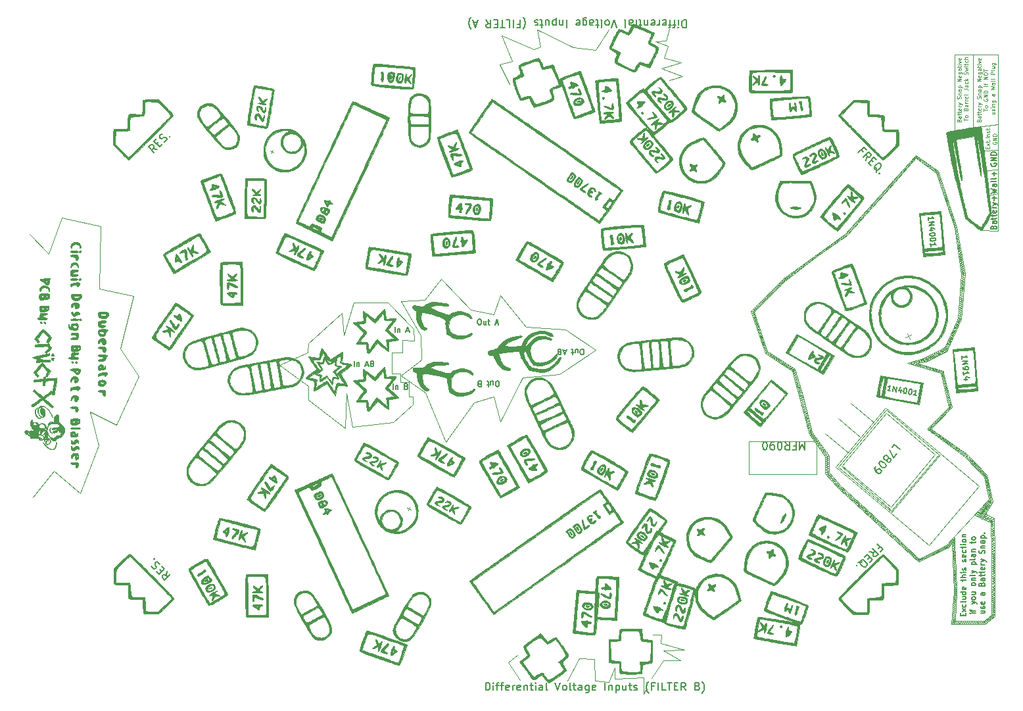
<source format=gbr>
%TF.GenerationSoftware,KiCad,Pcbnew,(5.1.7)-1*%
%TF.CreationDate,2021-03-24T00:49:07-05:00*%
%TF.ProjectId,duber,64756265-722e-46b6-9963-61645f706362,rev?*%
%TF.SameCoordinates,Original*%
%TF.FileFunction,Legend,Top*%
%TF.FilePolarity,Positive*%
%FSLAX46Y46*%
G04 Gerber Fmt 4.6, Leading zero omitted, Abs format (unit mm)*
G04 Created by KiCad (PCBNEW (5.1.7)-1) date 2021-03-24 00:49:07*
%MOMM*%
%LPD*%
G01*
G04 APERTURE LIST*
%ADD10C,0.120000*%
%ADD11C,0.150000*%
%ADD12C,0.125000*%
%ADD13C,0.010000*%
%ADD14C,0.100000*%
%ADD15C,0.175000*%
G04 APERTURE END LIST*
D10*
X219260000Y-115970000D02*
X219580000Y-115420000D01*
X219750000Y-115510000D02*
X219260000Y-115970000D01*
X219430000Y-116080000D02*
X219750000Y-115510000D01*
X219990000Y-115670000D02*
X219430000Y-116080000D01*
X219680000Y-116140000D02*
X219990000Y-115670000D01*
X220350000Y-115850000D02*
X219680000Y-116140000D01*
X219910000Y-116250000D02*
X220350000Y-115850000D01*
X220610000Y-116040000D02*
X219910000Y-116250000D01*
X220120000Y-116370000D02*
X220610000Y-116040000D01*
X220610000Y-116300000D02*
X220120000Y-116370000D01*
X220250000Y-116510000D02*
X220610000Y-116300000D01*
X220620000Y-116610000D02*
X220250000Y-116510000D01*
X220280000Y-116740000D02*
X220620000Y-116610000D01*
X220610000Y-116880000D02*
X220280000Y-116740000D01*
X220310000Y-116980000D02*
X220610000Y-116880000D01*
X220610000Y-117210000D02*
X220310000Y-116980000D01*
X220310000Y-117250000D02*
X220610000Y-117210000D01*
X220660000Y-117510000D02*
X220310000Y-117250000D01*
X220340000Y-117510000D02*
X220660000Y-117510000D01*
X220680000Y-117790000D02*
X220340000Y-117510000D01*
X220320000Y-117870000D02*
X220680000Y-117790000D01*
X220660000Y-118160000D02*
X220320000Y-117870000D01*
X220370000Y-118170000D02*
X220660000Y-118160000D01*
X220700000Y-118470000D02*
X220370000Y-118170000D01*
X220340000Y-118500000D02*
X220700000Y-118470000D01*
X220670000Y-118750000D02*
X220340000Y-118500000D01*
X220340000Y-118820000D02*
X220670000Y-118750000D01*
X220700000Y-119130000D02*
X220340000Y-118820000D01*
X220360000Y-119200000D02*
X220700000Y-119130000D01*
X220720000Y-119440000D02*
X220360000Y-119200000D01*
X220370000Y-119520000D02*
X220720000Y-119440000D01*
X220740000Y-119760000D02*
X220370000Y-119520000D01*
X220360000Y-119860000D02*
X220740000Y-119760000D01*
X220750000Y-120120000D02*
X220360000Y-119860000D01*
X220380000Y-120170000D02*
X220750000Y-120120000D01*
X220720000Y-120480000D02*
X220380000Y-120170000D01*
X220360000Y-120460000D02*
X220720000Y-120480000D01*
X220770000Y-120720000D02*
X220360000Y-120460000D01*
X220390000Y-120750000D02*
X220770000Y-120720000D01*
X220740000Y-121020000D02*
X220390000Y-120750000D01*
X220390000Y-121030000D02*
X220740000Y-121020000D01*
X220740000Y-121310000D02*
X220390000Y-121030000D01*
X220390000Y-121340000D02*
X220740000Y-121310000D01*
X220730000Y-121540000D02*
X220390000Y-121340000D01*
X220390000Y-121610000D02*
X220730000Y-121540000D01*
X220720000Y-121840000D02*
X220390000Y-121610000D01*
X220420000Y-121920000D02*
X220720000Y-121840000D01*
X220740000Y-122150000D02*
X220420000Y-121920000D01*
X220420000Y-122220000D02*
X220740000Y-122150000D01*
X220760000Y-122390000D02*
X220420000Y-122220000D01*
X220420000Y-122470000D02*
X220760000Y-122390000D01*
X220740000Y-122720000D02*
X220420000Y-122470000D01*
X220410000Y-122700000D02*
X220740000Y-122720000D01*
X220720000Y-122960000D02*
X220410000Y-122700000D01*
X220410000Y-123080000D02*
X220720000Y-122960000D01*
X220710000Y-123260000D02*
X220410000Y-123080000D01*
X220420000Y-123370000D02*
X220710000Y-123260000D01*
X220730000Y-123630000D02*
X220420000Y-123370000D01*
X220430000Y-123680000D02*
X220730000Y-123630000D01*
X220730000Y-123920000D02*
X220430000Y-123680000D01*
X220420000Y-124000000D02*
X220730000Y-123920000D01*
X220720000Y-124260000D02*
X220420000Y-124000000D01*
X220410000Y-124340000D02*
X220720000Y-124260000D01*
X220740000Y-124620000D02*
X220410000Y-124340000D01*
X220430000Y-124750000D02*
X220740000Y-124620000D01*
X220770000Y-124980000D02*
X220430000Y-124750000D01*
X220410000Y-125060000D02*
X220770000Y-124980000D01*
X220740000Y-125280000D02*
X220410000Y-125060000D01*
X220370000Y-125310000D02*
X220740000Y-125280000D01*
X220730000Y-125590000D02*
X220370000Y-125310000D01*
X220380000Y-125640000D02*
X220730000Y-125590000D01*
X220730000Y-125860000D02*
X220380000Y-125640000D01*
X220370000Y-125900000D02*
X220730000Y-125860000D01*
X220740000Y-126140000D02*
X220370000Y-125900000D01*
X220370000Y-126160000D02*
X220740000Y-126140000D01*
X220730000Y-126420000D02*
X220370000Y-126160000D01*
X220370000Y-126420000D02*
X220730000Y-126420000D01*
X220730000Y-126670000D02*
X220370000Y-126420000D01*
X220380000Y-126690000D02*
X220730000Y-126670000D01*
X220740000Y-126960000D02*
X220380000Y-126690000D01*
X220400000Y-127000000D02*
X220740000Y-126960000D01*
X220750000Y-127230000D02*
X220400000Y-127000000D01*
X220400000Y-127260000D02*
X220750000Y-127230000D01*
X220750000Y-127490000D02*
X220400000Y-127260000D01*
X220420000Y-127550000D02*
X220750000Y-127490000D01*
X220740000Y-127770000D02*
X220420000Y-127550000D01*
X220440000Y-127810000D02*
X220740000Y-127770000D01*
X220790000Y-128060000D02*
X220440000Y-127810000D01*
X220440000Y-128020000D02*
X220790000Y-128060000D01*
X220780000Y-128400000D02*
X220440000Y-128020000D01*
X220430000Y-128260000D02*
X220780000Y-128400000D01*
X220600000Y-128620000D02*
X220430000Y-128260000D01*
X220240000Y-128460000D02*
X220600000Y-128620000D01*
X220380000Y-128820000D02*
X220240000Y-128460000D01*
X220040000Y-128670000D02*
X220380000Y-128820000D01*
X220150000Y-128990000D02*
X220040000Y-128670000D01*
X219860000Y-128820000D02*
X220150000Y-128990000D01*
X219900000Y-129170000D02*
X219860000Y-128820000D01*
X219700000Y-128960000D02*
X219900000Y-129170000D01*
X219700000Y-129350000D02*
X219700000Y-128960000D01*
X219510000Y-129080000D02*
X219700000Y-129350000D01*
X219490000Y-129470000D02*
X219510000Y-129080000D01*
X219290000Y-129180000D02*
X219490000Y-129470000D01*
X219250000Y-129510000D02*
X219290000Y-129180000D01*
X219060000Y-129190000D02*
X219250000Y-129510000D01*
X218990000Y-129510000D02*
X219060000Y-129190000D01*
X218810000Y-129200000D02*
X218990000Y-129510000D01*
X218750000Y-129490000D02*
X218810000Y-129200000D01*
X218590000Y-129200000D02*
X218750000Y-129490000D01*
X218540000Y-129470000D02*
X218590000Y-129200000D01*
X218360000Y-129230000D02*
X218540000Y-129470000D01*
X218280000Y-129480000D02*
X218360000Y-129230000D01*
X218140000Y-129220000D02*
X218280000Y-129480000D01*
X218060000Y-129490000D02*
X218140000Y-129220000D01*
X217920000Y-129220000D02*
X218060000Y-129490000D01*
X217820000Y-129470000D02*
X217920000Y-129220000D01*
X217680000Y-129200000D02*
X217820000Y-129470000D01*
X217590000Y-129480000D02*
X217680000Y-129200000D01*
X217470000Y-129210000D02*
X217590000Y-129480000D01*
X217350000Y-129490000D02*
X217470000Y-129210000D01*
X217230000Y-129210000D02*
X217350000Y-129490000D01*
X217130000Y-129480000D02*
X217230000Y-129210000D01*
X216990000Y-129210000D02*
X217130000Y-129480000D01*
X216870000Y-129520000D02*
X216990000Y-129210000D01*
X216700000Y-129210000D02*
X216870000Y-129520000D01*
X216610000Y-129510000D02*
X216700000Y-129210000D01*
X216470000Y-129200000D02*
X216610000Y-129510000D01*
X216380000Y-129500000D02*
X216470000Y-129200000D01*
X216240000Y-129200000D02*
X216380000Y-129500000D01*
X216150000Y-129530000D02*
X216240000Y-129200000D01*
X216020000Y-129240000D02*
X216150000Y-129530000D01*
X215930000Y-129460000D02*
X216020000Y-129240000D01*
X215870000Y-129250000D02*
X215930000Y-129460000D01*
X215740000Y-129500000D02*
X215870000Y-129250000D01*
X215710000Y-129230000D02*
X215740000Y-129500000D01*
X215560000Y-129500000D02*
X215710000Y-129230000D01*
X215550000Y-129300000D02*
X215560000Y-129500000D01*
X215330000Y-129530000D02*
X215550000Y-129300000D01*
X215200000Y-129380000D02*
X215330000Y-129530000D01*
X215680000Y-129180000D02*
X215200000Y-129380000D01*
X215220000Y-129150000D02*
X215680000Y-129180000D01*
X215680000Y-129010000D02*
X215220000Y-129150000D01*
X215240000Y-128950000D02*
X215680000Y-129010000D01*
X215660000Y-128790000D02*
X215240000Y-128950000D01*
X215250000Y-128720000D02*
X215660000Y-128790000D01*
X215720000Y-128570000D02*
X215250000Y-128720000D01*
X215240000Y-128500000D02*
X215720000Y-128570000D01*
X215700000Y-128380000D02*
X215240000Y-128500000D01*
X215250000Y-128300000D02*
X215700000Y-128380000D01*
X215720000Y-128180000D02*
X215250000Y-128300000D01*
X215280000Y-128100000D02*
X215720000Y-128180000D01*
X215740000Y-127950000D02*
X215280000Y-128100000D01*
X215310000Y-127830000D02*
X215740000Y-127950000D01*
X215760000Y-127740000D02*
X215310000Y-127830000D01*
X215340000Y-127600000D02*
X215760000Y-127740000D01*
X215730000Y-127490000D02*
X215340000Y-127600000D01*
X215380000Y-127350000D02*
X215730000Y-127490000D01*
X215750000Y-127230000D02*
X215380000Y-127350000D01*
X215370000Y-127100000D02*
X215750000Y-127230000D01*
X215760000Y-127020000D02*
X215370000Y-127100000D01*
X215380000Y-126870000D02*
X215760000Y-127020000D01*
X215790000Y-126770000D02*
X215380000Y-126870000D01*
X215400000Y-126650000D02*
X215790000Y-126770000D01*
X215800000Y-126510000D02*
X215400000Y-126650000D01*
X215430000Y-126370000D02*
X215800000Y-126510000D01*
X215800000Y-126250000D02*
X215430000Y-126370000D01*
X215460000Y-126150000D02*
X215800000Y-126250000D01*
X215790000Y-126020000D02*
X215460000Y-126150000D01*
X215470000Y-125920000D02*
X215790000Y-126020000D01*
X215810000Y-125770000D02*
X215470000Y-125920000D01*
X215500000Y-125680000D02*
X215810000Y-125770000D01*
X215830000Y-125520000D02*
X215500000Y-125680000D01*
X215540000Y-125420000D02*
X215830000Y-125520000D01*
X215830000Y-125260000D02*
X215540000Y-125420000D01*
X215540000Y-125170000D02*
X215830000Y-125260000D01*
X215820000Y-125010000D02*
X215540000Y-125170000D01*
X215520000Y-124910000D02*
X215820000Y-125010000D01*
X215790000Y-124730000D02*
X215520000Y-124910000D01*
X215490000Y-124650000D02*
X215790000Y-124730000D01*
X215810000Y-124440000D02*
X215490000Y-124650000D01*
X215510000Y-124350000D02*
X215810000Y-124440000D01*
X215760000Y-124190000D02*
X215510000Y-124350000D01*
X215480000Y-124150000D02*
X215760000Y-124190000D01*
X215780000Y-123940000D02*
X215480000Y-124150000D01*
X215460000Y-123920000D02*
X215780000Y-123940000D01*
X215760000Y-123670000D02*
X215460000Y-123920000D01*
X215450000Y-123620000D02*
X215760000Y-123670000D01*
X215740000Y-123400000D02*
X215450000Y-123620000D01*
X215460000Y-123330000D02*
X215740000Y-123400000D01*
X215740000Y-123160000D02*
X215460000Y-123330000D01*
X215430000Y-123120000D02*
X215740000Y-123160000D01*
X215730000Y-122940000D02*
X215430000Y-123120000D01*
X215430000Y-122830000D02*
X215730000Y-122940000D01*
X215730000Y-122680000D02*
X215430000Y-122830000D01*
X215440000Y-122570000D02*
X215730000Y-122680000D01*
X215700000Y-122460000D02*
X215440000Y-122570000D01*
X215410000Y-122370000D02*
X215700000Y-122460000D01*
X215720000Y-122250000D02*
X215410000Y-122370000D01*
X215400000Y-122170000D02*
X215720000Y-122250000D01*
X215700000Y-122030000D02*
X215400000Y-122170000D01*
X215410000Y-121940000D02*
X215700000Y-122030000D01*
X215700000Y-121750000D02*
X215410000Y-121940000D01*
X215390000Y-121680000D02*
X215700000Y-121750000D01*
X215670000Y-121480000D02*
X215390000Y-121680000D01*
X215390000Y-121440000D02*
X215670000Y-121480000D01*
X215670000Y-121230000D02*
X215390000Y-121440000D01*
X215350000Y-121180000D02*
X215670000Y-121230000D01*
X215670000Y-121000000D02*
X215350000Y-121180000D01*
X215360000Y-120940000D02*
X215670000Y-121000000D01*
X215630000Y-120800000D02*
X215360000Y-120940000D01*
X215340000Y-120740000D02*
X215630000Y-120800000D01*
X215640000Y-120560000D02*
X215340000Y-120740000D01*
X215340000Y-120490000D02*
X215640000Y-120560000D01*
X215650000Y-120270000D02*
X215340000Y-120490000D01*
X215330000Y-120270000D02*
X215650000Y-120270000D01*
X215630000Y-120060000D02*
X215330000Y-120270000D01*
X215300000Y-120050000D02*
X215630000Y-120060000D01*
X215590000Y-119850000D02*
X215300000Y-120050000D01*
X215300000Y-119790000D02*
X215590000Y-119850000D01*
X215590000Y-119540000D02*
X215300000Y-119790000D01*
X215320000Y-119500000D02*
X215590000Y-119540000D01*
X215580000Y-119330000D02*
X215320000Y-119500000D01*
X215330000Y-119280000D02*
X215580000Y-119330000D01*
X215580000Y-118950000D02*
X215330000Y-119280000D01*
X215280000Y-119090000D02*
X215580000Y-118950000D01*
X215500000Y-125350000D02*
X215280000Y-119090000D01*
X215150000Y-129560000D02*
X215500000Y-125350000D01*
X219510000Y-129540000D02*
X215150000Y-129560000D01*
X220790000Y-128510000D02*
X219510000Y-129540000D01*
X220790000Y-120320000D02*
X220790000Y-128510000D01*
X220640000Y-115950000D02*
X220790000Y-120320000D01*
X219580000Y-115360000D02*
X220640000Y-115950000D01*
X196310000Y-103090000D02*
X196650000Y-102940000D01*
X196730000Y-103100000D02*
X196310000Y-103090000D01*
X196400000Y-103280000D02*
X196730000Y-103100000D01*
X196800000Y-103420000D02*
X196400000Y-103280000D01*
X196470000Y-103570000D02*
X196800000Y-103420000D01*
X196870000Y-103700000D02*
X196470000Y-103570000D01*
X196550000Y-103820000D02*
X196870000Y-103700000D01*
X196920000Y-103920000D02*
X196550000Y-103820000D01*
X196580000Y-104090000D02*
X196920000Y-103920000D01*
X196980000Y-104170000D02*
X196580000Y-104090000D01*
X196660000Y-104350000D02*
X196980000Y-104170000D01*
X197050000Y-104430000D02*
X196660000Y-104350000D01*
X196760000Y-104690000D02*
X197050000Y-104430000D01*
X197110000Y-104620000D02*
X196760000Y-104690000D01*
X196890000Y-104960000D02*
X197110000Y-104620000D01*
X197210000Y-104870000D02*
X196890000Y-104960000D01*
X197000000Y-105180000D02*
X197210000Y-104870000D01*
X197300000Y-105120000D02*
X197000000Y-105180000D01*
X197150000Y-105390000D02*
X197300000Y-105120000D01*
X197480000Y-105290000D02*
X197150000Y-105390000D01*
X197300000Y-105630000D02*
X197480000Y-105290000D01*
X197630000Y-105520000D02*
X197300000Y-105630000D01*
X197470000Y-105820000D02*
X197630000Y-105520000D01*
X197820000Y-105790000D02*
X197470000Y-105820000D01*
X197630000Y-106070000D02*
X197820000Y-105790000D01*
X197940000Y-105980000D02*
X197630000Y-106070000D01*
X197790000Y-106310000D02*
X197940000Y-105980000D01*
X198110000Y-106200000D02*
X197790000Y-106310000D01*
X197960000Y-106570000D02*
X198110000Y-106200000D01*
X198300000Y-106470000D02*
X197960000Y-106570000D01*
X198220000Y-106870000D02*
X198300000Y-106470000D01*
X198500000Y-106770000D02*
X198220000Y-106870000D01*
X198430000Y-107110000D02*
X198500000Y-106770000D01*
X198750000Y-107070000D02*
X198430000Y-107110000D01*
X198610000Y-107380000D02*
X198750000Y-107070000D01*
X198950000Y-107340000D02*
X198610000Y-107380000D01*
X198800000Y-107630000D02*
X198950000Y-107340000D01*
X199120000Y-107630000D02*
X198800000Y-107630000D01*
X198920000Y-107840000D02*
X199120000Y-107630000D01*
X199310000Y-107880000D02*
X198920000Y-107840000D01*
X199000000Y-108040000D02*
X199310000Y-107880000D01*
X199320000Y-108130000D02*
X199000000Y-108040000D01*
X199010000Y-108280000D02*
X199320000Y-108130000D01*
X199310000Y-108400000D02*
X199010000Y-108280000D01*
X199010000Y-108550000D02*
X199310000Y-108400000D01*
X199330000Y-108700000D02*
X199010000Y-108550000D01*
X199010000Y-108790000D02*
X199330000Y-108700000D01*
X199310000Y-108940000D02*
X199010000Y-108790000D01*
X199000000Y-109070000D02*
X199310000Y-108940000D01*
X199320000Y-109230000D02*
X199000000Y-109070000D01*
X199010000Y-109360000D02*
X199320000Y-109230000D01*
X199370000Y-109490000D02*
X199010000Y-109360000D01*
X199000000Y-109650000D02*
X199370000Y-109490000D01*
X199350000Y-109840000D02*
X199000000Y-109650000D01*
X199000000Y-110030000D02*
X199350000Y-109840000D01*
X199350000Y-110010000D02*
X199000000Y-110030000D01*
X199060000Y-110220000D02*
X199350000Y-110010000D01*
X199450000Y-110160000D02*
X199060000Y-110220000D01*
X199280000Y-110400000D02*
X199450000Y-110160000D01*
X199590000Y-110360000D02*
X199280000Y-110400000D01*
X199420000Y-110600000D02*
X199590000Y-110360000D01*
X199730000Y-110500000D02*
X199420000Y-110600000D01*
X199580000Y-110780000D02*
X199730000Y-110500000D01*
X199930000Y-110730000D02*
X199580000Y-110780000D01*
X199770000Y-111050000D02*
X199930000Y-110730000D01*
X200120000Y-110960000D02*
X199770000Y-111050000D01*
X199940000Y-111220000D02*
X200120000Y-110960000D01*
X200290000Y-111140000D02*
X199940000Y-111220000D01*
X200150000Y-111490000D02*
X200290000Y-111140000D01*
X200460000Y-111390000D02*
X200150000Y-111490000D01*
X200340000Y-111670000D02*
X200460000Y-111390000D01*
X200660000Y-111610000D02*
X200340000Y-111670000D01*
X200460000Y-111860000D02*
X200660000Y-111610000D01*
X200810000Y-111820000D02*
X200460000Y-111860000D01*
X200660000Y-112050000D02*
X200810000Y-111820000D01*
X201020000Y-111960000D02*
X200660000Y-112050000D01*
X200850000Y-112240000D02*
X201020000Y-111960000D01*
X201180000Y-112110000D02*
X200850000Y-112240000D01*
X201050000Y-112430000D02*
X201180000Y-112110000D01*
X201380000Y-112250000D02*
X201050000Y-112430000D01*
X201280000Y-112610000D02*
X201380000Y-112250000D01*
X201540000Y-112480000D02*
X201280000Y-112610000D01*
X201450000Y-112760000D02*
X201540000Y-112480000D01*
X201700000Y-112620000D02*
X201450000Y-112760000D01*
X201580000Y-112890000D02*
X201700000Y-112620000D01*
X201920000Y-112790000D02*
X201580000Y-112890000D01*
X201760000Y-113080000D02*
X201920000Y-112790000D01*
X202120000Y-112940000D02*
X201760000Y-113080000D01*
X202010000Y-113300000D02*
X202120000Y-112940000D01*
X202330000Y-113120000D02*
X202010000Y-113300000D01*
X202250000Y-113530000D02*
X202330000Y-113120000D01*
X202550000Y-113260000D02*
X202250000Y-113530000D01*
X202420000Y-113690000D02*
X202550000Y-113260000D01*
X202720000Y-113470000D02*
X202420000Y-113690000D01*
X202600000Y-113840000D02*
X202720000Y-113470000D01*
X202880000Y-113620000D02*
X202600000Y-113840000D01*
X202790000Y-113950000D02*
X202880000Y-113620000D01*
X203030000Y-113760000D02*
X202790000Y-113950000D01*
X202980000Y-114100000D02*
X203030000Y-113760000D01*
X203210000Y-113880000D02*
X202980000Y-114100000D01*
X203120000Y-114280000D02*
X203210000Y-113880000D01*
X203350000Y-114080000D02*
X203120000Y-114280000D01*
X203260000Y-114410000D02*
X203350000Y-114080000D01*
X203550000Y-114260000D02*
X203260000Y-114410000D01*
X203450000Y-114570000D02*
X203550000Y-114260000D01*
X203730000Y-114370000D02*
X203450000Y-114570000D01*
X203670000Y-114740000D02*
X203730000Y-114370000D01*
X203890000Y-114530000D02*
X203670000Y-114740000D01*
X203800000Y-114910000D02*
X203890000Y-114530000D01*
X204080000Y-114710000D02*
X203800000Y-114910000D01*
X203970000Y-115050000D02*
X204080000Y-114710000D01*
X204250000Y-114840000D02*
X203970000Y-115050000D01*
X204110000Y-115200000D02*
X204250000Y-114840000D01*
X204400000Y-114960000D02*
X204110000Y-115200000D01*
X204260000Y-115340000D02*
X204400000Y-114960000D01*
X204550000Y-115140000D02*
X204260000Y-115340000D01*
X204410000Y-115510000D02*
X204550000Y-115140000D01*
X204820000Y-115270000D02*
X204410000Y-115510000D01*
X204630000Y-115640000D02*
X204820000Y-115270000D01*
X204920000Y-115460000D02*
X204630000Y-115640000D01*
X204750000Y-115760000D02*
X204920000Y-115460000D01*
X205140000Y-115600000D02*
X204750000Y-115760000D01*
X204890000Y-115930000D02*
X205140000Y-115600000D01*
X205280000Y-115770000D02*
X204890000Y-115930000D01*
X205050000Y-116090000D02*
X205280000Y-115770000D01*
X205460000Y-115920000D02*
X205050000Y-116090000D01*
X205260000Y-116250000D02*
X205460000Y-115920000D01*
X205680000Y-116100000D02*
X205260000Y-116250000D01*
X205510000Y-116460000D02*
X205680000Y-116100000D01*
X205860000Y-116270000D02*
X205510000Y-116460000D01*
X205730000Y-116680000D02*
X205860000Y-116270000D01*
X206040000Y-116430000D02*
X205730000Y-116680000D01*
X205910000Y-116850000D02*
X206040000Y-116430000D01*
X206270000Y-116640000D02*
X205910000Y-116850000D01*
X206100000Y-117060000D02*
X206270000Y-116640000D01*
X206490000Y-116850000D02*
X206100000Y-117060000D01*
X206330000Y-117270000D02*
X206490000Y-116850000D01*
X206660000Y-117070000D02*
X206330000Y-117270000D01*
X206530000Y-117490000D02*
X206660000Y-117070000D01*
X206890000Y-117250000D02*
X206530000Y-117490000D01*
X206850000Y-117710000D02*
X206890000Y-117250000D01*
X207090000Y-117440000D02*
X206850000Y-117710000D01*
X207050000Y-117870000D02*
X207090000Y-117440000D01*
X207320000Y-117600000D02*
X207050000Y-117870000D01*
X207270000Y-118060000D02*
X207320000Y-117600000D01*
X207500000Y-117840000D02*
X207270000Y-118060000D01*
X207430000Y-118220000D02*
X207500000Y-117840000D01*
X207700000Y-118060000D02*
X207430000Y-118220000D01*
X207600000Y-118420000D02*
X207700000Y-118060000D01*
X207920000Y-118210000D02*
X207600000Y-118420000D01*
X207870000Y-118620000D02*
X207920000Y-118210000D01*
X208150000Y-118500000D02*
X207870000Y-118620000D01*
X208080000Y-118880000D02*
X208150000Y-118500000D01*
X208340000Y-118650000D02*
X208080000Y-118880000D01*
X208290000Y-119020000D02*
X208340000Y-118650000D01*
X208520000Y-118820000D02*
X208290000Y-119020000D01*
X208460000Y-119170000D02*
X208520000Y-118820000D01*
X208740000Y-119010000D02*
X208460000Y-119170000D01*
X208660000Y-119340000D02*
X208740000Y-119010000D01*
X208890000Y-119180000D02*
X208660000Y-119340000D01*
X208790000Y-119510000D02*
X208890000Y-119180000D01*
X209100000Y-119410000D02*
X208790000Y-119510000D01*
X208970000Y-119680000D02*
X209100000Y-119410000D01*
X209300000Y-119580000D02*
X208970000Y-119680000D01*
X209170000Y-119850000D02*
X209300000Y-119580000D01*
X209440000Y-119760000D02*
X209170000Y-119850000D01*
X209360000Y-120030000D02*
X209440000Y-119760000D01*
X209650000Y-119900000D02*
X209360000Y-120030000D01*
X209580000Y-120220000D02*
X209650000Y-119900000D01*
X209810000Y-120060000D02*
X209580000Y-120220000D01*
X209760000Y-120420000D02*
X209810000Y-120060000D01*
X209970000Y-120220000D02*
X209760000Y-120420000D01*
X209930000Y-120560000D02*
X209970000Y-120220000D01*
X210170000Y-120410000D02*
X209930000Y-120560000D01*
X210100000Y-120740000D02*
X210170000Y-120410000D01*
X210350000Y-120600000D02*
X210100000Y-120740000D01*
X210300000Y-120880000D02*
X210350000Y-120600000D01*
X210520000Y-120720000D02*
X210300000Y-120880000D01*
X210510000Y-121060000D02*
X210520000Y-120720000D01*
X210670000Y-120860000D02*
X210510000Y-121060000D01*
X210670000Y-121250000D02*
X210670000Y-120860000D01*
X210810000Y-121030000D02*
X210670000Y-121250000D01*
X210830000Y-121430000D02*
X210810000Y-121030000D01*
X210980000Y-121120000D02*
X210830000Y-121430000D01*
X211010000Y-121490000D02*
X210980000Y-121120000D01*
X211140000Y-121130000D02*
X211010000Y-121490000D01*
X211270000Y-121360000D02*
X211140000Y-121130000D01*
X211320000Y-121050000D02*
X211270000Y-121360000D01*
X211480000Y-121230000D02*
X211320000Y-121050000D01*
X211530000Y-120970000D02*
X211480000Y-121230000D01*
X211660000Y-121140000D02*
X211530000Y-120970000D01*
X211720000Y-120890000D02*
X211660000Y-121140000D01*
X211820000Y-121060000D02*
X211720000Y-120890000D01*
X211920000Y-120780000D02*
X211820000Y-121060000D01*
X212040000Y-120950000D02*
X211920000Y-120780000D01*
X212110000Y-120670000D02*
X212040000Y-120950000D01*
X212220000Y-120860000D02*
X212110000Y-120670000D01*
X212270000Y-120600000D02*
X212220000Y-120860000D01*
X212410000Y-120790000D02*
X212270000Y-120600000D01*
X212440000Y-120480000D02*
X212410000Y-120790000D01*
X212580000Y-120690000D02*
X212440000Y-120480000D01*
X212610000Y-120420000D02*
X212580000Y-120690000D01*
X212760000Y-120640000D02*
X212610000Y-120420000D01*
X212780000Y-120330000D02*
X212760000Y-120640000D01*
X212950000Y-120560000D02*
X212780000Y-120330000D01*
X212940000Y-120260000D02*
X212950000Y-120560000D01*
X213120000Y-120460000D02*
X212940000Y-120260000D01*
X213140000Y-120140000D02*
X213120000Y-120460000D01*
X213300000Y-120380000D02*
X213140000Y-120140000D01*
X213300000Y-120040000D02*
X213300000Y-120380000D01*
X213450000Y-120330000D02*
X213300000Y-120040000D01*
X213450000Y-119960000D02*
X213450000Y-120330000D01*
X213650000Y-120230000D02*
X213450000Y-119960000D01*
X213630000Y-119930000D02*
X213650000Y-120230000D01*
X213820000Y-120100000D02*
X213630000Y-119930000D01*
X213780000Y-119840000D02*
X213820000Y-120100000D01*
X214000000Y-120020000D02*
X213780000Y-119840000D01*
X213950000Y-119740000D02*
X214000000Y-120020000D01*
X214170000Y-119950000D02*
X213950000Y-119740000D01*
X214130000Y-119700000D02*
X214170000Y-119950000D01*
X214310000Y-119840000D02*
X214130000Y-119700000D01*
X214280000Y-119590000D02*
X214310000Y-119840000D01*
X214470000Y-119790000D02*
X214280000Y-119590000D01*
X214440000Y-119500000D02*
X214470000Y-119790000D01*
X214670000Y-119720000D02*
X214440000Y-119500000D01*
X214560000Y-119410000D02*
X214670000Y-119720000D01*
X214820000Y-119590000D02*
X214560000Y-119410000D01*
X214670000Y-119280000D02*
X214820000Y-119590000D01*
X214930000Y-119430000D02*
X214670000Y-119280000D01*
X214770000Y-119180000D02*
X214930000Y-119430000D01*
X215030000Y-119320000D02*
X214770000Y-119180000D01*
X214870000Y-119000000D02*
X215030000Y-119320000D01*
X215140000Y-119180000D02*
X214870000Y-119000000D01*
X215030000Y-118870000D02*
X215140000Y-119180000D01*
X215270000Y-119000000D02*
X215030000Y-118870000D01*
X215190000Y-118710000D02*
X215270000Y-119000000D01*
X215390000Y-118860000D02*
X215190000Y-118710000D01*
X215330000Y-118530000D02*
X215390000Y-118860000D01*
X215500000Y-118710000D02*
X215330000Y-118530000D01*
X215470000Y-118390000D02*
X215500000Y-118710000D01*
X215630000Y-118600000D02*
X215470000Y-118390000D01*
X218200000Y-115490000D02*
X219130000Y-115990000D01*
X219250000Y-115830000D02*
X218200000Y-115490000D01*
X218350000Y-115320000D02*
X219250000Y-115830000D01*
X219340000Y-115670000D02*
X218350000Y-115320000D01*
X218520000Y-115200000D02*
X219340000Y-115670000D01*
X219410000Y-115490000D02*
X218520000Y-115200000D01*
X218630000Y-115050000D02*
X219410000Y-115490000D01*
X219510000Y-115330000D02*
X218630000Y-115050000D01*
X218780000Y-114910000D02*
X219510000Y-115330000D01*
X219630000Y-115160000D02*
X218780000Y-114910000D01*
X218900000Y-114770000D02*
X219630000Y-115160000D01*
X219710000Y-115000000D02*
X218900000Y-114770000D01*
X219020000Y-114640000D02*
X219710000Y-115000000D01*
X219810000Y-114840000D02*
X219020000Y-114640000D01*
X219140000Y-114510000D02*
X219810000Y-114840000D01*
X219860000Y-114690000D02*
X219140000Y-114510000D01*
X219250000Y-114360000D02*
X219860000Y-114690000D01*
X219980000Y-114560000D02*
X219250000Y-114360000D01*
X219390000Y-114240000D02*
X219980000Y-114560000D01*
X220090000Y-114410000D02*
X219390000Y-114240000D01*
X219490000Y-114090000D02*
X220090000Y-114410000D01*
X220190000Y-114220000D02*
X219490000Y-114090000D01*
X219640000Y-113920000D02*
X220190000Y-114220000D01*
X220330000Y-114020000D02*
X219640000Y-113920000D01*
X219740000Y-113760000D02*
X220330000Y-114020000D01*
X220460000Y-113830000D02*
X219740000Y-113760000D01*
X219890000Y-113620000D02*
X220460000Y-113830000D01*
X220460000Y-113600000D02*
X219890000Y-113620000D01*
X220010000Y-113470000D02*
X220460000Y-113600000D01*
X220390000Y-113360000D02*
X220010000Y-113470000D01*
X220020000Y-113290000D02*
X220390000Y-113360000D01*
X220340000Y-113110000D02*
X220020000Y-113290000D01*
X219980000Y-113070000D02*
X220340000Y-113110000D01*
X220280000Y-112880000D02*
X219980000Y-113070000D01*
X219930000Y-112870000D02*
X220280000Y-112880000D01*
X220220000Y-112660000D02*
X219930000Y-112870000D01*
X219900000Y-112650000D02*
X220220000Y-112660000D01*
X220190000Y-112420000D02*
X219900000Y-112650000D01*
X219850000Y-112390000D02*
X220190000Y-112420000D01*
X220130000Y-112180000D02*
X219850000Y-112390000D01*
X219800000Y-112180000D02*
X220130000Y-112180000D01*
X220080000Y-111990000D02*
X219800000Y-112180000D01*
X219750000Y-111990000D02*
X220080000Y-111990000D01*
X220030000Y-111760000D02*
X219750000Y-111990000D01*
X219680000Y-111790000D02*
X220030000Y-111760000D01*
X219970000Y-111570000D02*
X219680000Y-111790000D01*
X219650000Y-111580000D02*
X219970000Y-111570000D01*
X219960000Y-111360000D02*
X219650000Y-111580000D01*
X219590000Y-111400000D02*
X219960000Y-111360000D01*
X219920000Y-111170000D02*
X219590000Y-111400000D01*
X219540000Y-111200000D02*
X219920000Y-111170000D01*
X219870000Y-110930000D02*
X219540000Y-111200000D01*
X219510000Y-111000000D02*
X219870000Y-110930000D01*
X219830000Y-110690000D02*
X219510000Y-111000000D01*
X219470000Y-110810000D02*
X219830000Y-110690000D01*
X219780000Y-110490000D02*
X219470000Y-110810000D01*
X219390000Y-110630000D02*
X219780000Y-110490000D01*
X219660000Y-110300000D02*
X219390000Y-110630000D01*
X219320000Y-110460000D02*
X219660000Y-110300000D01*
X219530000Y-110130000D02*
X219320000Y-110460000D01*
X219160000Y-110350000D02*
X219530000Y-110130000D01*
X219360000Y-110010000D02*
X219160000Y-110350000D01*
X219050000Y-110190000D02*
X219360000Y-110010000D01*
X219230000Y-109840000D02*
X219050000Y-110190000D01*
X218910000Y-110030000D02*
X219230000Y-109840000D01*
X219060000Y-109690000D02*
X218910000Y-110030000D01*
X218750000Y-109890000D02*
X219060000Y-109690000D01*
X218900000Y-109500000D02*
X218750000Y-109890000D01*
X218580000Y-109720000D02*
X218900000Y-109500000D01*
X218750000Y-109330000D02*
X218580000Y-109720000D01*
X218430000Y-109520000D02*
X218750000Y-109330000D01*
X218600000Y-109170000D02*
X218430000Y-109520000D01*
X218240000Y-109390000D02*
X218600000Y-109170000D01*
X218440000Y-109010000D02*
X218240000Y-109390000D01*
X218100000Y-109220000D02*
X218440000Y-109010000D01*
X218290000Y-108850000D02*
X218100000Y-109220000D01*
X217950000Y-109070000D02*
X218290000Y-108850000D01*
X218130000Y-108700000D02*
X217950000Y-109070000D01*
X217810000Y-108920000D02*
X218130000Y-108700000D01*
X217980000Y-108520000D02*
X217810000Y-108920000D01*
X217660000Y-108750000D02*
X217980000Y-108520000D01*
X217820000Y-108370000D02*
X217660000Y-108750000D01*
X217510000Y-108610000D02*
X217820000Y-108370000D01*
X217620000Y-108230000D02*
X217510000Y-108610000D01*
X217370000Y-108470000D02*
X217620000Y-108230000D01*
X217460000Y-108040000D02*
X217370000Y-108470000D01*
X217200000Y-108280000D02*
X217460000Y-108040000D01*
X217240000Y-107800000D02*
X217200000Y-108280000D01*
X217010000Y-108070000D02*
X217240000Y-107800000D01*
X217070000Y-107630000D02*
X217010000Y-108070000D01*
X216750000Y-107880000D02*
X217070000Y-107630000D01*
X216840000Y-107470000D02*
X216750000Y-107880000D01*
X216550000Y-107710000D02*
X216840000Y-107470000D01*
X216610000Y-107290000D02*
X216550000Y-107710000D01*
X216340000Y-107580000D02*
X216610000Y-107290000D01*
X216400000Y-107150000D02*
X216340000Y-107580000D01*
X216110000Y-107390000D02*
X216400000Y-107150000D01*
X216170000Y-106990000D02*
X216110000Y-107390000D01*
X215890000Y-107260000D02*
X216170000Y-106990000D01*
X215950000Y-106820000D02*
X215890000Y-107260000D01*
X215650000Y-107090000D02*
X215950000Y-106820000D01*
X215730000Y-106680000D02*
X215650000Y-107090000D01*
X215450000Y-106930000D02*
X215730000Y-106680000D01*
X215510000Y-106510000D02*
X215450000Y-106930000D01*
X215240000Y-106780000D02*
X215510000Y-106510000D01*
X215320000Y-106390000D02*
X215240000Y-106780000D01*
X215020000Y-106620000D02*
X215320000Y-106390000D01*
X215120000Y-106240000D02*
X215020000Y-106620000D01*
X214800000Y-106440000D02*
X215120000Y-106240000D01*
X214910000Y-106110000D02*
X214800000Y-106440000D01*
X214610000Y-106290000D02*
X214910000Y-106110000D01*
X214710000Y-105950000D02*
X214610000Y-106290000D01*
X214400000Y-106160000D02*
X214710000Y-105950000D01*
X214480000Y-105820000D02*
X214400000Y-106160000D01*
X214230000Y-106040000D02*
X214480000Y-105820000D01*
X214310000Y-105660000D02*
X214230000Y-106040000D01*
X214030000Y-105900000D02*
X214310000Y-105660000D01*
X214120000Y-105550000D02*
X214030000Y-105900000D01*
X213880000Y-105790000D02*
X214120000Y-105550000D01*
X213950000Y-105450000D02*
X213880000Y-105790000D01*
X213720000Y-105630000D02*
X213950000Y-105450000D01*
X213750000Y-105330000D02*
X213720000Y-105630000D01*
X213560000Y-105510000D02*
X213750000Y-105330000D01*
X213620000Y-105220000D02*
X213560000Y-105510000D01*
X213380000Y-105430000D02*
X213620000Y-105220000D01*
X213430000Y-105100000D02*
X213380000Y-105430000D01*
X213190000Y-105260000D02*
X213430000Y-105100000D01*
X213250000Y-104940000D02*
X213190000Y-105260000D01*
X213010000Y-105080000D02*
X213250000Y-104940000D01*
X213030000Y-104840000D02*
X213010000Y-105080000D01*
X212840000Y-104980000D02*
X213030000Y-104840000D01*
X212860000Y-104700000D02*
X212840000Y-104980000D01*
X212670000Y-104890000D02*
X212860000Y-104700000D01*
X212710000Y-104610000D02*
X212670000Y-104890000D01*
X212530000Y-104760000D02*
X212710000Y-104610000D01*
X212580000Y-104490000D02*
X212530000Y-104760000D01*
X212370000Y-104630000D02*
X212580000Y-104490000D01*
X212460000Y-104400000D02*
X212370000Y-104630000D01*
X212170000Y-104540000D02*
X212460000Y-104400000D01*
X212190000Y-104360000D02*
X212170000Y-104540000D01*
X212560000Y-104430000D02*
X212190000Y-104360000D01*
X212340000Y-104150000D02*
X212560000Y-104430000D01*
X212680000Y-104280000D02*
X212340000Y-104150000D01*
X212500000Y-103990000D02*
X212680000Y-104280000D01*
X212820000Y-104110000D02*
X212500000Y-103990000D01*
X212700000Y-103790000D02*
X212820000Y-104110000D01*
X213010000Y-103950000D02*
X212700000Y-103790000D01*
X212860000Y-103630000D02*
X213010000Y-103950000D01*
X213200000Y-103750000D02*
X212860000Y-103630000D01*
X213040000Y-103440000D02*
X213200000Y-103750000D01*
X213380000Y-103560000D02*
X213040000Y-103440000D01*
X213290000Y-103230000D02*
X213380000Y-103560000D01*
X213590000Y-103360000D02*
X213290000Y-103230000D01*
X213470000Y-103030000D02*
X213590000Y-103360000D01*
X213790000Y-103150000D02*
X213470000Y-103030000D01*
X213630000Y-102860000D02*
X213790000Y-103150000D01*
X213980000Y-102950000D02*
X213630000Y-102860000D01*
X213820000Y-102660000D02*
X213980000Y-102950000D01*
X214160000Y-102760000D02*
X213820000Y-102660000D01*
X214010000Y-102480000D02*
X214160000Y-102760000D01*
X214360000Y-102540000D02*
X214010000Y-102480000D01*
X214230000Y-102260000D02*
X214360000Y-102540000D01*
X214570000Y-102340000D02*
X214230000Y-102260000D01*
X214440000Y-102040000D02*
X214570000Y-102340000D01*
X214820000Y-102080000D02*
X214440000Y-102040000D01*
X214640000Y-101880000D02*
X214820000Y-102080000D01*
X214990000Y-101900000D02*
X214640000Y-101880000D01*
X214770000Y-101740000D02*
X214990000Y-101900000D01*
X215190000Y-101670000D02*
X214770000Y-101740000D01*
X214860000Y-101580000D02*
X215190000Y-101670000D01*
X215160000Y-101450000D02*
X214860000Y-101580000D01*
X214820000Y-101410000D02*
X215160000Y-101450000D01*
X215150000Y-101190000D02*
X214820000Y-101380000D01*
X214790000Y-101180000D02*
X215150000Y-101190000D01*
X215090000Y-100980000D02*
X214790000Y-101180000D01*
X214740000Y-100960000D02*
X215090000Y-100980000D01*
X215000000Y-100700000D02*
X214740000Y-100960000D01*
X214660000Y-100670000D02*
X215000000Y-100700000D01*
X214940000Y-100480000D02*
X214660000Y-100670000D01*
X214640000Y-100460000D02*
X214940000Y-100480000D01*
X214880000Y-100250000D02*
X214640000Y-100460000D01*
X214590000Y-100290000D02*
X214880000Y-100250000D01*
X214820000Y-100000000D02*
X214590000Y-100290000D01*
X214520000Y-100030000D02*
X214820000Y-100000000D01*
X214770000Y-99710000D02*
X214520000Y-100030000D01*
X214420000Y-99670000D02*
X214770000Y-99710000D01*
X214710000Y-99440000D02*
X214420000Y-99670000D01*
X214350000Y-99400000D02*
X214710000Y-99440000D01*
X214640000Y-99210000D02*
X214350000Y-99400000D01*
X214320000Y-99180000D02*
X214640000Y-99210000D01*
X214590000Y-98960000D02*
X214320000Y-99180000D01*
X214260000Y-98950000D02*
X214590000Y-98960000D01*
X214510000Y-98710000D02*
X214260000Y-98950000D01*
X214200000Y-98700000D02*
X214510000Y-98710000D01*
X214470000Y-98470000D02*
X214200000Y-98700000D01*
X214140000Y-98480000D02*
X214470000Y-98470000D01*
X214390000Y-98260000D02*
X214140000Y-98480000D01*
X214090000Y-98230000D02*
X214390000Y-98260000D01*
X214360000Y-98030000D02*
X214090000Y-98230000D01*
X214050000Y-98010000D02*
X214360000Y-98030000D01*
X214310000Y-97810000D02*
X214050000Y-98010000D01*
X214010000Y-97800000D02*
X214310000Y-97810000D01*
X214240000Y-97590000D02*
X214010000Y-97800000D01*
X213910000Y-97620000D02*
X214240000Y-97590000D01*
X214170000Y-97280000D02*
X213910000Y-97620000D01*
X213860000Y-97440000D02*
X214170000Y-97280000D01*
X214130000Y-96970000D02*
X213860000Y-97440000D01*
X213820000Y-97270000D02*
X214130000Y-96970000D01*
X213910000Y-96870000D02*
X213820000Y-97270000D01*
X213610000Y-97170000D02*
X213910000Y-96870000D01*
X213630000Y-96800000D02*
X213610000Y-97170000D01*
X213380000Y-97100000D02*
X213630000Y-96800000D01*
X213340000Y-96700000D02*
X213380000Y-97100000D01*
X213110000Y-97020000D02*
X213340000Y-96700000D01*
X213100000Y-96660000D02*
X213110000Y-97020000D01*
X212920000Y-96930000D02*
X213100000Y-96660000D01*
X212880000Y-96620000D02*
X212920000Y-96930000D01*
X212690000Y-96870000D02*
X212880000Y-96620000D01*
X212700000Y-96580000D02*
X212690000Y-96870000D01*
X212490000Y-96810000D02*
X212700000Y-96580000D01*
X212480000Y-96480000D02*
X212490000Y-96810000D01*
X212260000Y-96750000D02*
X212480000Y-96480000D01*
X212240000Y-96430000D02*
X212260000Y-96750000D01*
X212070000Y-96640000D02*
X212240000Y-96430000D01*
X212040000Y-96390000D02*
X212070000Y-96640000D01*
X211850000Y-96560000D02*
X212040000Y-96390000D01*
X211830000Y-96330000D02*
X211850000Y-96560000D01*
X211610000Y-96540000D02*
X211830000Y-96330000D01*
X211620000Y-96260000D02*
X211610000Y-96540000D01*
X211420000Y-96470000D02*
X211620000Y-96260000D01*
X211400000Y-96210000D02*
X211420000Y-96470000D01*
X211200000Y-96390000D02*
X211400000Y-96210000D01*
X211230000Y-96120000D02*
X211200000Y-96390000D01*
X211010000Y-96350000D02*
X211230000Y-96120000D01*
X211050000Y-96100000D02*
X211010000Y-96350000D01*
X210840000Y-96290000D02*
X211050000Y-96100000D01*
X210880000Y-96050000D02*
X210840000Y-96290000D01*
X210680000Y-96230000D02*
X210880000Y-96050000D01*
X210680000Y-95970000D02*
X210680000Y-96230000D01*
X210490000Y-96190000D02*
X210680000Y-95970000D01*
X210350000Y-95820000D02*
X210490000Y-96190000D01*
X210230000Y-96130000D02*
X210350000Y-95820000D01*
X209900000Y-95990000D02*
X210230000Y-96130000D01*
X210360000Y-95730000D02*
X209900000Y-95990000D01*
X210660000Y-95950000D02*
X210360000Y-95730000D01*
X210650000Y-95600000D02*
X210680000Y-95940000D01*
X210910000Y-95910000D02*
X210650000Y-95600000D01*
X210920000Y-95540000D02*
X210910000Y-95910000D01*
X211110000Y-95860000D02*
X210920000Y-95540000D01*
X211160000Y-95480000D02*
X211110000Y-95860000D01*
X211350000Y-95820000D02*
X211160000Y-95480000D01*
X211360000Y-95390000D02*
X211350000Y-95820000D01*
X211580000Y-95790000D02*
X211360000Y-95390000D01*
X211570000Y-95320000D02*
X211580000Y-95790000D01*
X211810000Y-95760000D02*
X211570000Y-95320000D01*
X211750000Y-95240000D02*
X211810000Y-95760000D01*
X212020000Y-95690000D02*
X211750000Y-95240000D01*
X211940000Y-95150000D02*
X212020000Y-95690000D01*
X212260000Y-95580000D02*
X211940000Y-95150000D01*
X212150000Y-95020000D02*
X212260000Y-95580000D01*
X212450000Y-95440000D02*
X212150000Y-95020000D01*
X212340000Y-94940000D02*
X212450000Y-95440000D01*
X212680000Y-95360000D02*
X212340000Y-94940000D01*
X212560000Y-94860000D02*
X212680000Y-95360000D01*
X212850000Y-95290000D02*
X212560000Y-94860000D01*
X212740000Y-94750000D02*
X212850000Y-95290000D01*
X213060000Y-95170000D02*
X212740000Y-94750000D01*
X213000000Y-94620000D02*
X213060000Y-95170000D01*
X213310000Y-95080000D02*
X213000000Y-94620000D01*
X213220000Y-94520000D02*
X213310000Y-95080000D01*
X213540000Y-94950000D02*
X213220000Y-94520000D01*
X213450000Y-94400000D02*
X213540000Y-94950000D01*
X213760000Y-94830000D02*
X213450000Y-94400000D01*
X213690000Y-94290000D02*
X213760000Y-94830000D01*
X214010000Y-94710000D02*
X213690000Y-94290000D01*
X213890000Y-94190000D02*
X214010000Y-94710000D01*
X214240000Y-94580000D02*
X213890000Y-94190000D01*
X214050000Y-94090000D02*
X214240000Y-94580000D01*
X214520000Y-94500000D02*
X214050000Y-94090000D01*
X214190000Y-93990000D02*
X214520000Y-94500000D01*
X214650000Y-94340000D02*
X214190000Y-93990000D01*
X214310000Y-93900000D02*
X214650000Y-94340000D01*
X214710000Y-94100000D02*
X214310000Y-93900000D01*
X214420000Y-93730000D02*
X214710000Y-94100000D01*
X214840000Y-93830000D02*
X214420000Y-93730000D01*
X214530000Y-93530000D02*
X214840000Y-93830000D01*
X214960000Y-93560000D02*
X214530000Y-93530000D01*
X214610000Y-93290000D02*
X214960000Y-93560000D01*
X215060000Y-93330000D02*
X214610000Y-93290000D01*
X214720000Y-93110000D02*
X215060000Y-93330000D01*
X215160000Y-93130000D02*
X214720000Y-93110000D01*
X214800000Y-92920000D02*
X215160000Y-93130000D01*
X215240000Y-92930000D02*
X214800000Y-92920000D01*
X214890000Y-92740000D02*
X215240000Y-92930000D01*
X215320000Y-92730000D02*
X214890000Y-92740000D01*
X214980000Y-92530000D02*
X215320000Y-92730000D01*
X215410000Y-92500000D02*
X214980000Y-92530000D01*
X215100000Y-92280000D02*
X215410000Y-92500000D01*
X215500000Y-92300000D02*
X215100000Y-92280000D01*
X215170000Y-92090000D02*
X215500000Y-92300000D01*
X215590000Y-92100000D02*
X215170000Y-92090000D01*
X215270000Y-91890000D02*
X215590000Y-92100000D01*
X215700000Y-91890000D02*
X215270000Y-91890000D01*
X215350000Y-91700000D02*
X215700000Y-91890000D01*
X215780000Y-91680000D02*
X215350000Y-91700000D01*
X215470000Y-91470000D02*
X215780000Y-91680000D01*
X215880000Y-91500000D02*
X215470000Y-91470000D01*
X215540000Y-91270000D02*
X215880000Y-91500000D01*
X216010000Y-91270000D02*
X215540000Y-91270000D01*
X215640000Y-91040000D02*
X216010000Y-91270000D01*
X216110000Y-91040000D02*
X215640000Y-91040000D01*
X215750000Y-90840000D02*
X216110000Y-91040000D01*
X216200000Y-90810000D02*
X215750000Y-90840000D01*
X215830000Y-90660000D02*
X216200000Y-90810000D01*
X216300000Y-90580000D02*
X215830000Y-90660000D01*
X215940000Y-90440000D02*
X216300000Y-90580000D01*
X216420000Y-90360000D02*
X215940000Y-90440000D01*
X216000000Y-90230000D02*
X216420000Y-90360000D01*
X216450000Y-90170000D02*
X216000000Y-90230000D01*
X216050000Y-90030000D02*
X216450000Y-90170000D01*
X216480000Y-89890000D02*
X216050000Y-90030000D01*
X216070000Y-89760000D02*
X216480000Y-89890000D01*
X216510000Y-89630000D02*
X216070000Y-89760000D01*
X216100000Y-89510000D02*
X216510000Y-89630000D01*
X216500000Y-89380000D02*
X216100000Y-89510000D01*
X216130000Y-89270000D02*
X216500000Y-89380000D01*
X216530000Y-89160000D02*
X216130000Y-89270000D01*
X216140000Y-89040000D02*
X216530000Y-89160000D01*
X216540000Y-88950000D02*
X216140000Y-89040000D01*
X216170000Y-88770000D02*
X216540000Y-88950000D01*
X216610000Y-88640000D02*
X216170000Y-88770000D01*
X216190000Y-88510000D02*
X216610000Y-88640000D01*
X216590000Y-88400000D02*
X216190000Y-88510000D01*
X216200000Y-88280000D02*
X216590000Y-88400000D01*
X216610000Y-88170000D02*
X216200000Y-88280000D01*
X216220000Y-88000000D02*
X216610000Y-88170000D01*
X216660000Y-87900000D02*
X216220000Y-88000000D01*
X216240000Y-87750000D02*
X216660000Y-87900000D01*
X216640000Y-87640000D02*
X216240000Y-87750000D01*
X216260000Y-87460000D02*
X216640000Y-87640000D01*
X216680000Y-87320000D02*
X216260000Y-87460000D01*
X216280000Y-87170000D02*
X216680000Y-87320000D01*
X216710000Y-86970000D02*
X216280000Y-87170000D01*
X216290000Y-86800000D02*
X216710000Y-86970000D01*
X216700000Y-86630000D02*
X216290000Y-86800000D01*
X216350000Y-86530000D02*
X216700000Y-86630000D01*
X216700000Y-86440000D02*
X216350000Y-86530000D01*
X216380000Y-86340000D02*
X216700000Y-86440000D01*
X216740000Y-86260000D02*
X216380000Y-86340000D01*
X216420000Y-86140000D02*
X216740000Y-86260000D01*
X216770000Y-86070000D02*
X216420000Y-86140000D01*
X216390000Y-85960000D02*
X216770000Y-86070000D01*
X216790000Y-85860000D02*
X216390000Y-85960000D01*
X216400000Y-85740000D02*
X216790000Y-85860000D01*
X216790000Y-85630000D02*
X216400000Y-85740000D01*
X216450000Y-85530000D02*
X216790000Y-85630000D01*
X216800000Y-85420000D02*
X216450000Y-85530000D01*
X216450000Y-85320000D02*
X216800000Y-85420000D01*
X216860000Y-85170000D02*
X216450000Y-85320000D01*
X216440000Y-85040000D02*
X216860000Y-85170000D01*
X216870000Y-84920000D02*
X216440000Y-85040000D01*
X216460000Y-84770000D02*
X216870000Y-84920000D01*
X216900000Y-84630000D02*
X216460000Y-84770000D01*
X216490000Y-84550000D02*
X216900000Y-84630000D01*
X216900000Y-84390000D02*
X216490000Y-84550000D01*
X216450000Y-84380000D02*
X216900000Y-84390000D01*
X216850000Y-84160000D02*
X216450000Y-84380000D01*
X216430000Y-84170000D02*
X216850000Y-84160000D01*
X216810000Y-83940000D02*
X216430000Y-84170000D01*
X216390000Y-83930000D02*
X216810000Y-83940000D01*
X216760000Y-83690000D02*
X216390000Y-83930000D01*
X216350000Y-83680000D02*
X216760000Y-83690000D01*
X216720000Y-83440000D02*
X216350000Y-83680000D01*
X216310000Y-83400000D02*
X216720000Y-83440000D01*
X216660000Y-83180000D02*
X216310000Y-83400000D01*
X216310000Y-83130000D02*
X216660000Y-83180000D01*
X216630000Y-82930000D02*
X216310000Y-83130000D01*
X216240000Y-82870000D02*
X216630000Y-82930000D01*
X216550000Y-82660000D02*
X216240000Y-82870000D01*
X216220000Y-82620000D02*
X216550000Y-82660000D01*
X216510000Y-82460000D02*
X216220000Y-82620000D01*
X216180000Y-82410000D02*
X216510000Y-82460000D01*
X216490000Y-82240000D02*
X216180000Y-82410000D01*
X216130000Y-82210000D02*
X216490000Y-82240000D01*
X216460000Y-81960000D02*
X216130000Y-82210000D01*
X216080000Y-81890000D02*
X216460000Y-81960000D01*
X216400000Y-81680000D02*
X216080000Y-81890000D01*
X216030000Y-81590000D02*
X216400000Y-81680000D01*
X216360000Y-81410000D02*
X216030000Y-81590000D01*
X216010000Y-81330000D02*
X216360000Y-81410000D01*
X216310000Y-81170000D02*
X216010000Y-81330000D01*
X215960000Y-81100000D02*
X216310000Y-81170000D01*
X216250000Y-80940000D02*
X215960000Y-81100000D01*
X215960000Y-80870000D02*
X216250000Y-80940000D01*
X216230000Y-80700000D02*
X215960000Y-80870000D01*
X215900000Y-80610000D02*
X216230000Y-80700000D01*
X216160000Y-80360000D02*
X215900000Y-80610000D01*
X215830000Y-80320000D02*
X216160000Y-80360000D01*
X216090000Y-80010000D02*
X215830000Y-80320000D01*
X215800000Y-79970000D02*
X216090000Y-80010000D01*
X216050000Y-79740000D02*
X215800000Y-79970000D01*
X215760000Y-79700000D02*
X216050000Y-79740000D01*
X216010000Y-79520000D02*
X215760000Y-79700000D01*
X215730000Y-79460000D02*
X216010000Y-79520000D01*
X215970000Y-79320000D02*
X215730000Y-79460000D01*
X215690000Y-79240000D02*
X215970000Y-79320000D01*
X215940000Y-79050000D02*
X215690000Y-79240000D01*
X215640000Y-78980000D02*
X215940000Y-79050000D01*
X215880000Y-78760000D02*
X215640000Y-78980000D01*
X215590000Y-78690000D02*
X215880000Y-78760000D01*
X215820000Y-78410000D02*
X215590000Y-78690000D01*
X215510000Y-78400000D02*
X215820000Y-78410000D01*
X215740000Y-78140000D02*
X215510000Y-78400000D01*
X215420000Y-78130000D02*
X215740000Y-78140000D01*
X215660000Y-77870000D02*
X215420000Y-78130000D01*
X215350000Y-77870000D02*
X215660000Y-77870000D01*
X215550000Y-77620000D02*
X215350000Y-77870000D01*
X215260000Y-77620000D02*
X215550000Y-77620000D01*
X215480000Y-77390000D02*
X215260000Y-77620000D01*
X215180000Y-77360000D02*
X215480000Y-77390000D01*
X215390000Y-77110000D02*
X215180000Y-77360000D01*
X215090000Y-77100000D02*
X215390000Y-77110000D01*
X215310000Y-76830000D02*
X215090000Y-77100000D01*
X215020000Y-76870000D02*
X215310000Y-76830000D01*
X215230000Y-76630000D02*
X215020000Y-76870000D01*
X214930000Y-76630000D02*
X215230000Y-76630000D01*
X215150000Y-76370000D02*
X214930000Y-76630000D01*
X214870000Y-76390000D02*
X215150000Y-76370000D01*
X215070000Y-76140000D02*
X214870000Y-76390000D01*
X214780000Y-76130000D02*
X215070000Y-76140000D01*
X215010000Y-75900000D02*
X214780000Y-76130000D01*
X214710000Y-75890000D02*
X215010000Y-75900000D01*
X214920000Y-75690000D02*
X214710000Y-75890000D01*
X214650000Y-75660000D02*
X214920000Y-75690000D01*
X214850000Y-75450000D02*
X214650000Y-75660000D01*
X214570000Y-75450000D02*
X214850000Y-75450000D01*
X214770000Y-75250000D02*
X214570000Y-75450000D01*
X214520000Y-75250000D02*
X214770000Y-75250000D01*
X214700000Y-75050000D02*
X214520000Y-75250000D01*
X214450000Y-75070000D02*
X214700000Y-75050000D01*
X214640000Y-74830000D02*
X214450000Y-75070000D01*
X214360000Y-74820000D02*
X214640000Y-74830000D01*
X214570000Y-74600000D02*
X214360000Y-74820000D01*
X214300000Y-74580000D02*
X214570000Y-74600000D01*
X214490000Y-74370000D02*
X214300000Y-74580000D01*
X214220000Y-74350000D02*
X214490000Y-74370000D01*
X214440000Y-74170000D02*
X214220000Y-74350000D01*
X214150000Y-74150000D02*
X214440000Y-74170000D01*
X214360000Y-73930000D02*
X214150000Y-74150000D01*
X214070000Y-73910000D02*
X214360000Y-73930000D01*
X214270000Y-73680000D02*
X214070000Y-73910000D01*
X213980000Y-73640000D02*
X214270000Y-73680000D01*
X214170000Y-73380000D02*
X213980000Y-73640000D01*
X213870000Y-73320000D02*
X214170000Y-73380000D01*
X214080000Y-73080000D02*
X213870000Y-73320000D01*
X213780000Y-73040000D02*
X214080000Y-73080000D01*
X213980000Y-72780000D02*
X213780000Y-73040000D01*
X213680000Y-72740000D02*
X213980000Y-72780000D01*
X213880000Y-72500000D02*
X213680000Y-72740000D01*
X213600000Y-72490000D02*
X213880000Y-72500000D01*
X213800000Y-72260000D02*
X213600000Y-72490000D01*
X213530000Y-72290000D02*
X213800000Y-72260000D01*
X213730000Y-72050000D02*
X213530000Y-72290000D01*
X213460000Y-72040000D02*
X213730000Y-72050000D01*
X213660000Y-71830000D02*
X213460000Y-72040000D01*
X213400000Y-71830000D02*
X213660000Y-71830000D01*
X213570000Y-71560000D02*
X213400000Y-71830000D01*
X213320000Y-71660000D02*
X213570000Y-71560000D01*
X213480000Y-71290000D02*
X213320000Y-71650000D01*
X213260000Y-71500000D02*
X213480000Y-71290000D01*
X213290000Y-71140000D02*
X213260000Y-71500000D01*
X213060000Y-71310000D02*
X213290000Y-71140000D01*
X213110000Y-71000000D02*
X213060000Y-71310000D01*
X212850000Y-71170000D02*
X213110000Y-71000000D01*
X212890000Y-70850000D02*
X212850000Y-71170000D01*
X212620000Y-70990000D02*
X212890000Y-70850000D01*
X212670000Y-70680000D02*
X212620000Y-70990000D01*
X212410000Y-70840000D02*
X212670000Y-70680000D01*
X212420000Y-70510000D02*
X212410000Y-70840000D01*
X212130000Y-70620000D02*
X212420000Y-70510000D01*
X212180000Y-70360000D02*
X212130000Y-70620000D01*
X211920000Y-70460000D02*
X212180000Y-70360000D01*
X211950000Y-70180000D02*
X211920000Y-70460000D01*
X211680000Y-70270000D02*
X211950000Y-70180000D01*
X211660000Y-69960000D02*
X211680000Y-70270000D01*
X211440000Y-70130000D02*
X211660000Y-69960000D01*
X211420000Y-69790000D02*
X211440000Y-70130000D01*
X211230000Y-69940000D02*
X211420000Y-69790000D01*
X211230000Y-69730000D02*
X211230000Y-69940000D01*
X211050000Y-69790000D02*
X211230000Y-69730000D01*
X211030000Y-69550000D02*
X211050000Y-69790000D01*
X210880000Y-69710000D02*
X211030000Y-69550000D01*
X210810000Y-69390000D02*
X210880000Y-69710000D01*
X210730000Y-69610000D02*
X210810000Y-69390000D01*
X210600000Y-69280000D02*
X210730000Y-69610000D01*
X210610000Y-69560000D02*
X210600000Y-69280000D01*
X210420000Y-69440000D02*
X210610000Y-69560000D01*
X210460000Y-69680000D02*
X210420000Y-69440000D01*
X210270000Y-69630000D02*
X210460000Y-69680000D01*
X210310000Y-69850000D02*
X210270000Y-69630000D01*
X210090000Y-69770000D02*
X210310000Y-69850000D01*
X210120000Y-70030000D02*
X210090000Y-69770000D01*
X209930000Y-70000000D02*
X210120000Y-70030000D01*
X209980000Y-70190000D02*
X209930000Y-70000000D01*
X209740000Y-70200000D02*
X209980000Y-70190000D01*
X209790000Y-70370000D02*
X209740000Y-70200000D01*
X209560000Y-70360000D02*
X209790000Y-70370000D01*
X209550000Y-70720000D02*
X209560000Y-70360000D01*
X209350000Y-70620000D02*
X209550000Y-70720000D01*
X209340000Y-70940000D02*
X209350000Y-70620000D01*
X209120000Y-70860000D02*
X209340000Y-70940000D01*
X209170000Y-71140000D02*
X209120000Y-70860000D01*
X208960000Y-71090000D02*
X209170000Y-71140000D01*
X209010000Y-71330000D02*
X208960000Y-71090000D01*
X208700000Y-71370000D02*
X209010000Y-71330000D01*
X208730000Y-71640000D02*
X208700000Y-71370000D01*
X208500000Y-71550000D02*
X208730000Y-71640000D01*
X208570000Y-71830000D02*
X208500000Y-71550000D01*
X208290000Y-71770000D02*
X208570000Y-71830000D01*
X208380000Y-72000000D02*
X208290000Y-71770000D01*
X208150000Y-71940000D02*
X208380000Y-72000000D01*
X208230000Y-72220000D02*
X208150000Y-71940000D01*
X207980000Y-72130000D02*
X208230000Y-72220000D01*
X208020000Y-72440000D02*
X207980000Y-72130000D01*
X207790000Y-72330000D02*
X208020000Y-72440000D01*
X207840000Y-72690000D02*
X207790000Y-72330000D01*
X207590000Y-72540000D02*
X207840000Y-72690000D01*
X207670000Y-72860000D02*
X207590000Y-72540000D01*
X207420000Y-72770000D02*
X207670000Y-72860000D01*
X207510000Y-73070000D02*
X207420000Y-72770000D01*
X207190000Y-73000000D02*
X207510000Y-73070000D01*
X207290000Y-73330000D02*
X207190000Y-73000000D01*
X206990000Y-73210000D02*
X207290000Y-73330000D01*
X207080000Y-73510000D02*
X206990000Y-73210000D01*
X206800000Y-73420000D02*
X207080000Y-73510000D01*
X206850000Y-73790000D02*
X206800000Y-73420000D01*
X206520000Y-73680000D02*
X206850000Y-73790000D01*
X206580000Y-74090000D02*
X206520000Y-73680000D01*
X206280000Y-74000000D02*
X206580000Y-74090000D01*
X206360000Y-74350000D02*
X206280000Y-74000000D01*
X206090000Y-74250000D02*
X206360000Y-74350000D01*
X206190000Y-74540000D02*
X206090000Y-74250000D01*
X205950000Y-74410000D02*
X206190000Y-74540000D01*
X206020000Y-74710000D02*
X205950000Y-74410000D01*
X205760000Y-74610000D02*
X206020000Y-74710000D01*
X205840000Y-74940000D02*
X205760000Y-74610000D01*
X205550000Y-74830000D02*
X205840000Y-74940000D01*
X205620000Y-75150000D02*
X205550000Y-74830000D01*
X205370000Y-75060000D02*
X205620000Y-75150000D01*
X205450000Y-75330000D02*
X205370000Y-75060000D01*
X205180000Y-75240000D02*
X205450000Y-75330000D01*
X205250000Y-75580000D02*
X205180000Y-75240000D01*
X205020000Y-75500000D02*
X205250000Y-75580000D01*
X205040000Y-75750000D02*
X205020000Y-75500000D01*
X204820000Y-75670000D02*
X205040000Y-75750000D01*
X204870000Y-75950000D02*
X204820000Y-75670000D01*
X204670000Y-75850000D02*
X204870000Y-75950000D01*
X204680000Y-76130000D02*
X204670000Y-75850000D01*
X204450000Y-76040000D02*
X204680000Y-76130000D01*
X204450000Y-76380000D02*
X204450000Y-76040000D01*
X204210000Y-76330000D02*
X204450000Y-76380000D01*
X204220000Y-76660000D02*
X204210000Y-76330000D01*
X203950000Y-76590000D02*
X204220000Y-76660000D01*
X204020000Y-76880000D02*
X203950000Y-76590000D01*
X203750000Y-76840000D02*
X204020000Y-76880000D01*
X203800000Y-77170000D02*
X203750000Y-76840000D01*
X203520000Y-77120000D02*
X203800000Y-77170000D01*
X203580000Y-77410000D02*
X203520000Y-77120000D01*
X203310000Y-77370000D02*
X203580000Y-77410000D01*
X203380000Y-77610000D02*
X203310000Y-77370000D01*
X203180000Y-77580000D02*
X203380000Y-77610000D01*
X203200000Y-77760000D02*
X203180000Y-77580000D01*
X202910000Y-77760000D02*
X203200000Y-77760000D01*
X203000000Y-78020000D02*
X202910000Y-77760000D01*
X202730000Y-77960000D02*
X203000000Y-78020000D01*
X202790000Y-78310000D02*
X202730000Y-77960000D01*
X202550000Y-78210000D02*
X202790000Y-78310000D01*
X202570000Y-78490000D02*
X202550000Y-78210000D01*
X202320000Y-78420000D02*
X202570000Y-78490000D01*
X202370000Y-78710000D02*
X202320000Y-78420000D01*
X202150000Y-78650000D02*
X202370000Y-78710000D01*
X202190000Y-78930000D02*
X202150000Y-78650000D01*
X201960000Y-78860000D02*
X202190000Y-78930000D01*
X202010000Y-79130000D02*
X201960000Y-78860000D01*
X201760000Y-79060000D02*
X202010000Y-79130000D01*
X201830000Y-79310000D02*
X201760000Y-79060000D01*
X201590000Y-79270000D02*
X201830000Y-79310000D01*
X201620000Y-79530000D02*
X201590000Y-79270000D01*
X201390000Y-79430000D02*
X201620000Y-79530000D01*
X201420000Y-79680000D02*
X201390000Y-79430000D01*
X201180000Y-79570000D02*
X201420000Y-79680000D01*
X201180000Y-79830000D02*
X201180000Y-79570000D01*
X200940000Y-79740000D02*
X201180000Y-79830000D01*
X200970000Y-80010000D02*
X200940000Y-79740000D01*
X200720000Y-79890000D02*
X200970000Y-80010000D01*
X200730000Y-80160000D02*
X200720000Y-79890000D01*
X200530000Y-80040000D02*
X200730000Y-80160000D01*
X200510000Y-80300000D02*
X200530000Y-80040000D01*
X200330000Y-80180000D02*
X200510000Y-80300000D01*
X200310000Y-80450000D02*
X200330000Y-80180000D01*
X200100000Y-80350000D02*
X200310000Y-80450000D01*
X200110000Y-80610000D02*
X200100000Y-80350000D01*
X199860000Y-80520000D02*
X200110000Y-80610000D01*
X199890000Y-80770000D02*
X199860000Y-80520000D01*
X199640000Y-80700000D02*
X199890000Y-80770000D01*
X199660000Y-80900000D02*
X199640000Y-80700000D01*
X199430000Y-80840000D02*
X199660000Y-80900000D01*
X199460000Y-81070000D02*
X199430000Y-80840000D01*
X199220000Y-80980000D02*
X199460000Y-81070000D01*
X199200000Y-81220000D02*
X199220000Y-80980000D01*
X199000000Y-81160000D02*
X199200000Y-81220000D01*
X199010000Y-81390000D02*
X199000000Y-81160000D01*
X198760000Y-81310000D02*
X199010000Y-81390000D01*
X198750000Y-81550000D02*
X198760000Y-81310000D01*
X198500000Y-81510000D02*
X198750000Y-81550000D01*
X198490000Y-81720000D02*
X198500000Y-81510000D01*
X198270000Y-81710000D02*
X198490000Y-81720000D01*
X198250000Y-81920000D02*
X198270000Y-81710000D01*
X198030000Y-81850000D02*
X198250000Y-81920000D01*
X198000000Y-82090000D02*
X198030000Y-81850000D01*
X197760000Y-82050000D02*
X198000000Y-82090000D01*
X197700000Y-82310000D02*
X197760000Y-82050000D01*
X197450000Y-82280000D02*
X197700000Y-82310000D01*
X197460000Y-82490000D02*
X197450000Y-82280000D01*
X197190000Y-82460000D02*
X197460000Y-82490000D01*
X197190000Y-82700000D02*
X197190000Y-82460000D01*
X196990000Y-82600000D02*
X197190000Y-82700000D01*
X197010000Y-82840000D02*
X196990000Y-82600000D01*
X196770000Y-82760000D02*
X197010000Y-82840000D01*
X196770000Y-83000000D02*
X196770000Y-82760000D01*
X196560000Y-82910000D02*
X196770000Y-83000000D01*
X196530000Y-83200000D02*
X196560000Y-82910000D01*
X196300000Y-83100000D02*
X196530000Y-83200000D01*
X196310000Y-83360000D02*
X196300000Y-83100000D01*
X196100000Y-83250000D02*
X196310000Y-83360000D01*
X196010000Y-83570000D02*
X196100000Y-83250000D01*
X195870000Y-83450000D02*
X196010000Y-83570000D01*
X195840000Y-83720000D02*
X195870000Y-83450000D01*
X195590000Y-83610000D02*
X195840000Y-83720000D01*
X195600000Y-83930000D02*
X195590000Y-83610000D01*
X195310000Y-83790000D02*
X195600000Y-83930000D01*
X195320000Y-84150000D02*
X195310000Y-83790000D01*
X195080000Y-83970000D02*
X195320000Y-84150000D01*
X195120000Y-84300000D02*
X195080000Y-83970000D01*
X194850000Y-84130000D02*
X195120000Y-84300000D01*
X194910000Y-84460000D02*
X194850000Y-84130000D01*
X194690000Y-84310000D02*
X194910000Y-84460000D01*
X194710000Y-84630000D02*
X194690000Y-84310000D01*
X194470000Y-84430000D02*
X194710000Y-84630000D01*
X194500000Y-84740000D02*
X194470000Y-84430000D01*
X194210000Y-84630000D02*
X194500000Y-84740000D01*
X194350000Y-84890000D02*
X194210000Y-84630000D01*
X194020000Y-84770000D02*
X194350000Y-84890000D01*
X194100000Y-85080000D02*
X194020000Y-84770000D01*
X193790000Y-84930000D02*
X194100000Y-85080000D01*
X193850000Y-85250000D02*
X193790000Y-84930000D01*
X193550000Y-85100000D02*
X193850000Y-85250000D01*
X193680000Y-85420000D02*
X193550000Y-85100000D01*
X193340000Y-85300000D02*
X193680000Y-85420000D01*
X193490000Y-85610000D02*
X193340000Y-85300000D01*
X193150000Y-85520000D02*
X193490000Y-85610000D01*
X193290000Y-85790000D02*
X193150000Y-85520000D01*
X193000000Y-85660000D02*
X193290000Y-85790000D01*
X193120000Y-86010000D02*
X193000000Y-85660000D01*
X192820000Y-85830000D02*
X193120000Y-86010000D01*
X192940000Y-86140000D02*
X192820000Y-85830000D01*
X192650000Y-86040000D02*
X192940000Y-86140000D01*
X192790000Y-86310000D02*
X192650000Y-86040000D01*
X192470000Y-86190000D02*
X192790000Y-86310000D01*
X192600000Y-86500000D02*
X192470000Y-86190000D01*
X192290000Y-86350000D02*
X192600000Y-86500000D01*
X192410000Y-86670000D02*
X192290000Y-86350000D01*
X192120000Y-86560000D02*
X192410000Y-86670000D01*
X192250000Y-86840000D02*
X192120000Y-86560000D01*
X191940000Y-86750000D02*
X192250000Y-86840000D01*
X192100000Y-87010000D02*
X191940000Y-86750000D01*
X191780000Y-86880000D02*
X192100000Y-87010000D01*
X191950000Y-87170000D02*
X191780000Y-86880000D01*
X191640000Y-87020000D02*
X191950000Y-87170000D01*
X191780000Y-87310000D02*
X191640000Y-87020000D01*
X191490000Y-87170000D02*
X191780000Y-87310000D01*
X191640000Y-87480000D02*
X191490000Y-87170000D01*
X191340000Y-87340000D02*
X191640000Y-87480000D01*
X191470000Y-87630000D02*
X191340000Y-87340000D01*
X191150000Y-87530000D02*
X191470000Y-87630000D01*
X191290000Y-87810000D02*
X191150000Y-87530000D01*
X190950000Y-87720000D02*
X191290000Y-87810000D01*
X191110000Y-87990000D02*
X190950000Y-87720000D01*
X190810000Y-87900000D02*
X191110000Y-87990000D01*
X190940000Y-88150000D02*
X190810000Y-87900000D01*
X190630000Y-88080000D02*
X190940000Y-88150000D01*
X190740000Y-88340000D02*
X190630000Y-88080000D01*
X190420000Y-88290000D02*
X190740000Y-88340000D01*
X190520000Y-88580000D02*
X190420000Y-88290000D01*
X190260000Y-88470000D02*
X190520000Y-88580000D01*
X190350000Y-88730000D02*
X190260000Y-88470000D01*
X190070000Y-88620000D02*
X190350000Y-88730000D01*
X190220000Y-88880000D02*
X190070000Y-88620000D01*
X189880000Y-88800000D02*
X190220000Y-88880000D01*
X190090000Y-89010000D02*
X189880000Y-88800000D01*
X189700000Y-89020000D02*
X190090000Y-89010000D01*
X189930000Y-89170000D02*
X189700000Y-89020000D01*
X189440000Y-89230000D02*
X189930000Y-89170000D01*
X189820000Y-89350000D02*
X189440000Y-89230000D01*
X189480000Y-89500000D02*
X189820000Y-89350000D01*
X189840000Y-89590000D02*
X189480000Y-89500000D01*
X189580000Y-89780000D02*
X189840000Y-89590000D01*
X189930000Y-89800000D02*
X189580000Y-89780000D01*
X189650000Y-90000000D02*
X189920000Y-89830000D01*
X189990000Y-90040000D02*
X189650000Y-90000000D01*
X189700000Y-90220000D02*
X189990000Y-90040000D01*
X190050000Y-90250000D02*
X189700000Y-90220000D01*
X189800000Y-90440000D02*
X190050000Y-90250000D01*
X190130000Y-90470000D02*
X189800000Y-90440000D01*
X189860000Y-90630000D02*
X190130000Y-90470000D01*
X190170000Y-90700000D02*
X189860000Y-90630000D01*
X189910000Y-90850000D02*
X190170000Y-90700000D01*
X190260000Y-90890000D02*
X189910000Y-90850000D01*
X190020000Y-91070000D02*
X190260000Y-90890000D01*
X190330000Y-91110000D02*
X190020000Y-91070000D01*
X190070000Y-91300000D02*
X190330000Y-91110000D01*
X190390000Y-91330000D02*
X190070000Y-91300000D01*
X190140000Y-91520000D02*
X190390000Y-91330000D01*
X190480000Y-91520000D02*
X190140000Y-91520000D01*
X190200000Y-91710000D02*
X190480000Y-91520000D01*
X190550000Y-91750000D02*
X190200000Y-91710000D01*
X190280000Y-91950000D02*
X190550000Y-91750000D01*
X190620000Y-91950000D02*
X190280000Y-91950000D01*
X190370000Y-92130000D02*
X190620000Y-91950000D01*
X190690000Y-92180000D02*
X190370000Y-92130000D01*
X190430000Y-92360000D02*
X190690000Y-92180000D01*
X190760000Y-92370000D02*
X190430000Y-92360000D01*
X190480000Y-92560000D02*
X190760000Y-92370000D01*
X190860000Y-92590000D02*
X190480000Y-92560000D01*
X190530000Y-92750000D02*
X190860000Y-92590000D01*
X190910000Y-92770000D02*
X190530000Y-92750000D01*
X190590000Y-92930000D02*
X190910000Y-92770000D01*
X190970000Y-92960000D02*
X190590000Y-92930000D01*
X190640000Y-93110000D02*
X190970000Y-92960000D01*
X191030000Y-93130000D02*
X190640000Y-93110000D01*
X190720000Y-93300000D02*
X191030000Y-93130000D01*
X191080000Y-93310000D02*
X190720000Y-93300000D01*
X190790000Y-93510000D02*
X191080000Y-93310000D01*
X191110000Y-93510000D02*
X190790000Y-93510000D01*
X190880000Y-93670000D02*
X191110000Y-93510000D01*
X191210000Y-93670000D02*
X190880000Y-93670000D01*
X190960000Y-93880000D02*
X191210000Y-93670000D01*
X191240000Y-93920000D02*
X190960000Y-93880000D01*
X191020000Y-94110000D02*
X191240000Y-93920000D01*
X191330000Y-94090000D02*
X191020000Y-94110000D01*
X191100000Y-94380000D02*
X191330000Y-94090000D01*
X191420000Y-94360000D02*
X191100000Y-94380000D01*
X191270000Y-94680000D02*
X191420000Y-94360000D01*
X191570000Y-94540000D02*
X191270000Y-94680000D01*
X191520000Y-94840000D02*
X191570000Y-94540000D01*
X191780000Y-94680000D02*
X191520000Y-94840000D01*
X191760000Y-94990000D02*
X191780000Y-94680000D01*
X192010000Y-94780000D02*
X191760000Y-94990000D01*
X191960000Y-95120000D02*
X192010000Y-94780000D01*
X192240000Y-94950000D02*
X191960000Y-95120000D01*
X192130000Y-95290000D02*
X192240000Y-94950000D01*
X192430000Y-95080000D02*
X192130000Y-95290000D01*
X192320000Y-95380000D02*
X192430000Y-95080000D01*
X192640000Y-95200000D02*
X192320000Y-95380000D01*
X192560000Y-95500000D02*
X192640000Y-95200000D01*
X192870000Y-95360000D02*
X192560000Y-95500000D01*
X192780000Y-95670000D02*
X192870000Y-95360000D01*
X193100000Y-95500000D02*
X192780000Y-95670000D01*
X193010000Y-95810000D02*
X193100000Y-95500000D01*
X193280000Y-95610000D02*
X193010000Y-95810000D01*
X193240000Y-95970000D02*
X193280000Y-95610000D01*
X193500000Y-95800000D02*
X193240000Y-95970000D01*
X193440000Y-96110000D02*
X193500000Y-95800000D01*
X193740000Y-95960000D02*
X193440000Y-96110000D01*
X193660000Y-96260000D02*
X193740000Y-95960000D01*
X193950000Y-96100000D02*
X193660000Y-96260000D01*
X193860000Y-96410000D02*
X193950000Y-96100000D01*
X194210000Y-96240000D02*
X193860000Y-96410000D01*
X194040000Y-96530000D02*
X194210000Y-96240000D01*
X194450000Y-96400000D02*
X194040000Y-96530000D01*
X194210000Y-96620000D02*
X194450000Y-96400000D01*
X194660000Y-96550000D02*
X194210000Y-96620000D01*
X194380000Y-96750000D02*
X194660000Y-96550000D01*
X194930000Y-96700000D02*
X194380000Y-96750000D01*
X194600000Y-96890000D02*
X194930000Y-96700000D01*
X195040000Y-96910000D02*
X194600000Y-96890000D01*
X194700000Y-97070000D02*
X195040000Y-96910000D01*
X195120000Y-97170000D02*
X194700000Y-97070000D01*
X194780000Y-97330000D02*
X195120000Y-97170000D01*
X195210000Y-97430000D02*
X194780000Y-97330000D01*
X195200000Y-97430000D02*
X195210000Y-97430000D01*
X194840000Y-97580000D02*
X195200000Y-97430000D01*
X195250000Y-97700000D02*
X194840000Y-97580000D01*
X194900000Y-97850000D02*
X195250000Y-97700000D01*
X195330000Y-97970000D02*
X194900000Y-97850000D01*
X194980000Y-98100000D02*
X195330000Y-97970000D01*
X195440000Y-98230000D02*
X194980000Y-98100000D01*
X195040000Y-98370000D02*
X195440000Y-98230000D01*
X195550000Y-98510000D02*
X195040000Y-98370000D01*
X195130000Y-98620000D02*
X195550000Y-98510000D01*
X195590000Y-98770000D02*
X195130000Y-98620000D01*
X195180000Y-98870000D02*
X195590000Y-98770000D01*
X195670000Y-99050000D02*
X195180000Y-98870000D01*
X195260000Y-99120000D02*
X195670000Y-99050000D01*
X195740000Y-99280000D02*
X195260000Y-99120000D01*
X195330000Y-99370000D02*
X195740000Y-99280000D01*
X195830000Y-99550000D02*
X195330000Y-99370000D01*
X195370000Y-99620000D02*
X195830000Y-99550000D01*
X195880000Y-99800000D02*
X195370000Y-99620000D01*
X195440000Y-99860000D02*
X195880000Y-99800000D01*
X196000000Y-100070000D02*
X195440000Y-99860000D01*
X195520000Y-100130000D02*
X196000000Y-100070000D01*
X196040000Y-100330000D02*
X195520000Y-100130000D01*
X195590000Y-100440000D02*
X196040000Y-100330000D01*
X196130000Y-100570000D02*
X195590000Y-100440000D01*
X195690000Y-100710000D02*
X196130000Y-100570000D01*
X196230000Y-100900000D02*
X195690000Y-100710000D01*
X195780000Y-101000000D02*
X196230000Y-100900000D01*
X196270000Y-101200000D02*
X195780000Y-101000000D01*
X195820000Y-101330000D02*
X196270000Y-101200000D01*
X196330000Y-101500000D02*
X195820000Y-101330000D01*
X195940000Y-101630000D02*
X196330000Y-101500000D01*
X196410000Y-101780000D02*
X195940000Y-101630000D01*
X196010000Y-101940000D02*
X196410000Y-101780000D01*
X196490000Y-102130000D02*
X196010000Y-101940000D01*
X196120000Y-102230000D02*
X196490000Y-102130000D01*
X196600000Y-102430000D02*
X196120000Y-102230000D01*
X196220000Y-102540000D02*
X196600000Y-102430000D01*
X196660000Y-102750000D02*
X196220000Y-102540000D01*
X196300000Y-102840000D02*
X196660000Y-102750000D01*
X196650000Y-102940000D02*
X196300000Y-102840000D01*
X215610000Y-118640000D02*
X215630000Y-119290000D01*
X214800000Y-119690000D02*
X215610000Y-118640000D01*
X210940000Y-121550000D02*
X214800000Y-119690000D01*
X200580000Y-112020000D02*
X210940000Y-121550000D01*
X198940000Y-110150000D02*
X200580000Y-112020000D01*
X198950000Y-107980000D02*
X198940000Y-110150000D01*
X196840000Y-105080000D02*
X198950000Y-107980000D01*
X194650000Y-96970000D02*
X196840000Y-105080000D01*
X191170000Y-94650000D02*
X194650000Y-96970000D01*
X189370000Y-89290000D02*
X191170000Y-94650000D01*
X193520000Y-85100000D02*
X189370000Y-89290000D01*
X201490000Y-79330000D02*
X193520000Y-85100000D01*
X210570000Y-69170000D02*
X201490000Y-79330000D01*
X213480000Y-71270000D02*
X210570000Y-69170000D01*
X215830000Y-78400000D02*
X213480000Y-71270000D01*
X216910000Y-84480000D02*
X215830000Y-78400000D01*
X216470000Y-90300000D02*
X216910000Y-84480000D01*
X214610000Y-94450000D02*
X216470000Y-90300000D01*
X211890000Y-95750000D02*
X214610000Y-94450000D01*
X210680000Y-95940000D02*
X211890000Y-95750000D01*
X214110000Y-96930000D02*
X210680000Y-95940000D01*
X215260000Y-101650000D02*
X214110000Y-96930000D01*
X212540000Y-104420000D02*
X215260000Y-101650000D01*
X217140000Y-107660000D02*
X212540000Y-104420000D01*
X219780000Y-110380000D02*
X217140000Y-107660000D01*
X220520000Y-113810000D02*
X219780000Y-110380000D01*
X219130000Y-116000000D02*
X220520000Y-113810000D01*
X220230000Y-116450000D02*
X219130000Y-116000000D01*
X220330000Y-120190000D02*
X220230000Y-116450000D01*
X220360000Y-128340000D02*
X220330000Y-120190000D01*
X219420000Y-129120000D02*
X220360000Y-128340000D01*
X215710000Y-129170000D02*
X219420000Y-129120000D01*
X215870000Y-125350000D02*
X215710000Y-129170000D01*
X215740000Y-122650000D02*
X215870000Y-125350000D01*
X215630000Y-119290000D02*
X215740000Y-122650000D01*
D11*
X216700000Y-128500000D02*
X216700000Y-128266666D01*
X217066666Y-128166666D02*
X217066666Y-128500000D01*
X216366666Y-128500000D01*
X216366666Y-128166666D01*
X217066666Y-127933333D02*
X216600000Y-127566666D01*
X216600000Y-127933333D02*
X217066666Y-127566666D01*
X217033333Y-127000000D02*
X217066666Y-127066666D01*
X217066666Y-127200000D01*
X217033333Y-127266666D01*
X217000000Y-127300000D01*
X216933333Y-127333333D01*
X216733333Y-127333333D01*
X216666666Y-127300000D01*
X216633333Y-127266666D01*
X216600000Y-127200000D01*
X216600000Y-127066666D01*
X216633333Y-127000000D01*
X217066666Y-126600000D02*
X217033333Y-126666666D01*
X216966666Y-126700000D01*
X216366666Y-126700000D01*
X216600000Y-126033333D02*
X217066666Y-126033333D01*
X216600000Y-126333333D02*
X216966666Y-126333333D01*
X217033333Y-126300000D01*
X217066666Y-126233333D01*
X217066666Y-126133333D01*
X217033333Y-126066666D01*
X217000000Y-126033333D01*
X217066666Y-125400000D02*
X216366666Y-125400000D01*
X217033333Y-125400000D02*
X217066666Y-125466666D01*
X217066666Y-125600000D01*
X217033333Y-125666666D01*
X217000000Y-125700000D01*
X216933333Y-125733333D01*
X216733333Y-125733333D01*
X216666666Y-125700000D01*
X216633333Y-125666666D01*
X216600000Y-125600000D01*
X216600000Y-125466666D01*
X216633333Y-125400000D01*
X217033333Y-124800000D02*
X217066666Y-124866666D01*
X217066666Y-125000000D01*
X217033333Y-125066666D01*
X216966666Y-125100000D01*
X216700000Y-125100000D01*
X216633333Y-125066666D01*
X216600000Y-125000000D01*
X216600000Y-124866666D01*
X216633333Y-124800000D01*
X216700000Y-124766666D01*
X216766666Y-124766666D01*
X216833333Y-125100000D01*
X216600000Y-124033333D02*
X216600000Y-123766666D01*
X216366666Y-123933333D02*
X216966666Y-123933333D01*
X217033333Y-123900000D01*
X217066666Y-123833333D01*
X217066666Y-123766666D01*
X217066666Y-123533333D02*
X216366666Y-123533333D01*
X217066666Y-123233333D02*
X216700000Y-123233333D01*
X216633333Y-123266666D01*
X216600000Y-123333333D01*
X216600000Y-123433333D01*
X216633333Y-123500000D01*
X216666666Y-123533333D01*
X217066666Y-122900000D02*
X216600000Y-122900000D01*
X216366666Y-122900000D02*
X216400000Y-122933333D01*
X216433333Y-122900000D01*
X216400000Y-122866666D01*
X216366666Y-122900000D01*
X216433333Y-122900000D01*
X217033333Y-122600000D02*
X217066666Y-122533333D01*
X217066666Y-122400000D01*
X217033333Y-122333333D01*
X216966666Y-122300000D01*
X216933333Y-122300000D01*
X216866666Y-122333333D01*
X216833333Y-122400000D01*
X216833333Y-122500000D01*
X216800000Y-122566666D01*
X216733333Y-122600000D01*
X216700000Y-122600000D01*
X216633333Y-122566666D01*
X216600000Y-122500000D01*
X216600000Y-122400000D01*
X216633333Y-122333333D01*
X217033333Y-121500000D02*
X217066666Y-121433333D01*
X217066666Y-121300000D01*
X217033333Y-121233333D01*
X216966666Y-121200000D01*
X216933333Y-121200000D01*
X216866666Y-121233333D01*
X216833333Y-121300000D01*
X216833333Y-121400000D01*
X216800000Y-121466666D01*
X216733333Y-121500000D01*
X216700000Y-121500000D01*
X216633333Y-121466666D01*
X216600000Y-121400000D01*
X216600000Y-121300000D01*
X216633333Y-121233333D01*
X217033333Y-120633333D02*
X217066666Y-120700000D01*
X217066666Y-120833333D01*
X217033333Y-120900000D01*
X216966666Y-120933333D01*
X216700000Y-120933333D01*
X216633333Y-120900000D01*
X216600000Y-120833333D01*
X216600000Y-120700000D01*
X216633333Y-120633333D01*
X216700000Y-120600000D01*
X216766666Y-120600000D01*
X216833333Y-120933333D01*
X217033333Y-120000000D02*
X217066666Y-120066666D01*
X217066666Y-120200000D01*
X217033333Y-120266666D01*
X217000000Y-120300000D01*
X216933333Y-120333333D01*
X216733333Y-120333333D01*
X216666666Y-120300000D01*
X216633333Y-120266666D01*
X216600000Y-120200000D01*
X216600000Y-120066666D01*
X216633333Y-120000000D01*
X216600000Y-119800000D02*
X216600000Y-119533333D01*
X216366666Y-119700000D02*
X216966666Y-119700000D01*
X217033333Y-119666666D01*
X217066666Y-119600000D01*
X217066666Y-119533333D01*
X217066666Y-119300000D02*
X216600000Y-119300000D01*
X216366666Y-119300000D02*
X216400000Y-119333333D01*
X216433333Y-119300000D01*
X216400000Y-119266666D01*
X216366666Y-119300000D01*
X216433333Y-119300000D01*
X217066666Y-118866666D02*
X217033333Y-118933333D01*
X217000000Y-118966666D01*
X216933333Y-119000000D01*
X216733333Y-119000000D01*
X216666666Y-118966666D01*
X216633333Y-118933333D01*
X216600000Y-118866666D01*
X216600000Y-118766666D01*
X216633333Y-118700000D01*
X216666666Y-118666666D01*
X216733333Y-118633333D01*
X216933333Y-118633333D01*
X217000000Y-118666666D01*
X217033333Y-118700000D01*
X217066666Y-118766666D01*
X217066666Y-118866666D01*
X216600000Y-118333333D02*
X217066666Y-118333333D01*
X216666666Y-118333333D02*
X216633333Y-118300000D01*
X216600000Y-118233333D01*
X216600000Y-118133333D01*
X216633333Y-118066666D01*
X216700000Y-118033333D01*
X217066666Y-118033333D01*
X218266666Y-128166666D02*
X217800000Y-128166666D01*
X217566666Y-128166666D02*
X217600000Y-128200000D01*
X217633333Y-128166666D01*
X217600000Y-128133333D01*
X217566666Y-128166666D01*
X217633333Y-128166666D01*
X217800000Y-127933333D02*
X217800000Y-127666666D01*
X218266666Y-127833333D02*
X217666666Y-127833333D01*
X217600000Y-127800000D01*
X217566666Y-127733333D01*
X217566666Y-127666666D01*
X217800000Y-126966666D02*
X218266666Y-126800000D01*
X217800000Y-126633333D02*
X218266666Y-126800000D01*
X218433333Y-126866666D01*
X218466666Y-126900000D01*
X218500000Y-126966666D01*
X218266666Y-126266666D02*
X218233333Y-126333333D01*
X218200000Y-126366666D01*
X218133333Y-126400000D01*
X217933333Y-126400000D01*
X217866666Y-126366666D01*
X217833333Y-126333333D01*
X217800000Y-126266666D01*
X217800000Y-126166666D01*
X217833333Y-126100000D01*
X217866666Y-126066666D01*
X217933333Y-126033333D01*
X218133333Y-126033333D01*
X218200000Y-126066666D01*
X218233333Y-126100000D01*
X218266666Y-126166666D01*
X218266666Y-126266666D01*
X217800000Y-125433333D02*
X218266666Y-125433333D01*
X217800000Y-125733333D02*
X218166666Y-125733333D01*
X218233333Y-125700000D01*
X218266666Y-125633333D01*
X218266666Y-125533333D01*
X218233333Y-125466666D01*
X218200000Y-125433333D01*
X218266666Y-124466666D02*
X218233333Y-124533333D01*
X218200000Y-124566666D01*
X218133333Y-124600000D01*
X217933333Y-124600000D01*
X217866666Y-124566666D01*
X217833333Y-124533333D01*
X217800000Y-124466666D01*
X217800000Y-124366666D01*
X217833333Y-124300000D01*
X217866666Y-124266666D01*
X217933333Y-124233333D01*
X218133333Y-124233333D01*
X218200000Y-124266666D01*
X218233333Y-124300000D01*
X218266666Y-124366666D01*
X218266666Y-124466666D01*
X217800000Y-123933333D02*
X218266666Y-123933333D01*
X217866666Y-123933333D02*
X217833333Y-123900000D01*
X217800000Y-123833333D01*
X217800000Y-123733333D01*
X217833333Y-123666666D01*
X217900000Y-123633333D01*
X218266666Y-123633333D01*
X218266666Y-123200000D02*
X218233333Y-123266666D01*
X218166666Y-123300000D01*
X217566666Y-123300000D01*
X217800000Y-123000000D02*
X218266666Y-122833333D01*
X217800000Y-122666666D02*
X218266666Y-122833333D01*
X218433333Y-122900000D01*
X218466666Y-122933333D01*
X218500000Y-123000000D01*
X217800000Y-121866666D02*
X218500000Y-121866666D01*
X217833333Y-121866666D02*
X217800000Y-121800000D01*
X217800000Y-121666666D01*
X217833333Y-121600000D01*
X217866666Y-121566666D01*
X217933333Y-121533333D01*
X218133333Y-121533333D01*
X218200000Y-121566666D01*
X218233333Y-121600000D01*
X218266666Y-121666666D01*
X218266666Y-121800000D01*
X218233333Y-121866666D01*
X218266666Y-121133333D02*
X218233333Y-121200000D01*
X218166666Y-121233333D01*
X217566666Y-121233333D01*
X218266666Y-120566666D02*
X217900000Y-120566666D01*
X217833333Y-120600000D01*
X217800000Y-120666666D01*
X217800000Y-120800000D01*
X217833333Y-120866666D01*
X218233333Y-120566666D02*
X218266666Y-120633333D01*
X218266666Y-120800000D01*
X218233333Y-120866666D01*
X218166666Y-120900000D01*
X218100000Y-120900000D01*
X218033333Y-120866666D01*
X218000000Y-120800000D01*
X218000000Y-120633333D01*
X217966666Y-120566666D01*
X217800000Y-120233333D02*
X218266666Y-120233333D01*
X217866666Y-120233333D02*
X217833333Y-120200000D01*
X217800000Y-120133333D01*
X217800000Y-120033333D01*
X217833333Y-119966666D01*
X217900000Y-119933333D01*
X218266666Y-119933333D01*
X217800000Y-119166666D02*
X217800000Y-118900000D01*
X217566666Y-119066666D02*
X218166666Y-119066666D01*
X218233333Y-119033333D01*
X218266666Y-118966666D01*
X218266666Y-118900000D01*
X218266666Y-118566666D02*
X218233333Y-118633333D01*
X218200000Y-118666666D01*
X218133333Y-118700000D01*
X217933333Y-118700000D01*
X217866666Y-118666666D01*
X217833333Y-118633333D01*
X217800000Y-118566666D01*
X217800000Y-118466666D01*
X217833333Y-118400000D01*
X217866666Y-118366666D01*
X217933333Y-118333333D01*
X218133333Y-118333333D01*
X218200000Y-118366666D01*
X218233333Y-118400000D01*
X218266666Y-118466666D01*
X218266666Y-118566666D01*
X219000000Y-127850000D02*
X219466666Y-127850000D01*
X219000000Y-128150000D02*
X219366666Y-128150000D01*
X219433333Y-128116666D01*
X219466666Y-128050000D01*
X219466666Y-127950000D01*
X219433333Y-127883333D01*
X219400000Y-127850000D01*
X219433333Y-127550000D02*
X219466666Y-127483333D01*
X219466666Y-127350000D01*
X219433333Y-127283333D01*
X219366666Y-127250000D01*
X219333333Y-127250000D01*
X219266666Y-127283333D01*
X219233333Y-127350000D01*
X219233333Y-127450000D01*
X219200000Y-127516666D01*
X219133333Y-127550000D01*
X219100000Y-127550000D01*
X219033333Y-127516666D01*
X219000000Y-127450000D01*
X219000000Y-127350000D01*
X219033333Y-127283333D01*
X219433333Y-126683333D02*
X219466666Y-126750000D01*
X219466666Y-126883333D01*
X219433333Y-126950000D01*
X219366666Y-126983333D01*
X219100000Y-126983333D01*
X219033333Y-126950000D01*
X219000000Y-126883333D01*
X219000000Y-126750000D01*
X219033333Y-126683333D01*
X219100000Y-126650000D01*
X219166666Y-126650000D01*
X219233333Y-126983333D01*
X219466666Y-125516666D02*
X219100000Y-125516666D01*
X219033333Y-125550000D01*
X219000000Y-125616666D01*
X219000000Y-125750000D01*
X219033333Y-125816666D01*
X219433333Y-125516666D02*
X219466666Y-125583333D01*
X219466666Y-125750000D01*
X219433333Y-125816666D01*
X219366666Y-125850000D01*
X219300000Y-125850000D01*
X219233333Y-125816666D01*
X219200000Y-125750000D01*
X219200000Y-125583333D01*
X219166666Y-125516666D01*
X219100000Y-124416666D02*
X219133333Y-124316666D01*
X219166666Y-124283333D01*
X219233333Y-124250000D01*
X219333333Y-124250000D01*
X219400000Y-124283333D01*
X219433333Y-124316666D01*
X219466666Y-124383333D01*
X219466666Y-124650000D01*
X218766666Y-124650000D01*
X218766666Y-124416666D01*
X218800000Y-124350000D01*
X218833333Y-124316666D01*
X218900000Y-124283333D01*
X218966666Y-124283333D01*
X219033333Y-124316666D01*
X219066666Y-124350000D01*
X219100000Y-124416666D01*
X219100000Y-124650000D01*
X219466666Y-123650000D02*
X219100000Y-123650000D01*
X219033333Y-123683333D01*
X219000000Y-123750000D01*
X219000000Y-123883333D01*
X219033333Y-123950000D01*
X219433333Y-123650000D02*
X219466666Y-123716666D01*
X219466666Y-123883333D01*
X219433333Y-123950000D01*
X219366666Y-123983333D01*
X219300000Y-123983333D01*
X219233333Y-123950000D01*
X219200000Y-123883333D01*
X219200000Y-123716666D01*
X219166666Y-123650000D01*
X219000000Y-123416666D02*
X219000000Y-123150000D01*
X218766666Y-123316666D02*
X219366666Y-123316666D01*
X219433333Y-123283333D01*
X219466666Y-123216666D01*
X219466666Y-123150000D01*
X219000000Y-123016666D02*
X219000000Y-122750000D01*
X218766666Y-122916666D02*
X219366666Y-122916666D01*
X219433333Y-122883333D01*
X219466666Y-122816666D01*
X219466666Y-122750000D01*
X219433333Y-122250000D02*
X219466666Y-122316666D01*
X219466666Y-122450000D01*
X219433333Y-122516666D01*
X219366666Y-122550000D01*
X219100000Y-122550000D01*
X219033333Y-122516666D01*
X219000000Y-122450000D01*
X219000000Y-122316666D01*
X219033333Y-122250000D01*
X219100000Y-122216666D01*
X219166666Y-122216666D01*
X219233333Y-122550000D01*
X219466666Y-121916666D02*
X219000000Y-121916666D01*
X219133333Y-121916666D02*
X219066666Y-121883333D01*
X219033333Y-121850000D01*
X219000000Y-121783333D01*
X219000000Y-121716666D01*
X219000000Y-121550000D02*
X219466666Y-121383333D01*
X219000000Y-121216666D02*
X219466666Y-121383333D01*
X219633333Y-121450000D01*
X219666666Y-121483333D01*
X219700000Y-121550000D01*
X219433333Y-120450000D02*
X219466666Y-120350000D01*
X219466666Y-120183333D01*
X219433333Y-120116666D01*
X219400000Y-120083333D01*
X219333333Y-120050000D01*
X219266666Y-120050000D01*
X219200000Y-120083333D01*
X219166666Y-120116666D01*
X219133333Y-120183333D01*
X219100000Y-120316666D01*
X219066666Y-120383333D01*
X219033333Y-120416666D01*
X218966666Y-120450000D01*
X218900000Y-120450000D01*
X218833333Y-120416666D01*
X218800000Y-120383333D01*
X218766666Y-120316666D01*
X218766666Y-120150000D01*
X218800000Y-120050000D01*
X219000000Y-119750000D02*
X219466666Y-119750000D01*
X219066666Y-119750000D02*
X219033333Y-119716666D01*
X219000000Y-119650000D01*
X219000000Y-119550000D01*
X219033333Y-119483333D01*
X219100000Y-119450000D01*
X219466666Y-119450000D01*
X219466666Y-118816666D02*
X219100000Y-118816666D01*
X219033333Y-118850000D01*
X219000000Y-118916666D01*
X219000000Y-119050000D01*
X219033333Y-119116666D01*
X219433333Y-118816666D02*
X219466666Y-118883333D01*
X219466666Y-119050000D01*
X219433333Y-119116666D01*
X219366666Y-119150000D01*
X219300000Y-119150000D01*
X219233333Y-119116666D01*
X219200000Y-119050000D01*
X219200000Y-118883333D01*
X219166666Y-118816666D01*
X219000000Y-118483333D02*
X219700000Y-118483333D01*
X219033333Y-118483333D02*
X219000000Y-118416666D01*
X219000000Y-118283333D01*
X219033333Y-118216666D01*
X219066666Y-118183333D01*
X219133333Y-118150000D01*
X219333333Y-118150000D01*
X219400000Y-118183333D01*
X219433333Y-118216666D01*
X219466666Y-118283333D01*
X219466666Y-118416666D01*
X219433333Y-118483333D01*
X219400000Y-117850000D02*
X219433333Y-117816666D01*
X219466666Y-117850000D01*
X219433333Y-117883333D01*
X219400000Y-117850000D01*
X219466666Y-117850000D01*
D10*
X211520000Y-95350000D02*
X209490000Y-95920000D01*
X214310000Y-93930000D02*
X211520000Y-95350000D01*
X216020000Y-90180000D02*
X214310000Y-93930000D01*
X216480000Y-84530000D02*
X216020000Y-90180000D01*
X215560000Y-78550000D02*
X216480000Y-84530000D01*
X213260000Y-71460000D02*
X215560000Y-78550000D01*
X210630000Y-69550000D02*
X213260000Y-71460000D01*
X207220000Y-73430000D02*
X210630000Y-69550000D01*
X201690000Y-79530000D02*
X207220000Y-73430000D01*
X197840000Y-82200000D02*
X201690000Y-79530000D01*
X193750000Y-85380000D02*
X197840000Y-82200000D01*
X189790000Y-89360000D02*
X193750000Y-85380000D01*
X191450000Y-94410000D02*
X189790000Y-89360000D01*
X194980000Y-96710000D02*
X191450000Y-94410000D01*
X196020000Y-100090000D02*
X194980000Y-96710000D01*
X197200000Y-104820000D02*
X196020000Y-100090000D01*
X199390000Y-107890000D02*
X197200000Y-104820000D01*
X199390000Y-109980000D02*
X199390000Y-107890000D01*
X200820000Y-111740000D02*
X199390000Y-109980000D01*
X205360000Y-115730000D02*
X200820000Y-111740000D01*
X210990000Y-121150000D02*
X205360000Y-115730000D01*
X214510000Y-119380000D02*
X210990000Y-121150000D01*
X220030000Y-113440000D02*
X214510000Y-119380000D01*
X219390000Y-110570000D02*
X220030000Y-113440000D01*
X216880000Y-107970000D02*
X219390000Y-110570000D01*
X212040000Y-104450000D02*
X216880000Y-107970000D01*
X214870000Y-101620000D02*
X212040000Y-104450000D01*
X213820000Y-97240000D02*
X214870000Y-101620000D01*
X209490000Y-95920000D02*
X213820000Y-97240000D01*
X98890000Y-81870000D02*
X96480000Y-79330000D01*
X100580000Y-77250000D02*
X98890000Y-81870000D01*
X105640000Y-78360000D02*
X100580000Y-77250000D01*
X105450000Y-86350000D02*
X105640000Y-78360000D01*
X109870000Y-87320000D02*
X105450000Y-86350000D01*
X108180000Y-94080000D02*
X109870000Y-87320000D01*
X110520000Y-97650000D02*
X108180000Y-94080000D01*
X107660000Y-103890000D02*
X110520000Y-97650000D01*
X104240000Y-102260000D02*
X107660000Y-103890000D01*
X105320000Y-106510000D02*
X104240000Y-102260000D01*
X103000000Y-112690000D02*
X105320000Y-106510000D01*
X99620000Y-109870000D02*
X103000000Y-112690000D01*
X96850000Y-113230000D02*
X99620000Y-109870000D01*
X143120000Y-97290000D02*
X143120000Y-97120000D01*
X144180000Y-97290000D02*
X143120000Y-97290000D01*
X144230000Y-98380000D02*
X144180000Y-97290000D01*
X145290000Y-98430000D02*
X144230000Y-98380000D01*
X145320000Y-100300000D02*
X145290000Y-98430000D01*
X145840000Y-100300000D02*
X145320000Y-100300000D01*
X145870000Y-101290000D02*
X145840000Y-100300000D01*
X143330000Y-103570000D02*
X145870000Y-101290000D01*
X138060000Y-104190000D02*
X143330000Y-103570000D01*
X137260000Y-99850000D02*
X138060000Y-104190000D01*
X137070000Y-104300000D02*
X137260000Y-99850000D01*
X132370000Y-100670000D02*
X137070000Y-104300000D01*
X132400000Y-98920000D02*
X132370000Y-100670000D01*
X128670000Y-96200000D02*
X132400000Y-98920000D01*
X132250000Y-94560000D02*
X128670000Y-96200000D01*
X132360000Y-93380000D02*
X132250000Y-94560000D01*
X136700000Y-89500000D02*
X132360000Y-93380000D01*
X136980000Y-92410000D02*
X136700000Y-89500000D01*
X138220000Y-88200000D02*
X136980000Y-92410000D01*
X142600000Y-88140000D02*
X138220000Y-88200000D01*
X145950000Y-91580000D02*
X142600000Y-88140000D01*
X145980000Y-93110000D02*
X145950000Y-91580000D01*
X144440000Y-93030000D02*
X145980000Y-93110000D01*
X144440000Y-94610000D02*
X144440000Y-93030000D01*
X143120000Y-94610000D02*
X144440000Y-94610000D01*
X143120000Y-97120000D02*
X143120000Y-94610000D01*
X147430000Y-99750000D02*
X147820000Y-100770000D01*
X144310000Y-97590000D02*
X147430000Y-99750000D01*
X146900000Y-95530000D02*
X144310000Y-97590000D01*
X146850000Y-92390000D02*
X146900000Y-95530000D01*
X144300000Y-87970000D02*
X146850000Y-92390000D01*
X147380000Y-87860000D02*
X144300000Y-87970000D01*
X149510000Y-85080000D02*
X147380000Y-87860000D01*
X153260000Y-89080000D02*
X149510000Y-85080000D01*
X156270000Y-89650000D02*
X153260000Y-89080000D01*
X157130000Y-87270000D02*
X156270000Y-89650000D01*
X160390000Y-91290000D02*
X157130000Y-87270000D01*
X165500000Y-91640000D02*
X160390000Y-91290000D01*
X169330000Y-94300000D02*
X165500000Y-91640000D01*
X164670000Y-97410000D02*
X169330000Y-94300000D01*
X159940000Y-97800000D02*
X164670000Y-97410000D01*
X157090000Y-103480000D02*
X159940000Y-97800000D01*
X156220000Y-100280000D02*
X157090000Y-103480000D01*
X153680000Y-101060000D02*
X156220000Y-100280000D01*
X150040000Y-106100000D02*
X153680000Y-101060000D01*
X147820000Y-100770000D02*
X150040000Y-106100000D01*
X177810000Y-130880000D02*
X176730000Y-130900000D01*
X177780000Y-131980000D02*
X177810000Y-130880000D01*
X180790000Y-132830000D02*
X177780000Y-131980000D01*
X178070000Y-132990000D02*
X180790000Y-132830000D01*
X180280000Y-134240000D02*
X178070000Y-132990000D01*
X171020000Y-137030000D02*
X169320000Y-136840000D01*
X178060000Y-134200000D02*
X180280000Y-134240000D01*
X176570000Y-136510000D02*
X178060000Y-134200000D01*
X175520000Y-138500000D02*
X175800000Y-138030000D01*
X175540000Y-136440000D02*
X175520000Y-138500000D01*
X171780000Y-136570000D02*
X175540000Y-136440000D01*
X171790000Y-135180000D02*
X171780000Y-136570000D01*
X171020000Y-137030000D02*
X171790000Y-135180000D01*
X169210000Y-134030000D02*
X169320000Y-136840000D01*
X167230000Y-133940000D02*
X169210000Y-134030000D01*
X165720000Y-136810000D02*
X167230000Y-133940000D01*
X158130000Y-134500000D02*
X159670000Y-136740000D01*
X159320000Y-133540000D02*
X158130000Y-134500000D01*
X180560000Y-59080000D02*
X178870000Y-59570000D01*
X177800000Y-58060000D02*
X180560000Y-59080000D01*
X180380000Y-57230000D02*
X177800000Y-58060000D01*
X178130000Y-56680000D02*
X180380000Y-57230000D01*
X178710000Y-55140000D02*
X178130000Y-56680000D01*
X177070000Y-54540000D02*
X178710000Y-55140000D01*
X178400000Y-54500000D02*
X177070000Y-54540000D01*
X178850000Y-52980000D02*
X178400000Y-54500000D01*
X169350000Y-55610000D02*
X171050000Y-53000000D01*
X166500000Y-55320000D02*
X169350000Y-55610000D01*
X161870000Y-53040000D02*
X166500000Y-55320000D01*
X162250000Y-55200000D02*
X161870000Y-53040000D01*
X161400000Y-55550000D02*
X162250000Y-55200000D01*
X157220000Y-53770000D02*
X161400000Y-55550000D01*
X158610000Y-57100000D02*
X157220000Y-53770000D01*
X156990000Y-57540000D02*
X158610000Y-57100000D01*
X158260000Y-60080000D02*
X156990000Y-57540000D01*
X217970000Y-65640000D02*
X217970000Y-56230000D01*
X215630000Y-56230000D02*
X215630000Y-66280000D01*
X221210000Y-56230000D02*
X215630000Y-56230000D01*
X221210000Y-65220000D02*
X221210000Y-56230000D01*
D12*
X218709285Y-64739047D02*
X218733095Y-64667619D01*
X218756904Y-64643809D01*
X218804523Y-64620000D01*
X218875952Y-64620000D01*
X218923571Y-64643809D01*
X218947380Y-64667619D01*
X218971190Y-64715238D01*
X218971190Y-64905714D01*
X218471190Y-64905714D01*
X218471190Y-64739047D01*
X218495000Y-64691428D01*
X218518809Y-64667619D01*
X218566428Y-64643809D01*
X218614047Y-64643809D01*
X218661666Y-64667619D01*
X218685476Y-64691428D01*
X218709285Y-64739047D01*
X218709285Y-64905714D01*
X218971190Y-64191428D02*
X218709285Y-64191428D01*
X218661666Y-64215238D01*
X218637857Y-64262857D01*
X218637857Y-64358095D01*
X218661666Y-64405714D01*
X218947380Y-64191428D02*
X218971190Y-64239047D01*
X218971190Y-64358095D01*
X218947380Y-64405714D01*
X218899761Y-64429523D01*
X218852142Y-64429523D01*
X218804523Y-64405714D01*
X218780714Y-64358095D01*
X218780714Y-64239047D01*
X218756904Y-64191428D01*
X218637857Y-64024761D02*
X218637857Y-63834285D01*
X218471190Y-63953333D02*
X218899761Y-63953333D01*
X218947380Y-63929523D01*
X218971190Y-63881904D01*
X218971190Y-63834285D01*
X218637857Y-63739047D02*
X218637857Y-63548571D01*
X218471190Y-63667619D02*
X218899761Y-63667619D01*
X218947380Y-63643809D01*
X218971190Y-63596190D01*
X218971190Y-63548571D01*
X218947380Y-63191428D02*
X218971190Y-63239047D01*
X218971190Y-63334285D01*
X218947380Y-63381904D01*
X218899761Y-63405714D01*
X218709285Y-63405714D01*
X218661666Y-63381904D01*
X218637857Y-63334285D01*
X218637857Y-63239047D01*
X218661666Y-63191428D01*
X218709285Y-63167619D01*
X218756904Y-63167619D01*
X218804523Y-63405714D01*
X218971190Y-62953333D02*
X218637857Y-62953333D01*
X218733095Y-62953333D02*
X218685476Y-62929523D01*
X218661666Y-62905714D01*
X218637857Y-62858095D01*
X218637857Y-62810476D01*
X218637857Y-62691428D02*
X218971190Y-62572380D01*
X218637857Y-62453333D02*
X218971190Y-62572380D01*
X219090238Y-62620000D01*
X219114047Y-62643809D01*
X219137857Y-62691428D01*
X218947380Y-61905714D02*
X218971190Y-61834285D01*
X218971190Y-61715238D01*
X218947380Y-61667619D01*
X218923571Y-61643809D01*
X218875952Y-61620000D01*
X218828333Y-61620000D01*
X218780714Y-61643809D01*
X218756904Y-61667619D01*
X218733095Y-61715238D01*
X218709285Y-61810476D01*
X218685476Y-61858095D01*
X218661666Y-61881904D01*
X218614047Y-61905714D01*
X218566428Y-61905714D01*
X218518809Y-61881904D01*
X218495000Y-61858095D01*
X218471190Y-61810476D01*
X218471190Y-61691428D01*
X218495000Y-61620000D01*
X218637857Y-61405714D02*
X218971190Y-61405714D01*
X218685476Y-61405714D02*
X218661666Y-61381904D01*
X218637857Y-61334285D01*
X218637857Y-61262857D01*
X218661666Y-61215238D01*
X218709285Y-61191428D01*
X218971190Y-61191428D01*
X218971190Y-60739047D02*
X218709285Y-60739047D01*
X218661666Y-60762857D01*
X218637857Y-60810476D01*
X218637857Y-60905714D01*
X218661666Y-60953333D01*
X218947380Y-60739047D02*
X218971190Y-60786666D01*
X218971190Y-60905714D01*
X218947380Y-60953333D01*
X218899761Y-60977142D01*
X218852142Y-60977142D01*
X218804523Y-60953333D01*
X218780714Y-60905714D01*
X218780714Y-60786666D01*
X218756904Y-60739047D01*
X218637857Y-60500952D02*
X219137857Y-60500952D01*
X218661666Y-60500952D02*
X218637857Y-60453333D01*
X218637857Y-60358095D01*
X218661666Y-60310476D01*
X218685476Y-60286666D01*
X218733095Y-60262857D01*
X218875952Y-60262857D01*
X218923571Y-60286666D01*
X218947380Y-60310476D01*
X218971190Y-60358095D01*
X218971190Y-60453333D01*
X218947380Y-60500952D01*
X218971190Y-59667619D02*
X218471190Y-59667619D01*
X218971190Y-59381904D01*
X218471190Y-59381904D01*
X218947380Y-58953333D02*
X218971190Y-59000952D01*
X218971190Y-59096190D01*
X218947380Y-59143809D01*
X218899761Y-59167619D01*
X218709285Y-59167619D01*
X218661666Y-59143809D01*
X218637857Y-59096190D01*
X218637857Y-59000952D01*
X218661666Y-58953333D01*
X218709285Y-58929523D01*
X218756904Y-58929523D01*
X218804523Y-59167619D01*
X218637857Y-58500952D02*
X219042619Y-58500952D01*
X219090238Y-58524761D01*
X219114047Y-58548571D01*
X219137857Y-58596190D01*
X219137857Y-58667619D01*
X219114047Y-58715238D01*
X218947380Y-58500952D02*
X218971190Y-58548571D01*
X218971190Y-58643809D01*
X218947380Y-58691428D01*
X218923571Y-58715238D01*
X218875952Y-58739047D01*
X218733095Y-58739047D01*
X218685476Y-58715238D01*
X218661666Y-58691428D01*
X218637857Y-58643809D01*
X218637857Y-58548571D01*
X218661666Y-58500952D01*
X218971190Y-58048571D02*
X218709285Y-58048571D01*
X218661666Y-58072380D01*
X218637857Y-58120000D01*
X218637857Y-58215238D01*
X218661666Y-58262857D01*
X218947380Y-58048571D02*
X218971190Y-58096190D01*
X218971190Y-58215238D01*
X218947380Y-58262857D01*
X218899761Y-58286666D01*
X218852142Y-58286666D01*
X218804523Y-58262857D01*
X218780714Y-58215238D01*
X218780714Y-58096190D01*
X218756904Y-58048571D01*
X218637857Y-57881904D02*
X218637857Y-57691428D01*
X218471190Y-57810476D02*
X218899761Y-57810476D01*
X218947380Y-57786666D01*
X218971190Y-57739047D01*
X218971190Y-57691428D01*
X218971190Y-57524761D02*
X218637857Y-57524761D01*
X218471190Y-57524761D02*
X218495000Y-57548571D01*
X218518809Y-57524761D01*
X218495000Y-57500952D01*
X218471190Y-57524761D01*
X218518809Y-57524761D01*
X218637857Y-57334285D02*
X218971190Y-57215238D01*
X218637857Y-57096190D01*
X218947380Y-56715238D02*
X218971190Y-56762857D01*
X218971190Y-56858095D01*
X218947380Y-56905714D01*
X218899761Y-56929523D01*
X218709285Y-56929523D01*
X218661666Y-56905714D01*
X218637857Y-56858095D01*
X218637857Y-56762857D01*
X218661666Y-56715238D01*
X218709285Y-56691428D01*
X218756904Y-56691428D01*
X218804523Y-56929523D01*
X219346190Y-63489047D02*
X219346190Y-63203333D01*
X219846190Y-63346190D02*
X219346190Y-63346190D01*
X219846190Y-62965238D02*
X219822380Y-63012857D01*
X219798571Y-63036666D01*
X219750952Y-63060476D01*
X219608095Y-63060476D01*
X219560476Y-63036666D01*
X219536666Y-63012857D01*
X219512857Y-62965238D01*
X219512857Y-62893809D01*
X219536666Y-62846190D01*
X219560476Y-62822380D01*
X219608095Y-62798571D01*
X219750952Y-62798571D01*
X219798571Y-62822380D01*
X219822380Y-62846190D01*
X219846190Y-62893809D01*
X219846190Y-62965238D01*
X219370000Y-61941428D02*
X219346190Y-61989047D01*
X219346190Y-62060476D01*
X219370000Y-62131904D01*
X219417619Y-62179523D01*
X219465238Y-62203333D01*
X219560476Y-62227142D01*
X219631904Y-62227142D01*
X219727142Y-62203333D01*
X219774761Y-62179523D01*
X219822380Y-62131904D01*
X219846190Y-62060476D01*
X219846190Y-62012857D01*
X219822380Y-61941428D01*
X219798571Y-61917619D01*
X219631904Y-61917619D01*
X219631904Y-62012857D01*
X219846190Y-61703333D02*
X219346190Y-61703333D01*
X219846190Y-61417619D01*
X219346190Y-61417619D01*
X219846190Y-61179523D02*
X219346190Y-61179523D01*
X219346190Y-61060476D01*
X219370000Y-60989047D01*
X219417619Y-60941428D01*
X219465238Y-60917619D01*
X219560476Y-60893809D01*
X219631904Y-60893809D01*
X219727142Y-60917619D01*
X219774761Y-60941428D01*
X219822380Y-60989047D01*
X219846190Y-61060476D01*
X219846190Y-61179523D01*
X219846190Y-60298571D02*
X219512857Y-60298571D01*
X219346190Y-60298571D02*
X219370000Y-60322380D01*
X219393809Y-60298571D01*
X219370000Y-60274761D01*
X219346190Y-60298571D01*
X219393809Y-60298571D01*
X219512857Y-60131904D02*
X219512857Y-59941428D01*
X219846190Y-60060476D02*
X219417619Y-60060476D01*
X219370000Y-60036666D01*
X219346190Y-59989047D01*
X219346190Y-59941428D01*
X219846190Y-59393809D02*
X219346190Y-59393809D01*
X219846190Y-59108095D01*
X219346190Y-59108095D01*
X219346190Y-58774761D02*
X219346190Y-58679523D01*
X219370000Y-58631904D01*
X219417619Y-58584285D01*
X219512857Y-58560476D01*
X219679523Y-58560476D01*
X219774761Y-58584285D01*
X219822380Y-58631904D01*
X219846190Y-58679523D01*
X219846190Y-58774761D01*
X219822380Y-58822380D01*
X219774761Y-58870000D01*
X219679523Y-58893809D01*
X219512857Y-58893809D01*
X219417619Y-58870000D01*
X219370000Y-58822380D01*
X219346190Y-58774761D01*
X219346190Y-58417619D02*
X219346190Y-58131904D01*
X219846190Y-58274761D02*
X219346190Y-58274761D01*
X220387857Y-63691428D02*
X220721190Y-63691428D01*
X220387857Y-63905714D02*
X220649761Y-63905714D01*
X220697380Y-63881904D01*
X220721190Y-63834285D01*
X220721190Y-63762857D01*
X220697380Y-63715238D01*
X220673571Y-63691428D01*
X220697380Y-63477142D02*
X220721190Y-63429523D01*
X220721190Y-63334285D01*
X220697380Y-63286666D01*
X220649761Y-63262857D01*
X220625952Y-63262857D01*
X220578333Y-63286666D01*
X220554523Y-63334285D01*
X220554523Y-63405714D01*
X220530714Y-63453333D01*
X220483095Y-63477142D01*
X220459285Y-63477142D01*
X220411666Y-63453333D01*
X220387857Y-63405714D01*
X220387857Y-63334285D01*
X220411666Y-63286666D01*
X220721190Y-63048571D02*
X220387857Y-63048571D01*
X220221190Y-63048571D02*
X220245000Y-63072380D01*
X220268809Y-63048571D01*
X220245000Y-63024761D01*
X220221190Y-63048571D01*
X220268809Y-63048571D01*
X220387857Y-62810476D02*
X220721190Y-62810476D01*
X220435476Y-62810476D02*
X220411666Y-62786666D01*
X220387857Y-62739047D01*
X220387857Y-62667619D01*
X220411666Y-62620000D01*
X220459285Y-62596190D01*
X220721190Y-62596190D01*
X220387857Y-62143809D02*
X220792619Y-62143809D01*
X220840238Y-62167619D01*
X220864047Y-62191428D01*
X220887857Y-62239047D01*
X220887857Y-62310476D01*
X220864047Y-62358095D01*
X220697380Y-62143809D02*
X220721190Y-62191428D01*
X220721190Y-62286666D01*
X220697380Y-62334285D01*
X220673571Y-62358095D01*
X220625952Y-62381904D01*
X220483095Y-62381904D01*
X220435476Y-62358095D01*
X220411666Y-62334285D01*
X220387857Y-62286666D01*
X220387857Y-62191428D01*
X220411666Y-62143809D01*
X220721190Y-61310476D02*
X220459285Y-61310476D01*
X220411666Y-61334285D01*
X220387857Y-61381904D01*
X220387857Y-61477142D01*
X220411666Y-61524761D01*
X220697380Y-61310476D02*
X220721190Y-61358095D01*
X220721190Y-61477142D01*
X220697380Y-61524761D01*
X220649761Y-61548571D01*
X220602142Y-61548571D01*
X220554523Y-61524761D01*
X220530714Y-61477142D01*
X220530714Y-61358095D01*
X220506904Y-61310476D01*
X220221190Y-60739047D02*
X220721190Y-60620000D01*
X220364047Y-60524761D01*
X220721190Y-60429523D01*
X220221190Y-60310476D01*
X220721190Y-59905714D02*
X220459285Y-59905714D01*
X220411666Y-59929523D01*
X220387857Y-59977142D01*
X220387857Y-60072380D01*
X220411666Y-60120000D01*
X220697380Y-59905714D02*
X220721190Y-59953333D01*
X220721190Y-60072380D01*
X220697380Y-60120000D01*
X220649761Y-60143809D01*
X220602142Y-60143809D01*
X220554523Y-60120000D01*
X220530714Y-60072380D01*
X220530714Y-59953333D01*
X220506904Y-59905714D01*
X220721190Y-59596190D02*
X220697380Y-59643809D01*
X220649761Y-59667619D01*
X220221190Y-59667619D01*
X220721190Y-59334285D02*
X220697380Y-59381904D01*
X220649761Y-59405714D01*
X220221190Y-59405714D01*
X220721190Y-58762857D02*
X220221190Y-58762857D01*
X220221190Y-58572380D01*
X220245000Y-58524761D01*
X220268809Y-58500952D01*
X220316428Y-58477142D01*
X220387857Y-58477142D01*
X220435476Y-58500952D01*
X220459285Y-58524761D01*
X220483095Y-58572380D01*
X220483095Y-58762857D01*
X220721190Y-58191428D02*
X220697380Y-58239047D01*
X220649761Y-58262857D01*
X220221190Y-58262857D01*
X220387857Y-57786666D02*
X220721190Y-57786666D01*
X220387857Y-58000952D02*
X220649761Y-58000952D01*
X220697380Y-57977142D01*
X220721190Y-57929523D01*
X220721190Y-57858095D01*
X220697380Y-57810476D01*
X220673571Y-57786666D01*
X220387857Y-57334285D02*
X220792619Y-57334285D01*
X220840238Y-57358095D01*
X220864047Y-57381904D01*
X220887857Y-57429523D01*
X220887857Y-57500952D01*
X220864047Y-57548571D01*
X220697380Y-57334285D02*
X220721190Y-57381904D01*
X220721190Y-57477142D01*
X220697380Y-57524761D01*
X220673571Y-57548571D01*
X220625952Y-57572380D01*
X220483095Y-57572380D01*
X220435476Y-57548571D01*
X220411666Y-57524761D01*
X220387857Y-57477142D01*
X220387857Y-57381904D01*
X220411666Y-57334285D01*
D10*
X221210000Y-68510000D02*
X219260000Y-68610000D01*
X221210000Y-65220000D02*
X218430000Y-65580000D01*
X221210000Y-71020000D02*
X221210000Y-65220000D01*
X221190000Y-78930000D02*
X219010000Y-78830000D01*
X221190000Y-74090000D02*
X221190000Y-78930000D01*
X221210000Y-71020000D02*
X219570000Y-71170000D01*
X221190000Y-74090000D02*
X221210000Y-71020000D01*
X220030000Y-74390000D02*
X221190000Y-74090000D01*
D12*
X219844285Y-68330952D02*
X219844285Y-68164285D01*
X220106190Y-68092857D02*
X220106190Y-68330952D01*
X219606190Y-68330952D01*
X219606190Y-68092857D01*
X220106190Y-67926190D02*
X219772857Y-67664285D01*
X219772857Y-67926190D02*
X220106190Y-67664285D01*
X219772857Y-67545238D02*
X219772857Y-67354761D01*
X219606190Y-67473809D02*
X220034761Y-67473809D01*
X220082380Y-67450000D01*
X220106190Y-67402380D01*
X220106190Y-67354761D01*
X220058571Y-67188095D02*
X220082380Y-67164285D01*
X220106190Y-67188095D01*
X220082380Y-67211904D01*
X220058571Y-67188095D01*
X220106190Y-67188095D01*
X220106190Y-66950000D02*
X219606190Y-66950000D01*
X219772857Y-66711904D02*
X220106190Y-66711904D01*
X219820476Y-66711904D02*
X219796666Y-66688095D01*
X219772857Y-66640476D01*
X219772857Y-66569047D01*
X219796666Y-66521428D01*
X219844285Y-66497619D01*
X220106190Y-66497619D01*
X220082380Y-66283333D02*
X220106190Y-66235714D01*
X220106190Y-66140476D01*
X220082380Y-66092857D01*
X220034761Y-66069047D01*
X220010952Y-66069047D01*
X219963333Y-66092857D01*
X219939523Y-66140476D01*
X219939523Y-66211904D01*
X219915714Y-66259523D01*
X219868095Y-66283333D01*
X219844285Y-66283333D01*
X219796666Y-66259523D01*
X219772857Y-66211904D01*
X219772857Y-66140476D01*
X219796666Y-66092857D01*
X219772857Y-65926190D02*
X219772857Y-65735714D01*
X219606190Y-65854761D02*
X220034761Y-65854761D01*
X220082380Y-65830952D01*
X220106190Y-65783333D01*
X220106190Y-65735714D01*
X220058571Y-65569047D02*
X220082380Y-65545238D01*
X220106190Y-65569047D01*
X220082380Y-65592857D01*
X220058571Y-65569047D01*
X220106190Y-65569047D01*
X216146785Y-64739047D02*
X216170595Y-64667619D01*
X216194404Y-64643809D01*
X216242023Y-64620000D01*
X216313452Y-64620000D01*
X216361071Y-64643809D01*
X216384880Y-64667619D01*
X216408690Y-64715238D01*
X216408690Y-64905714D01*
X215908690Y-64905714D01*
X215908690Y-64739047D01*
X215932500Y-64691428D01*
X215956309Y-64667619D01*
X216003928Y-64643809D01*
X216051547Y-64643809D01*
X216099166Y-64667619D01*
X216122976Y-64691428D01*
X216146785Y-64739047D01*
X216146785Y-64905714D01*
X216408690Y-64191428D02*
X216146785Y-64191428D01*
X216099166Y-64215238D01*
X216075357Y-64262857D01*
X216075357Y-64358095D01*
X216099166Y-64405714D01*
X216384880Y-64191428D02*
X216408690Y-64239047D01*
X216408690Y-64358095D01*
X216384880Y-64405714D01*
X216337261Y-64429523D01*
X216289642Y-64429523D01*
X216242023Y-64405714D01*
X216218214Y-64358095D01*
X216218214Y-64239047D01*
X216194404Y-64191428D01*
X216075357Y-64024761D02*
X216075357Y-63834285D01*
X215908690Y-63953333D02*
X216337261Y-63953333D01*
X216384880Y-63929523D01*
X216408690Y-63881904D01*
X216408690Y-63834285D01*
X216075357Y-63739047D02*
X216075357Y-63548571D01*
X215908690Y-63667619D02*
X216337261Y-63667619D01*
X216384880Y-63643809D01*
X216408690Y-63596190D01*
X216408690Y-63548571D01*
X216384880Y-63191428D02*
X216408690Y-63239047D01*
X216408690Y-63334285D01*
X216384880Y-63381904D01*
X216337261Y-63405714D01*
X216146785Y-63405714D01*
X216099166Y-63381904D01*
X216075357Y-63334285D01*
X216075357Y-63239047D01*
X216099166Y-63191428D01*
X216146785Y-63167619D01*
X216194404Y-63167619D01*
X216242023Y-63405714D01*
X216408690Y-62953333D02*
X216075357Y-62953333D01*
X216170595Y-62953333D02*
X216122976Y-62929523D01*
X216099166Y-62905714D01*
X216075357Y-62858095D01*
X216075357Y-62810476D01*
X216075357Y-62691428D02*
X216408690Y-62572380D01*
X216075357Y-62453333D02*
X216408690Y-62572380D01*
X216527738Y-62620000D01*
X216551547Y-62643809D01*
X216575357Y-62691428D01*
X216384880Y-61905714D02*
X216408690Y-61834285D01*
X216408690Y-61715238D01*
X216384880Y-61667619D01*
X216361071Y-61643809D01*
X216313452Y-61620000D01*
X216265833Y-61620000D01*
X216218214Y-61643809D01*
X216194404Y-61667619D01*
X216170595Y-61715238D01*
X216146785Y-61810476D01*
X216122976Y-61858095D01*
X216099166Y-61881904D01*
X216051547Y-61905714D01*
X216003928Y-61905714D01*
X215956309Y-61881904D01*
X215932500Y-61858095D01*
X215908690Y-61810476D01*
X215908690Y-61691428D01*
X215932500Y-61620000D01*
X216075357Y-61405714D02*
X216408690Y-61405714D01*
X216122976Y-61405714D02*
X216099166Y-61381904D01*
X216075357Y-61334285D01*
X216075357Y-61262857D01*
X216099166Y-61215238D01*
X216146785Y-61191428D01*
X216408690Y-61191428D01*
X216408690Y-60739047D02*
X216146785Y-60739047D01*
X216099166Y-60762857D01*
X216075357Y-60810476D01*
X216075357Y-60905714D01*
X216099166Y-60953333D01*
X216384880Y-60739047D02*
X216408690Y-60786666D01*
X216408690Y-60905714D01*
X216384880Y-60953333D01*
X216337261Y-60977142D01*
X216289642Y-60977142D01*
X216242023Y-60953333D01*
X216218214Y-60905714D01*
X216218214Y-60786666D01*
X216194404Y-60739047D01*
X216075357Y-60500952D02*
X216575357Y-60500952D01*
X216099166Y-60500952D02*
X216075357Y-60453333D01*
X216075357Y-60358095D01*
X216099166Y-60310476D01*
X216122976Y-60286666D01*
X216170595Y-60262857D01*
X216313452Y-60262857D01*
X216361071Y-60286666D01*
X216384880Y-60310476D01*
X216408690Y-60358095D01*
X216408690Y-60453333D01*
X216384880Y-60500952D01*
X216408690Y-59667619D02*
X215908690Y-59667619D01*
X216408690Y-59381904D01*
X215908690Y-59381904D01*
X216384880Y-58953333D02*
X216408690Y-59000952D01*
X216408690Y-59096190D01*
X216384880Y-59143809D01*
X216337261Y-59167619D01*
X216146785Y-59167619D01*
X216099166Y-59143809D01*
X216075357Y-59096190D01*
X216075357Y-59000952D01*
X216099166Y-58953333D01*
X216146785Y-58929523D01*
X216194404Y-58929523D01*
X216242023Y-59167619D01*
X216075357Y-58500952D02*
X216480119Y-58500952D01*
X216527738Y-58524761D01*
X216551547Y-58548571D01*
X216575357Y-58596190D01*
X216575357Y-58667619D01*
X216551547Y-58715238D01*
X216384880Y-58500952D02*
X216408690Y-58548571D01*
X216408690Y-58643809D01*
X216384880Y-58691428D01*
X216361071Y-58715238D01*
X216313452Y-58739047D01*
X216170595Y-58739047D01*
X216122976Y-58715238D01*
X216099166Y-58691428D01*
X216075357Y-58643809D01*
X216075357Y-58548571D01*
X216099166Y-58500952D01*
X216408690Y-58048571D02*
X216146785Y-58048571D01*
X216099166Y-58072380D01*
X216075357Y-58120000D01*
X216075357Y-58215238D01*
X216099166Y-58262857D01*
X216384880Y-58048571D02*
X216408690Y-58096190D01*
X216408690Y-58215238D01*
X216384880Y-58262857D01*
X216337261Y-58286666D01*
X216289642Y-58286666D01*
X216242023Y-58262857D01*
X216218214Y-58215238D01*
X216218214Y-58096190D01*
X216194404Y-58048571D01*
X216075357Y-57881904D02*
X216075357Y-57691428D01*
X215908690Y-57810476D02*
X216337261Y-57810476D01*
X216384880Y-57786666D01*
X216408690Y-57739047D01*
X216408690Y-57691428D01*
X216408690Y-57524761D02*
X216075357Y-57524761D01*
X215908690Y-57524761D02*
X215932500Y-57548571D01*
X215956309Y-57524761D01*
X215932500Y-57500952D01*
X215908690Y-57524761D01*
X215956309Y-57524761D01*
X216075357Y-57334285D02*
X216408690Y-57215238D01*
X216075357Y-57096190D01*
X216384880Y-56715238D02*
X216408690Y-56762857D01*
X216408690Y-56858095D01*
X216384880Y-56905714D01*
X216337261Y-56929523D01*
X216146785Y-56929523D01*
X216099166Y-56905714D01*
X216075357Y-56858095D01*
X216075357Y-56762857D01*
X216099166Y-56715238D01*
X216146785Y-56691428D01*
X216194404Y-56691428D01*
X216242023Y-56929523D01*
X216783690Y-64727142D02*
X216783690Y-64441428D01*
X217283690Y-64584285D02*
X216783690Y-64584285D01*
X217283690Y-64203333D02*
X217259880Y-64250952D01*
X217236071Y-64274761D01*
X217188452Y-64298571D01*
X217045595Y-64298571D01*
X216997976Y-64274761D01*
X216974166Y-64250952D01*
X216950357Y-64203333D01*
X216950357Y-64131904D01*
X216974166Y-64084285D01*
X216997976Y-64060476D01*
X217045595Y-64036666D01*
X217188452Y-64036666D01*
X217236071Y-64060476D01*
X217259880Y-64084285D01*
X217283690Y-64131904D01*
X217283690Y-64203333D01*
X217021785Y-63274761D02*
X217045595Y-63203333D01*
X217069404Y-63179523D01*
X217117023Y-63155714D01*
X217188452Y-63155714D01*
X217236071Y-63179523D01*
X217259880Y-63203333D01*
X217283690Y-63250952D01*
X217283690Y-63441428D01*
X216783690Y-63441428D01*
X216783690Y-63274761D01*
X216807500Y-63227142D01*
X216831309Y-63203333D01*
X216878928Y-63179523D01*
X216926547Y-63179523D01*
X216974166Y-63203333D01*
X216997976Y-63227142D01*
X217021785Y-63274761D01*
X217021785Y-63441428D01*
X217283690Y-62727142D02*
X217021785Y-62727142D01*
X216974166Y-62750952D01*
X216950357Y-62798571D01*
X216950357Y-62893809D01*
X216974166Y-62941428D01*
X217259880Y-62727142D02*
X217283690Y-62774761D01*
X217283690Y-62893809D01*
X217259880Y-62941428D01*
X217212261Y-62965238D01*
X217164642Y-62965238D01*
X217117023Y-62941428D01*
X217093214Y-62893809D01*
X217093214Y-62774761D01*
X217069404Y-62727142D01*
X217283690Y-62489047D02*
X216950357Y-62489047D01*
X217045595Y-62489047D02*
X216997976Y-62465238D01*
X216974166Y-62441428D01*
X216950357Y-62393809D01*
X216950357Y-62346190D01*
X217283690Y-62179523D02*
X216950357Y-62179523D01*
X217045595Y-62179523D02*
X216997976Y-62155714D01*
X216974166Y-62131904D01*
X216950357Y-62084285D01*
X216950357Y-62036666D01*
X217259880Y-61679523D02*
X217283690Y-61727142D01*
X217283690Y-61822380D01*
X217259880Y-61870000D01*
X217212261Y-61893809D01*
X217021785Y-61893809D01*
X216974166Y-61870000D01*
X216950357Y-61822380D01*
X216950357Y-61727142D01*
X216974166Y-61679523D01*
X217021785Y-61655714D01*
X217069404Y-61655714D01*
X217117023Y-61893809D01*
X217283690Y-61370000D02*
X217259880Y-61417619D01*
X217212261Y-61441428D01*
X216783690Y-61441428D01*
X216783690Y-60655714D02*
X217140833Y-60655714D01*
X217212261Y-60679523D01*
X217259880Y-60727142D01*
X217283690Y-60798571D01*
X217283690Y-60846190D01*
X217283690Y-60203333D02*
X217021785Y-60203333D01*
X216974166Y-60227142D01*
X216950357Y-60274761D01*
X216950357Y-60370000D01*
X216974166Y-60417619D01*
X217259880Y-60203333D02*
X217283690Y-60250952D01*
X217283690Y-60370000D01*
X217259880Y-60417619D01*
X217212261Y-60441428D01*
X217164642Y-60441428D01*
X217117023Y-60417619D01*
X217093214Y-60370000D01*
X217093214Y-60250952D01*
X217069404Y-60203333D01*
X217259880Y-59750952D02*
X217283690Y-59798571D01*
X217283690Y-59893809D01*
X217259880Y-59941428D01*
X217236071Y-59965238D01*
X217188452Y-59989047D01*
X217045595Y-59989047D01*
X216997976Y-59965238D01*
X216974166Y-59941428D01*
X216950357Y-59893809D01*
X216950357Y-59798571D01*
X216974166Y-59750952D01*
X217283690Y-59536666D02*
X216783690Y-59536666D01*
X217093214Y-59489047D02*
X217283690Y-59346190D01*
X216950357Y-59346190D02*
X217140833Y-59536666D01*
X217259880Y-58774761D02*
X217283690Y-58703333D01*
X217283690Y-58584285D01*
X217259880Y-58536666D01*
X217236071Y-58512857D01*
X217188452Y-58489047D01*
X217140833Y-58489047D01*
X217093214Y-58512857D01*
X217069404Y-58536666D01*
X217045595Y-58584285D01*
X217021785Y-58679523D01*
X216997976Y-58727142D01*
X216974166Y-58750952D01*
X216926547Y-58774761D01*
X216878928Y-58774761D01*
X216831309Y-58750952D01*
X216807500Y-58727142D01*
X216783690Y-58679523D01*
X216783690Y-58560476D01*
X216807500Y-58489047D01*
X216950357Y-58322380D02*
X217283690Y-58227142D01*
X217045595Y-58131904D01*
X217283690Y-58036666D01*
X216950357Y-57941428D01*
X217283690Y-57750952D02*
X216950357Y-57750952D01*
X216783690Y-57750952D02*
X216807500Y-57774761D01*
X216831309Y-57750952D01*
X216807500Y-57727142D01*
X216783690Y-57750952D01*
X216831309Y-57750952D01*
X216950357Y-57584285D02*
X216950357Y-57393809D01*
X216783690Y-57512857D02*
X217212261Y-57512857D01*
X217259880Y-57489047D01*
X217283690Y-57441428D01*
X217283690Y-57393809D01*
X217259880Y-57012857D02*
X217283690Y-57060476D01*
X217283690Y-57155714D01*
X217259880Y-57203333D01*
X217236071Y-57227142D01*
X217188452Y-57250952D01*
X217045595Y-57250952D01*
X216997976Y-57227142D01*
X216974166Y-57203333D01*
X216950357Y-57155714D01*
X216950357Y-57060476D01*
X216974166Y-57012857D01*
X217283690Y-56798571D02*
X216783690Y-56798571D01*
X217283690Y-56584285D02*
X217021785Y-56584285D01*
X216974166Y-56608095D01*
X216950357Y-56655714D01*
X216950357Y-56727142D01*
X216974166Y-56774761D01*
X216997976Y-56798571D01*
X220520000Y-67490952D02*
X220496190Y-67538571D01*
X220496190Y-67610000D01*
X220520000Y-67681428D01*
X220567619Y-67729047D01*
X220615238Y-67752857D01*
X220710476Y-67776666D01*
X220781904Y-67776666D01*
X220877142Y-67752857D01*
X220924761Y-67729047D01*
X220972380Y-67681428D01*
X220996190Y-67610000D01*
X220996190Y-67562380D01*
X220972380Y-67490952D01*
X220948571Y-67467142D01*
X220781904Y-67467142D01*
X220781904Y-67562380D01*
X220996190Y-67252857D02*
X220496190Y-67252857D01*
X220996190Y-66967142D01*
X220496190Y-66967142D01*
X220996190Y-66729047D02*
X220496190Y-66729047D01*
X220496190Y-66610000D01*
X220520000Y-66538571D01*
X220567619Y-66490952D01*
X220615238Y-66467142D01*
X220710476Y-66443333D01*
X220781904Y-66443333D01*
X220877142Y-66467142D01*
X220924761Y-66490952D01*
X220972380Y-66538571D01*
X220996190Y-66610000D01*
X220996190Y-66729047D01*
D11*
X220310000Y-70233333D02*
X220276666Y-70300000D01*
X220276666Y-70400000D01*
X220310000Y-70500000D01*
X220376666Y-70566666D01*
X220443333Y-70600000D01*
X220576666Y-70633333D01*
X220676666Y-70633333D01*
X220810000Y-70600000D01*
X220876666Y-70566666D01*
X220943333Y-70500000D01*
X220976666Y-70400000D01*
X220976666Y-70333333D01*
X220943333Y-70233333D01*
X220910000Y-70200000D01*
X220676666Y-70200000D01*
X220676666Y-70333333D01*
X220976666Y-69900000D02*
X220276666Y-69900000D01*
X220976666Y-69500000D01*
X220276666Y-69500000D01*
X220976666Y-69166666D02*
X220276666Y-69166666D01*
X220276666Y-69000000D01*
X220310000Y-68900000D01*
X220376666Y-68833333D01*
X220443333Y-68800000D01*
X220576666Y-68766666D01*
X220676666Y-68766666D01*
X220810000Y-68800000D01*
X220876666Y-68833333D01*
X220943333Y-68900000D01*
X220976666Y-69000000D01*
X220976666Y-69166666D01*
X220276666Y-74076666D02*
X220976666Y-73910000D01*
X220476666Y-73776666D01*
X220976666Y-73643333D01*
X220276666Y-73476666D01*
X220976666Y-72910000D02*
X220610000Y-72910000D01*
X220543333Y-72943333D01*
X220510000Y-73010000D01*
X220510000Y-73143333D01*
X220543333Y-73210000D01*
X220943333Y-72910000D02*
X220976666Y-72976666D01*
X220976666Y-73143333D01*
X220943333Y-73210000D01*
X220876666Y-73243333D01*
X220810000Y-73243333D01*
X220743333Y-73210000D01*
X220710000Y-73143333D01*
X220710000Y-72976666D01*
X220676666Y-72910000D01*
X220976666Y-72476666D02*
X220943333Y-72543333D01*
X220876666Y-72576666D01*
X220276666Y-72576666D01*
X220976666Y-72110000D02*
X220943333Y-72176666D01*
X220876666Y-72210000D01*
X220276666Y-72210000D01*
X220710000Y-71843333D02*
X220710000Y-71310000D01*
X220976666Y-71576666D02*
X220443333Y-71576666D01*
X220610000Y-78473333D02*
X220643333Y-78373333D01*
X220676666Y-78340000D01*
X220743333Y-78306666D01*
X220843333Y-78306666D01*
X220910000Y-78340000D01*
X220943333Y-78373333D01*
X220976666Y-78440000D01*
X220976666Y-78706666D01*
X220276666Y-78706666D01*
X220276666Y-78473333D01*
X220310000Y-78406666D01*
X220343333Y-78373333D01*
X220410000Y-78340000D01*
X220476666Y-78340000D01*
X220543333Y-78373333D01*
X220576666Y-78406666D01*
X220610000Y-78473333D01*
X220610000Y-78706666D01*
X220976666Y-77706666D02*
X220610000Y-77706666D01*
X220543333Y-77740000D01*
X220510000Y-77806666D01*
X220510000Y-77940000D01*
X220543333Y-78006666D01*
X220943333Y-77706666D02*
X220976666Y-77773333D01*
X220976666Y-77940000D01*
X220943333Y-78006666D01*
X220876666Y-78040000D01*
X220810000Y-78040000D01*
X220743333Y-78006666D01*
X220710000Y-77940000D01*
X220710000Y-77773333D01*
X220676666Y-77706666D01*
X220510000Y-77473333D02*
X220510000Y-77206666D01*
X220276666Y-77373333D02*
X220876666Y-77373333D01*
X220943333Y-77340000D01*
X220976666Y-77273333D01*
X220976666Y-77206666D01*
X220510000Y-77073333D02*
X220510000Y-76806666D01*
X220276666Y-76973333D02*
X220876666Y-76973333D01*
X220943333Y-76940000D01*
X220976666Y-76873333D01*
X220976666Y-76806666D01*
X220943333Y-76306666D02*
X220976666Y-76373333D01*
X220976666Y-76506666D01*
X220943333Y-76573333D01*
X220876666Y-76606666D01*
X220610000Y-76606666D01*
X220543333Y-76573333D01*
X220510000Y-76506666D01*
X220510000Y-76373333D01*
X220543333Y-76306666D01*
X220610000Y-76273333D01*
X220676666Y-76273333D01*
X220743333Y-76606666D01*
X220976666Y-75973333D02*
X220510000Y-75973333D01*
X220643333Y-75973333D02*
X220576666Y-75940000D01*
X220543333Y-75906666D01*
X220510000Y-75840000D01*
X220510000Y-75773333D01*
X220510000Y-75606666D02*
X220976666Y-75440000D01*
X220510000Y-75273333D02*
X220976666Y-75440000D01*
X221143333Y-75506666D01*
X221176666Y-75540000D01*
X221210000Y-75606666D01*
X220710000Y-75006666D02*
X220710000Y-74473333D01*
X220976666Y-74740000D02*
X220443333Y-74740000D01*
X155198571Y-138072380D02*
X155198571Y-137072380D01*
X155436666Y-137072380D01*
X155579523Y-137120000D01*
X155674761Y-137215238D01*
X155722380Y-137310476D01*
X155770000Y-137500952D01*
X155770000Y-137643809D01*
X155722380Y-137834285D01*
X155674761Y-137929523D01*
X155579523Y-138024761D01*
X155436666Y-138072380D01*
X155198571Y-138072380D01*
X156198571Y-138072380D02*
X156198571Y-137405714D01*
X156198571Y-137072380D02*
X156150952Y-137120000D01*
X156198571Y-137167619D01*
X156246190Y-137120000D01*
X156198571Y-137072380D01*
X156198571Y-137167619D01*
X156531904Y-137405714D02*
X156912857Y-137405714D01*
X156674761Y-138072380D02*
X156674761Y-137215238D01*
X156722380Y-137120000D01*
X156817619Y-137072380D01*
X156912857Y-137072380D01*
X157103333Y-137405714D02*
X157484285Y-137405714D01*
X157246190Y-138072380D02*
X157246190Y-137215238D01*
X157293809Y-137120000D01*
X157389047Y-137072380D01*
X157484285Y-137072380D01*
X158198571Y-138024761D02*
X158103333Y-138072380D01*
X157912857Y-138072380D01*
X157817619Y-138024761D01*
X157770000Y-137929523D01*
X157770000Y-137548571D01*
X157817619Y-137453333D01*
X157912857Y-137405714D01*
X158103333Y-137405714D01*
X158198571Y-137453333D01*
X158246190Y-137548571D01*
X158246190Y-137643809D01*
X157770000Y-137739047D01*
X158674761Y-138072380D02*
X158674761Y-137405714D01*
X158674761Y-137596190D02*
X158722380Y-137500952D01*
X158770000Y-137453333D01*
X158865238Y-137405714D01*
X158960476Y-137405714D01*
X159674761Y-138024761D02*
X159579523Y-138072380D01*
X159389047Y-138072380D01*
X159293809Y-138024761D01*
X159246190Y-137929523D01*
X159246190Y-137548571D01*
X159293809Y-137453333D01*
X159389047Y-137405714D01*
X159579523Y-137405714D01*
X159674761Y-137453333D01*
X159722380Y-137548571D01*
X159722380Y-137643809D01*
X159246190Y-137739047D01*
X160150952Y-137405714D02*
X160150952Y-138072380D01*
X160150952Y-137500952D02*
X160198571Y-137453333D01*
X160293809Y-137405714D01*
X160436666Y-137405714D01*
X160531904Y-137453333D01*
X160579523Y-137548571D01*
X160579523Y-138072380D01*
X160912857Y-137405714D02*
X161293809Y-137405714D01*
X161055714Y-137072380D02*
X161055714Y-137929523D01*
X161103333Y-138024761D01*
X161198571Y-138072380D01*
X161293809Y-138072380D01*
X161627142Y-138072380D02*
X161627142Y-137405714D01*
X161627142Y-137072380D02*
X161579523Y-137120000D01*
X161627142Y-137167619D01*
X161674761Y-137120000D01*
X161627142Y-137072380D01*
X161627142Y-137167619D01*
X162531904Y-138072380D02*
X162531904Y-137548571D01*
X162484285Y-137453333D01*
X162389047Y-137405714D01*
X162198571Y-137405714D01*
X162103333Y-137453333D01*
X162531904Y-138024761D02*
X162436666Y-138072380D01*
X162198571Y-138072380D01*
X162103333Y-138024761D01*
X162055714Y-137929523D01*
X162055714Y-137834285D01*
X162103333Y-137739047D01*
X162198571Y-137691428D01*
X162436666Y-137691428D01*
X162531904Y-137643809D01*
X163150952Y-138072380D02*
X163055714Y-138024761D01*
X163008095Y-137929523D01*
X163008095Y-137072380D01*
X164150952Y-137072380D02*
X164484285Y-138072380D01*
X164817619Y-137072380D01*
X165293809Y-138072380D02*
X165198571Y-138024761D01*
X165150952Y-137977142D01*
X165103333Y-137881904D01*
X165103333Y-137596190D01*
X165150952Y-137500952D01*
X165198571Y-137453333D01*
X165293809Y-137405714D01*
X165436666Y-137405714D01*
X165531904Y-137453333D01*
X165579523Y-137500952D01*
X165627142Y-137596190D01*
X165627142Y-137881904D01*
X165579523Y-137977142D01*
X165531904Y-138024761D01*
X165436666Y-138072380D01*
X165293809Y-138072380D01*
X166198571Y-138072380D02*
X166103333Y-138024761D01*
X166055714Y-137929523D01*
X166055714Y-137072380D01*
X166436666Y-137405714D02*
X166817619Y-137405714D01*
X166579523Y-137072380D02*
X166579523Y-137929523D01*
X166627142Y-138024761D01*
X166722380Y-138072380D01*
X166817619Y-138072380D01*
X167579523Y-138072380D02*
X167579523Y-137548571D01*
X167531904Y-137453333D01*
X167436666Y-137405714D01*
X167246190Y-137405714D01*
X167150952Y-137453333D01*
X167579523Y-138024761D02*
X167484285Y-138072380D01*
X167246190Y-138072380D01*
X167150952Y-138024761D01*
X167103333Y-137929523D01*
X167103333Y-137834285D01*
X167150952Y-137739047D01*
X167246190Y-137691428D01*
X167484285Y-137691428D01*
X167579523Y-137643809D01*
X168484285Y-137405714D02*
X168484285Y-138215238D01*
X168436666Y-138310476D01*
X168389047Y-138358095D01*
X168293809Y-138405714D01*
X168150952Y-138405714D01*
X168055714Y-138358095D01*
X168484285Y-138024761D02*
X168389047Y-138072380D01*
X168198571Y-138072380D01*
X168103333Y-138024761D01*
X168055714Y-137977142D01*
X168008095Y-137881904D01*
X168008095Y-137596190D01*
X168055714Y-137500952D01*
X168103333Y-137453333D01*
X168198571Y-137405714D01*
X168389047Y-137405714D01*
X168484285Y-137453333D01*
X169341428Y-138024761D02*
X169246190Y-138072380D01*
X169055714Y-138072380D01*
X168960476Y-138024761D01*
X168912857Y-137929523D01*
X168912857Y-137548571D01*
X168960476Y-137453333D01*
X169055714Y-137405714D01*
X169246190Y-137405714D01*
X169341428Y-137453333D01*
X169389047Y-137548571D01*
X169389047Y-137643809D01*
X168912857Y-137739047D01*
X170579523Y-138072380D02*
X170579523Y-137072380D01*
X171055714Y-137405714D02*
X171055714Y-138072380D01*
X171055714Y-137500952D02*
X171103333Y-137453333D01*
X171198571Y-137405714D01*
X171341428Y-137405714D01*
X171436666Y-137453333D01*
X171484285Y-137548571D01*
X171484285Y-138072380D01*
X171960476Y-137405714D02*
X171960476Y-138405714D01*
X171960476Y-137453333D02*
X172055714Y-137405714D01*
X172246190Y-137405714D01*
X172341428Y-137453333D01*
X172389047Y-137500952D01*
X172436666Y-137596190D01*
X172436666Y-137881904D01*
X172389047Y-137977142D01*
X172341428Y-138024761D01*
X172246190Y-138072380D01*
X172055714Y-138072380D01*
X171960476Y-138024761D01*
X173293809Y-137405714D02*
X173293809Y-138072380D01*
X172865238Y-137405714D02*
X172865238Y-137929523D01*
X172912857Y-138024761D01*
X173008095Y-138072380D01*
X173150952Y-138072380D01*
X173246190Y-138024761D01*
X173293809Y-137977142D01*
X173627142Y-137405714D02*
X174008095Y-137405714D01*
X173769999Y-137072380D02*
X173769999Y-137929523D01*
X173817619Y-138024761D01*
X173912857Y-138072380D01*
X174008095Y-138072380D01*
X174293809Y-138024761D02*
X174389047Y-138072380D01*
X174579523Y-138072380D01*
X174674761Y-138024761D01*
X174722380Y-137929523D01*
X174722380Y-137881904D01*
X174674761Y-137786666D01*
X174579523Y-137739047D01*
X174436666Y-137739047D01*
X174341428Y-137691428D01*
X174293809Y-137596190D01*
X174293809Y-137548571D01*
X174341428Y-137453333D01*
X174436666Y-137405714D01*
X174579523Y-137405714D01*
X174674761Y-137453333D01*
X176198571Y-138453333D02*
X176150952Y-138405714D01*
X176055714Y-138262857D01*
X176008095Y-138167619D01*
X175960476Y-138024761D01*
X175912857Y-137786666D01*
X175912857Y-137596190D01*
X175960476Y-137358095D01*
X176008095Y-137215238D01*
X176055714Y-137120000D01*
X176150952Y-136977142D01*
X176198571Y-136929523D01*
X176912857Y-137548571D02*
X176579523Y-137548571D01*
X176579523Y-138072380D02*
X176579523Y-137072380D01*
X177055714Y-137072380D01*
X177436666Y-138072380D02*
X177436666Y-137072380D01*
X178389047Y-138072380D02*
X177912857Y-138072380D01*
X177912857Y-137072380D01*
X178579523Y-137072380D02*
X179150952Y-137072380D01*
X178865238Y-138072380D02*
X178865238Y-137072380D01*
X179484285Y-137548571D02*
X179817619Y-137548571D01*
X179960476Y-138072380D02*
X179484285Y-138072380D01*
X179484285Y-137072380D01*
X179960476Y-137072380D01*
X180960476Y-138072380D02*
X180627142Y-137596190D01*
X180389047Y-138072380D02*
X180389047Y-137072380D01*
X180769999Y-137072380D01*
X180865238Y-137120000D01*
X180912857Y-137167619D01*
X180960476Y-137262857D01*
X180960476Y-137405714D01*
X180912857Y-137500952D01*
X180865238Y-137548571D01*
X180769999Y-137596190D01*
X180389047Y-137596190D01*
X182484285Y-137548571D02*
X182627142Y-137596190D01*
X182674761Y-137643809D01*
X182722380Y-137739047D01*
X182722380Y-137881904D01*
X182674761Y-137977142D01*
X182627142Y-138024761D01*
X182531904Y-138072380D01*
X182150952Y-138072380D01*
X182150952Y-137072380D01*
X182484285Y-137072380D01*
X182579523Y-137120000D01*
X182627142Y-137167619D01*
X182674761Y-137262857D01*
X182674761Y-137358095D01*
X182627142Y-137453333D01*
X182579523Y-137500952D01*
X182484285Y-137548571D01*
X182150952Y-137548571D01*
X183055714Y-138453333D02*
X183103333Y-138405714D01*
X183198571Y-138262857D01*
X183246190Y-138167619D01*
X183293809Y-138024761D01*
X183341428Y-137786666D01*
X183341428Y-137596190D01*
X183293809Y-137358095D01*
X183246190Y-137215238D01*
X183198571Y-137120000D01*
X183103333Y-136977142D01*
X183055714Y-136929523D01*
X181020000Y-51797619D02*
X181020000Y-52797619D01*
X180781904Y-52797619D01*
X180639047Y-52750000D01*
X180543809Y-52654761D01*
X180496190Y-52559523D01*
X180448571Y-52369047D01*
X180448571Y-52226190D01*
X180496190Y-52035714D01*
X180543809Y-51940476D01*
X180639047Y-51845238D01*
X180781904Y-51797619D01*
X181020000Y-51797619D01*
X180020000Y-51797619D02*
X180020000Y-52464285D01*
X180020000Y-52797619D02*
X180067619Y-52750000D01*
X180020000Y-52702380D01*
X179972380Y-52750000D01*
X180020000Y-52797619D01*
X180020000Y-52702380D01*
X179686666Y-52464285D02*
X179305714Y-52464285D01*
X179543809Y-51797619D02*
X179543809Y-52654761D01*
X179496190Y-52750000D01*
X179400952Y-52797619D01*
X179305714Y-52797619D01*
X179115238Y-52464285D02*
X178734285Y-52464285D01*
X178972380Y-51797619D02*
X178972380Y-52654761D01*
X178924761Y-52750000D01*
X178829523Y-52797619D01*
X178734285Y-52797619D01*
X178020000Y-51845238D02*
X178115238Y-51797619D01*
X178305714Y-51797619D01*
X178400952Y-51845238D01*
X178448571Y-51940476D01*
X178448571Y-52321428D01*
X178400952Y-52416666D01*
X178305714Y-52464285D01*
X178115238Y-52464285D01*
X178020000Y-52416666D01*
X177972380Y-52321428D01*
X177972380Y-52226190D01*
X178448571Y-52130952D01*
X177543809Y-51797619D02*
X177543809Y-52464285D01*
X177543809Y-52273809D02*
X177496190Y-52369047D01*
X177448571Y-52416666D01*
X177353333Y-52464285D01*
X177258095Y-52464285D01*
X176543809Y-51845238D02*
X176639047Y-51797619D01*
X176829523Y-51797619D01*
X176924761Y-51845238D01*
X176972380Y-51940476D01*
X176972380Y-52321428D01*
X176924761Y-52416666D01*
X176829523Y-52464285D01*
X176639047Y-52464285D01*
X176543809Y-52416666D01*
X176496190Y-52321428D01*
X176496190Y-52226190D01*
X176972380Y-52130952D01*
X176067619Y-52464285D02*
X176067619Y-51797619D01*
X176067619Y-52369047D02*
X176020000Y-52416666D01*
X175924761Y-52464285D01*
X175781904Y-52464285D01*
X175686666Y-52416666D01*
X175639047Y-52321428D01*
X175639047Y-51797619D01*
X175305714Y-52464285D02*
X174924761Y-52464285D01*
X175162857Y-52797619D02*
X175162857Y-51940476D01*
X175115238Y-51845238D01*
X175020000Y-51797619D01*
X174924761Y-51797619D01*
X174591428Y-51797619D02*
X174591428Y-52464285D01*
X174591428Y-52797619D02*
X174639047Y-52750000D01*
X174591428Y-52702380D01*
X174543809Y-52750000D01*
X174591428Y-52797619D01*
X174591428Y-52702380D01*
X173686666Y-51797619D02*
X173686666Y-52321428D01*
X173734285Y-52416666D01*
X173829523Y-52464285D01*
X174020000Y-52464285D01*
X174115238Y-52416666D01*
X173686666Y-51845238D02*
X173781904Y-51797619D01*
X174020000Y-51797619D01*
X174115238Y-51845238D01*
X174162857Y-51940476D01*
X174162857Y-52035714D01*
X174115238Y-52130952D01*
X174020000Y-52178571D01*
X173781904Y-52178571D01*
X173686666Y-52226190D01*
X173067619Y-51797619D02*
X173162857Y-51845238D01*
X173210476Y-51940476D01*
X173210476Y-52797619D01*
X172067619Y-52797619D02*
X171734285Y-51797619D01*
X171400952Y-52797619D01*
X170924761Y-51797619D02*
X171020000Y-51845238D01*
X171067619Y-51892857D01*
X171115238Y-51988095D01*
X171115238Y-52273809D01*
X171067619Y-52369047D01*
X171020000Y-52416666D01*
X170924761Y-52464285D01*
X170781904Y-52464285D01*
X170686666Y-52416666D01*
X170639047Y-52369047D01*
X170591428Y-52273809D01*
X170591428Y-51988095D01*
X170639047Y-51892857D01*
X170686666Y-51845238D01*
X170781904Y-51797619D01*
X170924761Y-51797619D01*
X170020000Y-51797619D02*
X170115238Y-51845238D01*
X170162857Y-51940476D01*
X170162857Y-52797619D01*
X169781904Y-52464285D02*
X169400952Y-52464285D01*
X169639047Y-52797619D02*
X169639047Y-51940476D01*
X169591428Y-51845238D01*
X169496190Y-51797619D01*
X169400952Y-51797619D01*
X168639047Y-51797619D02*
X168639047Y-52321428D01*
X168686666Y-52416666D01*
X168781904Y-52464285D01*
X168972380Y-52464285D01*
X169067619Y-52416666D01*
X168639047Y-51845238D02*
X168734285Y-51797619D01*
X168972380Y-51797619D01*
X169067619Y-51845238D01*
X169115238Y-51940476D01*
X169115238Y-52035714D01*
X169067619Y-52130952D01*
X168972380Y-52178571D01*
X168734285Y-52178571D01*
X168639047Y-52226190D01*
X167734285Y-52464285D02*
X167734285Y-51654761D01*
X167781904Y-51559523D01*
X167829523Y-51511904D01*
X167924761Y-51464285D01*
X168067619Y-51464285D01*
X168162857Y-51511904D01*
X167734285Y-51845238D02*
X167829523Y-51797619D01*
X168020000Y-51797619D01*
X168115238Y-51845238D01*
X168162857Y-51892857D01*
X168210476Y-51988095D01*
X168210476Y-52273809D01*
X168162857Y-52369047D01*
X168115238Y-52416666D01*
X168020000Y-52464285D01*
X167829523Y-52464285D01*
X167734285Y-52416666D01*
X166877142Y-51845238D02*
X166972380Y-51797619D01*
X167162857Y-51797619D01*
X167258095Y-51845238D01*
X167305714Y-51940476D01*
X167305714Y-52321428D01*
X167258095Y-52416666D01*
X167162857Y-52464285D01*
X166972380Y-52464285D01*
X166877142Y-52416666D01*
X166829523Y-52321428D01*
X166829523Y-52226190D01*
X167305714Y-52130952D01*
X165639047Y-51797619D02*
X165639047Y-52797619D01*
X165162857Y-52464285D02*
X165162857Y-51797619D01*
X165162857Y-52369047D02*
X165115238Y-52416666D01*
X165020000Y-52464285D01*
X164877142Y-52464285D01*
X164781904Y-52416666D01*
X164734285Y-52321428D01*
X164734285Y-51797619D01*
X164258095Y-52464285D02*
X164258095Y-51464285D01*
X164258095Y-52416666D02*
X164162857Y-52464285D01*
X163972380Y-52464285D01*
X163877142Y-52416666D01*
X163829523Y-52369047D01*
X163781904Y-52273809D01*
X163781904Y-51988095D01*
X163829523Y-51892857D01*
X163877142Y-51845238D01*
X163972380Y-51797619D01*
X164162857Y-51797619D01*
X164258095Y-51845238D01*
X162924761Y-52464285D02*
X162924761Y-51797619D01*
X163353333Y-52464285D02*
X163353333Y-51940476D01*
X163305714Y-51845238D01*
X163210476Y-51797619D01*
X163067619Y-51797619D01*
X162972380Y-51845238D01*
X162924761Y-51892857D01*
X162591428Y-52464285D02*
X162210476Y-52464285D01*
X162448571Y-52797619D02*
X162448571Y-51940476D01*
X162400952Y-51845238D01*
X162305714Y-51797619D01*
X162210476Y-51797619D01*
X161924761Y-51845238D02*
X161829523Y-51797619D01*
X161639047Y-51797619D01*
X161543809Y-51845238D01*
X161496190Y-51940476D01*
X161496190Y-51988095D01*
X161543809Y-52083333D01*
X161639047Y-52130952D01*
X161781904Y-52130952D01*
X161877142Y-52178571D01*
X161924761Y-52273809D01*
X161924761Y-52321428D01*
X161877142Y-52416666D01*
X161781904Y-52464285D01*
X161639047Y-52464285D01*
X161543809Y-52416666D01*
X160020000Y-51416666D02*
X160067619Y-51464285D01*
X160162857Y-51607142D01*
X160210476Y-51702380D01*
X160258095Y-51845238D01*
X160305714Y-52083333D01*
X160305714Y-52273809D01*
X160258095Y-52511904D01*
X160210476Y-52654761D01*
X160162857Y-52750000D01*
X160067619Y-52892857D01*
X160020000Y-52940476D01*
X159305714Y-52321428D02*
X159639047Y-52321428D01*
X159639047Y-51797619D02*
X159639047Y-52797619D01*
X159162857Y-52797619D01*
X158781904Y-51797619D02*
X158781904Y-52797619D01*
X157829523Y-51797619D02*
X158305714Y-51797619D01*
X158305714Y-52797619D01*
X157639047Y-52797619D02*
X157067619Y-52797619D01*
X157353333Y-51797619D02*
X157353333Y-52797619D01*
X156734285Y-52321428D02*
X156400952Y-52321428D01*
X156258095Y-51797619D02*
X156734285Y-51797619D01*
X156734285Y-52797619D01*
X156258095Y-52797619D01*
X155258095Y-51797619D02*
X155591428Y-52273809D01*
X155829523Y-51797619D02*
X155829523Y-52797619D01*
X155448571Y-52797619D01*
X155353333Y-52750000D01*
X155305714Y-52702380D01*
X155258095Y-52607142D01*
X155258095Y-52464285D01*
X155305714Y-52369047D01*
X155353333Y-52321428D01*
X155448571Y-52273809D01*
X155829523Y-52273809D01*
X154115238Y-52083333D02*
X153639047Y-52083333D01*
X154210476Y-51797619D02*
X153877142Y-52797619D01*
X153543809Y-51797619D01*
X153305714Y-51416666D02*
X153258095Y-51464285D01*
X153162857Y-51607142D01*
X153115238Y-51702380D01*
X153067619Y-51845238D01*
X153020000Y-52083333D01*
X153020000Y-52273809D01*
X153067619Y-52511904D01*
X153115238Y-52654761D01*
X153162857Y-52750000D01*
X153258095Y-52892857D01*
X153305714Y-52940476D01*
D13*
%TO.C,*%
G36*
X98970000Y-86320000D02*
G01*
X99009175Y-86435742D01*
X99027364Y-86549430D01*
X99023168Y-86649004D01*
X98995174Y-86722415D01*
X98973103Y-86744654D01*
X98928936Y-86756110D01*
X98899212Y-86720814D01*
X98885251Y-86641307D01*
X98884923Y-86575147D01*
X98875222Y-86456123D01*
X98832062Y-86370417D01*
X98749657Y-86310475D01*
X98656567Y-86277329D01*
X98454172Y-86241370D01*
X98275007Y-86248764D01*
X98180132Y-86273824D01*
X98088899Y-86316514D01*
X98019721Y-86375458D01*
X97962750Y-86462031D01*
X97908134Y-86587611D01*
X97907846Y-86588372D01*
X97873342Y-86670580D01*
X97842277Y-86729993D01*
X97821211Y-86754128D01*
X97820763Y-86754182D01*
X97780705Y-86732616D01*
X97753685Y-86665059D01*
X97741016Y-86555164D01*
X97740364Y-86531276D01*
X97760783Y-86369315D01*
X97823702Y-86228098D01*
X97923272Y-86112123D01*
X98053641Y-86025886D01*
X98208964Y-85973891D01*
X98383393Y-85960627D01*
X98471276Y-85969201D01*
X98611177Y-86006779D01*
X98745436Y-86071369D01*
X98857114Y-86153535D01*
X98911246Y-86214258D01*
X98970000Y-86320000D01*
G37*
X98970000Y-86320000D02*
X99009175Y-86435742D01*
X99027364Y-86549430D01*
X99023168Y-86649004D01*
X98995174Y-86722415D01*
X98973103Y-86744654D01*
X98928936Y-86756110D01*
X98899212Y-86720814D01*
X98885251Y-86641307D01*
X98884923Y-86575147D01*
X98875222Y-86456123D01*
X98832062Y-86370417D01*
X98749657Y-86310475D01*
X98656567Y-86277329D01*
X98454172Y-86241370D01*
X98275007Y-86248764D01*
X98180132Y-86273824D01*
X98088899Y-86316514D01*
X98019721Y-86375458D01*
X97962750Y-86462031D01*
X97908134Y-86587611D01*
X97907846Y-86588372D01*
X97873342Y-86670580D01*
X97842277Y-86729993D01*
X97821211Y-86754128D01*
X97820763Y-86754182D01*
X97780705Y-86732616D01*
X97753685Y-86665059D01*
X97741016Y-86555164D01*
X97740364Y-86531276D01*
X97760783Y-86369315D01*
X97823702Y-86228098D01*
X97923272Y-86112123D01*
X98053641Y-86025886D01*
X98208964Y-85973891D01*
X98383393Y-85960627D01*
X98471276Y-85969201D01*
X98611177Y-86006779D01*
X98745436Y-86071369D01*
X98857114Y-86153535D01*
X98911246Y-86214258D01*
X98970000Y-86320000D01*
G36*
X97830000Y-87820000D02*
G01*
X97762460Y-87754831D01*
X97713976Y-87649475D01*
X97692477Y-87569244D01*
X97675861Y-87457036D01*
X97671810Y-87337530D01*
X97679360Y-87225118D01*
X97697543Y-87134192D01*
X97725368Y-87079169D01*
X97775131Y-87049159D01*
X97850434Y-87023228D01*
X97876697Y-87017297D01*
X97948819Y-87009061D01*
X98059716Y-87003152D01*
X98197213Y-86999551D01*
X98349135Y-86998240D01*
X98503305Y-86999202D01*
X98647550Y-87002419D01*
X98769694Y-87007872D01*
X98857561Y-87015545D01*
X98878064Y-87018770D01*
X98962677Y-87044472D01*
X99013862Y-87088108D01*
X99036849Y-87159050D01*
X99036867Y-87266669D01*
X99034090Y-87298425D01*
X99026549Y-87349283D01*
X98784040Y-87349283D01*
X98739143Y-87291943D01*
X98734212Y-87288371D01*
X98679449Y-87255418D01*
X98642254Y-87255561D01*
X98601447Y-87288747D01*
X98563434Y-87352048D01*
X98275031Y-87352048D01*
X98242380Y-87301975D01*
X98178168Y-87271680D01*
X98098876Y-87263815D01*
X98020985Y-87281025D01*
X97981344Y-87304849D01*
X97952611Y-87348370D01*
X97949324Y-87366554D01*
X97970957Y-87419682D01*
X98023350Y-87469430D01*
X98087752Y-87500190D01*
X98114094Y-87503692D01*
X98175469Y-87485732D01*
X98232896Y-87442124D01*
X98270017Y-87388282D01*
X98275031Y-87352048D01*
X98563434Y-87352048D01*
X98563396Y-87352111D01*
X98563773Y-87414277D01*
X98594195Y-87463534D01*
X98646278Y-87488174D01*
X98711636Y-87476488D01*
X98728846Y-87466664D01*
X98780507Y-87410870D01*
X98784040Y-87349283D01*
X99026549Y-87349283D01*
X99012030Y-87447191D01*
X98974477Y-87555104D01*
X98913826Y-87629406D01*
X98822473Y-87677338D01*
X98692814Y-87706140D01*
X98594317Y-87717177D01*
X98476552Y-87733752D01*
X98339255Y-87762171D01*
X98210706Y-87796517D01*
X98201978Y-87799239D01*
X98044256Y-87839721D01*
X97922098Y-87847469D01*
X97830000Y-87820000D01*
G37*
X97830000Y-87820000D02*
X97762460Y-87754831D01*
X97713976Y-87649475D01*
X97692477Y-87569244D01*
X97675861Y-87457036D01*
X97671810Y-87337530D01*
X97679360Y-87225118D01*
X97697543Y-87134192D01*
X97725368Y-87079169D01*
X97775131Y-87049159D01*
X97850434Y-87023228D01*
X97876697Y-87017297D01*
X97948819Y-87009061D01*
X98059716Y-87003152D01*
X98197213Y-86999551D01*
X98349135Y-86998240D01*
X98503305Y-86999202D01*
X98647550Y-87002419D01*
X98769694Y-87007872D01*
X98857561Y-87015545D01*
X98878064Y-87018770D01*
X98962677Y-87044472D01*
X99013862Y-87088108D01*
X99036849Y-87159050D01*
X99036867Y-87266669D01*
X99034090Y-87298425D01*
X99026549Y-87349283D01*
X98784040Y-87349283D01*
X98739143Y-87291943D01*
X98734212Y-87288371D01*
X98679449Y-87255418D01*
X98642254Y-87255561D01*
X98601447Y-87288747D01*
X98563434Y-87352048D01*
X98275031Y-87352048D01*
X98242380Y-87301975D01*
X98178168Y-87271680D01*
X98098876Y-87263815D01*
X98020985Y-87281025D01*
X97981344Y-87304849D01*
X97952611Y-87348370D01*
X97949324Y-87366554D01*
X97970957Y-87419682D01*
X98023350Y-87469430D01*
X98087752Y-87500190D01*
X98114094Y-87503692D01*
X98175469Y-87485732D01*
X98232896Y-87442124D01*
X98270017Y-87388282D01*
X98275031Y-87352048D01*
X98563434Y-87352048D01*
X98563396Y-87352111D01*
X98563773Y-87414277D01*
X98594195Y-87463534D01*
X98646278Y-87488174D01*
X98711636Y-87476488D01*
X98728846Y-87466664D01*
X98780507Y-87410870D01*
X98784040Y-87349283D01*
X99026549Y-87349283D01*
X99012030Y-87447191D01*
X98974477Y-87555104D01*
X98913826Y-87629406D01*
X98822473Y-87677338D01*
X98692814Y-87706140D01*
X98594317Y-87717177D01*
X98476552Y-87733752D01*
X98339255Y-87762171D01*
X98210706Y-87796517D01*
X98201978Y-87799239D01*
X98044256Y-87839721D01*
X97922098Y-87847469D01*
X97830000Y-87820000D01*
G36*
X98692118Y-85889502D02*
G01*
X98611244Y-85857554D01*
X98519455Y-85793076D01*
X98408003Y-85691176D01*
X98407511Y-85690692D01*
X98260455Y-85551536D01*
X98137438Y-85448362D01*
X98031967Y-85376295D01*
X97937548Y-85330462D01*
X97918571Y-85323732D01*
X97825428Y-85280517D01*
X97782020Y-85232330D01*
X97787957Y-85183637D01*
X97842852Y-85138907D01*
X97937615Y-85104750D01*
X97993803Y-85096186D01*
X98091195Y-85087296D01*
X98220001Y-85078726D01*
X98370431Y-85071122D01*
X98532692Y-85065129D01*
X98543418Y-85064810D01*
X99050000Y-85050000D01*
X99033307Y-85212950D01*
X99008056Y-85425657D01*
X98991096Y-85525316D01*
X98854351Y-85525316D01*
X98851210Y-85513427D01*
X98817040Y-85480493D01*
X98755897Y-85437657D01*
X98683784Y-85394359D01*
X98616703Y-85360037D01*
X98570655Y-85344134D01*
X98564257Y-85344150D01*
X98528600Y-85368735D01*
X98488927Y-85419487D01*
X98487751Y-85421416D01*
X98461069Y-85472562D01*
X98463483Y-85500518D01*
X98483121Y-85516674D01*
X98541492Y-85540632D01*
X98618037Y-85555435D01*
X98700175Y-85561194D01*
X98775327Y-85558020D01*
X98830912Y-85546023D01*
X98854351Y-85525316D01*
X98991096Y-85525316D01*
X98979734Y-85592077D01*
X98946530Y-85716913D01*
X98906629Y-85804867D01*
X98858221Y-85860642D01*
X98799491Y-85888940D01*
X98770828Y-85893811D01*
X98692118Y-85889502D01*
G37*
X98692118Y-85889502D02*
X98611244Y-85857554D01*
X98519455Y-85793076D01*
X98408003Y-85691176D01*
X98407511Y-85690692D01*
X98260455Y-85551536D01*
X98137438Y-85448362D01*
X98031967Y-85376295D01*
X97937548Y-85330462D01*
X97918571Y-85323732D01*
X97825428Y-85280517D01*
X97782020Y-85232330D01*
X97787957Y-85183637D01*
X97842852Y-85138907D01*
X97937615Y-85104750D01*
X97993803Y-85096186D01*
X98091195Y-85087296D01*
X98220001Y-85078726D01*
X98370431Y-85071122D01*
X98532692Y-85065129D01*
X98543418Y-85064810D01*
X99050000Y-85050000D01*
X99033307Y-85212950D01*
X99008056Y-85425657D01*
X98991096Y-85525316D01*
X98854351Y-85525316D01*
X98851210Y-85513427D01*
X98817040Y-85480493D01*
X98755897Y-85437657D01*
X98683784Y-85394359D01*
X98616703Y-85360037D01*
X98570655Y-85344134D01*
X98564257Y-85344150D01*
X98528600Y-85368735D01*
X98488927Y-85419487D01*
X98487751Y-85421416D01*
X98461069Y-85472562D01*
X98463483Y-85500518D01*
X98483121Y-85516674D01*
X98541492Y-85540632D01*
X98618037Y-85555435D01*
X98700175Y-85561194D01*
X98775327Y-85558020D01*
X98830912Y-85546023D01*
X98854351Y-85525316D01*
X98991096Y-85525316D01*
X98979734Y-85592077D01*
X98946530Y-85716913D01*
X98906629Y-85804867D01*
X98858221Y-85860642D01*
X98799491Y-85888940D01*
X98770828Y-85893811D01*
X98692118Y-85889502D01*
G36*
X98488202Y-90831817D02*
G01*
X98442346Y-90846435D01*
X98375334Y-90816899D01*
X98340000Y-90790000D01*
X98280946Y-90733720D01*
X98264520Y-90694749D01*
X98289646Y-90664107D01*
X98322804Y-90646626D01*
X98396066Y-90636098D01*
X98461300Y-90663476D01*
X98503314Y-90718496D01*
X98510278Y-90773304D01*
X98488202Y-90831817D01*
G37*
X98488202Y-90831817D02*
X98442346Y-90846435D01*
X98375334Y-90816899D01*
X98340000Y-90790000D01*
X98280946Y-90733720D01*
X98264520Y-90694749D01*
X98289646Y-90664107D01*
X98322804Y-90646626D01*
X98396066Y-90636098D01*
X98461300Y-90663476D01*
X98503314Y-90718496D01*
X98510278Y-90773304D01*
X98488202Y-90831817D01*
G36*
X98355400Y-90261221D02*
G01*
X98281402Y-90296018D01*
X98164244Y-90324834D01*
X98127918Y-90330932D01*
X97998046Y-90342318D01*
X97861414Y-90339681D01*
X97728554Y-90324936D01*
X97610000Y-90300000D01*
X97516285Y-90266788D01*
X97457942Y-90227216D01*
X97445703Y-90206862D01*
X97455667Y-90170111D01*
X97479585Y-90143107D01*
X97524749Y-90127239D01*
X97609079Y-90115679D01*
X97720921Y-90108438D01*
X97848618Y-90105525D01*
X97980515Y-90106952D01*
X98104955Y-90112729D01*
X98210284Y-90122866D01*
X98284846Y-90137373D01*
X98298986Y-90142373D01*
X98366136Y-90182255D01*
X98384293Y-90222585D01*
X98355400Y-90261221D01*
G37*
X98355400Y-90261221D02*
X98281402Y-90296018D01*
X98164244Y-90324834D01*
X98127918Y-90330932D01*
X97998046Y-90342318D01*
X97861414Y-90339681D01*
X97728554Y-90324936D01*
X97610000Y-90300000D01*
X97516285Y-90266788D01*
X97457942Y-90227216D01*
X97445703Y-90206862D01*
X97455667Y-90170111D01*
X97479585Y-90143107D01*
X97524749Y-90127239D01*
X97609079Y-90115679D01*
X97720921Y-90108438D01*
X97848618Y-90105525D01*
X97980515Y-90106952D01*
X98104955Y-90112729D01*
X98210284Y-90122866D01*
X98284846Y-90137373D01*
X98298986Y-90142373D01*
X98366136Y-90182255D01*
X98384293Y-90222585D01*
X98355400Y-90261221D01*
G36*
X98025985Y-90823512D02*
G01*
X97980000Y-90840000D01*
X97915506Y-90820837D01*
X97860233Y-90780270D01*
X97807318Y-90722850D01*
X97794542Y-90681973D01*
X97809755Y-90655793D01*
X97844727Y-90644154D01*
X97906775Y-90638826D01*
X97912310Y-90638791D01*
X97980196Y-90649145D01*
X98019261Y-90687188D01*
X98026171Y-90700920D01*
X98044396Y-90775707D01*
X98025985Y-90823512D01*
G37*
X98025985Y-90823512D02*
X97980000Y-90840000D01*
X97915506Y-90820837D01*
X97860233Y-90780270D01*
X97807318Y-90722850D01*
X97794542Y-90681973D01*
X97809755Y-90655793D01*
X97844727Y-90644154D01*
X97906775Y-90638826D01*
X97912310Y-90638791D01*
X97980196Y-90649145D01*
X98019261Y-90687188D01*
X98026171Y-90700920D01*
X98044396Y-90775707D01*
X98025985Y-90823512D01*
G36*
X98943562Y-88908883D02*
G01*
X98915323Y-89034679D01*
X98872967Y-89130193D01*
X98855891Y-89153283D01*
X98783201Y-89209492D01*
X98673863Y-89260606D01*
X98539244Y-89304567D01*
X98390712Y-89339321D01*
X98239634Y-89362809D01*
X98097377Y-89372976D01*
X97975307Y-89367764D01*
X97884793Y-89345118D01*
X97863000Y-89332923D01*
X97803623Y-89278168D01*
X97763762Y-89205758D01*
X97740450Y-89106123D01*
X97730718Y-88969691D01*
X97729961Y-88904054D01*
X97730768Y-88790711D01*
X97734983Y-88716560D01*
X97745300Y-88669797D01*
X97764412Y-88638613D01*
X97795013Y-88611204D01*
X97797156Y-88609514D01*
X97837050Y-88584019D01*
X97886351Y-88567963D01*
X97957476Y-88559180D01*
X98062844Y-88555505D01*
X98109555Y-88555028D01*
X98167709Y-88554728D01*
X98167709Y-88812036D01*
X98087972Y-88817048D01*
X98050822Y-88827159D01*
X98019714Y-88862617D01*
X98011463Y-88921210D01*
X98029332Y-88978984D01*
X98030000Y-88980000D01*
X98065606Y-89012598D01*
X98109301Y-89039981D01*
X98159087Y-89057644D01*
X98204215Y-89044234D01*
X98236811Y-89021970D01*
X98298251Y-88957348D01*
X98311682Y-88893201D01*
X98289989Y-88848707D01*
X98242472Y-88823258D01*
X98167709Y-88812036D01*
X98167709Y-88554728D01*
X98339136Y-88553840D01*
X98522828Y-88554517D01*
X98665745Y-88558345D01*
X98704354Y-88561321D01*
X98704354Y-88813666D01*
X98648047Y-88833524D01*
X98608158Y-88881624D01*
X98597805Y-88930992D01*
X98613676Y-88971754D01*
X98637104Y-89001123D01*
X98700944Y-89037444D01*
X98763768Y-89031673D01*
X98810558Y-88989730D01*
X98826548Y-88926439D01*
X98808129Y-88859834D01*
X98762557Y-88822339D01*
X98704354Y-88813666D01*
X98704354Y-88561321D01*
X98772998Y-88566614D01*
X98849701Y-88580609D01*
X98900965Y-88601618D01*
X98931903Y-88630929D01*
X98947628Y-88669828D01*
X98953253Y-88719604D01*
X98953916Y-88767639D01*
X98943562Y-88908883D01*
G37*
X98943562Y-88908883D02*
X98915323Y-89034679D01*
X98872967Y-89130193D01*
X98855891Y-89153283D01*
X98783201Y-89209492D01*
X98673863Y-89260606D01*
X98539244Y-89304567D01*
X98390712Y-89339321D01*
X98239634Y-89362809D01*
X98097377Y-89372976D01*
X97975307Y-89367764D01*
X97884793Y-89345118D01*
X97863000Y-89332923D01*
X97803623Y-89278168D01*
X97763762Y-89205758D01*
X97740450Y-89106123D01*
X97730718Y-88969691D01*
X97729961Y-88904054D01*
X97730768Y-88790711D01*
X97734983Y-88716560D01*
X97745300Y-88669797D01*
X97764412Y-88638613D01*
X97795013Y-88611204D01*
X97797156Y-88609514D01*
X97837050Y-88584019D01*
X97886351Y-88567963D01*
X97957476Y-88559180D01*
X98062844Y-88555505D01*
X98109555Y-88555028D01*
X98167709Y-88554728D01*
X98167709Y-88812036D01*
X98087972Y-88817048D01*
X98050822Y-88827159D01*
X98019714Y-88862617D01*
X98011463Y-88921210D01*
X98029332Y-88978984D01*
X98030000Y-88980000D01*
X98065606Y-89012598D01*
X98109301Y-89039981D01*
X98159087Y-89057644D01*
X98204215Y-89044234D01*
X98236811Y-89021970D01*
X98298251Y-88957348D01*
X98311682Y-88893201D01*
X98289989Y-88848707D01*
X98242472Y-88823258D01*
X98167709Y-88812036D01*
X98167709Y-88554728D01*
X98339136Y-88553840D01*
X98522828Y-88554517D01*
X98665745Y-88558345D01*
X98704354Y-88561321D01*
X98704354Y-88813666D01*
X98648047Y-88833524D01*
X98608158Y-88881624D01*
X98597805Y-88930992D01*
X98613676Y-88971754D01*
X98637104Y-89001123D01*
X98700944Y-89037444D01*
X98763768Y-89031673D01*
X98810558Y-88989730D01*
X98826548Y-88926439D01*
X98808129Y-88859834D01*
X98762557Y-88822339D01*
X98704354Y-88813666D01*
X98704354Y-88561321D01*
X98772998Y-88566614D01*
X98849701Y-88580609D01*
X98900965Y-88601618D01*
X98931903Y-88630929D01*
X98947628Y-88669828D01*
X98953253Y-88719604D01*
X98953916Y-88767639D01*
X98943562Y-88908883D01*
G36*
X98709297Y-89637904D02*
G01*
X98655559Y-89681786D01*
X98585564Y-89720498D01*
X98519179Y-89742528D01*
X98345261Y-89780868D01*
X98220000Y-89820000D01*
X98141050Y-89861074D01*
X98106063Y-89905243D01*
X98108341Y-89944078D01*
X98146208Y-89982489D01*
X98225598Y-90022138D01*
X98337269Y-90059307D01*
X98471053Y-90090101D01*
X98601591Y-90123392D01*
X98683412Y-90163229D01*
X98717879Y-90206509D01*
X98706358Y-90250128D01*
X98650213Y-90290983D01*
X98550809Y-90325972D01*
X98409511Y-90351990D01*
X98353160Y-90358150D01*
X98171774Y-90365958D01*
X98017978Y-90354237D01*
X97898720Y-90324041D01*
X97822025Y-90277514D01*
X97794700Y-90246434D01*
X97777303Y-90211477D01*
X97767777Y-90161150D01*
X97764064Y-90083954D01*
X97764105Y-89968395D01*
X97764233Y-89954626D01*
X97766997Y-89836996D01*
X97772382Y-89732628D01*
X97779498Y-89655892D01*
X97784438Y-89628316D01*
X97811635Y-89573451D01*
X97862482Y-89534141D01*
X97943466Y-89508448D01*
X98061074Y-89494431D01*
X98221794Y-89490149D01*
X98246230Y-89490206D01*
X98414118Y-89496437D01*
X98551822Y-89512536D01*
X98653933Y-89537281D01*
X98715040Y-89569451D01*
X98730768Y-89599662D01*
X98709297Y-89637904D01*
G37*
X98709297Y-89637904D02*
X98655559Y-89681786D01*
X98585564Y-89720498D01*
X98519179Y-89742528D01*
X98345261Y-89780868D01*
X98220000Y-89820000D01*
X98141050Y-89861074D01*
X98106063Y-89905243D01*
X98108341Y-89944078D01*
X98146208Y-89982489D01*
X98225598Y-90022138D01*
X98337269Y-90059307D01*
X98471053Y-90090101D01*
X98601591Y-90123392D01*
X98683412Y-90163229D01*
X98717879Y-90206509D01*
X98706358Y-90250128D01*
X98650213Y-90290983D01*
X98550809Y-90325972D01*
X98409511Y-90351990D01*
X98353160Y-90358150D01*
X98171774Y-90365958D01*
X98017978Y-90354237D01*
X97898720Y-90324041D01*
X97822025Y-90277514D01*
X97794700Y-90246434D01*
X97777303Y-90211477D01*
X97767777Y-90161150D01*
X97764064Y-90083954D01*
X97764105Y-89968395D01*
X97764233Y-89954626D01*
X97766997Y-89836996D01*
X97772382Y-89732628D01*
X97779498Y-89655892D01*
X97784438Y-89628316D01*
X97811635Y-89573451D01*
X97862482Y-89534141D01*
X97943466Y-89508448D01*
X98061074Y-89494431D01*
X98221794Y-89490149D01*
X98246230Y-89490206D01*
X98414118Y-89496437D01*
X98551822Y-89512536D01*
X98653933Y-89537281D01*
X98715040Y-89569451D01*
X98730768Y-89599662D01*
X98709297Y-89637904D01*
%TO.C,G\u002A\u002A\u002A*%
G36*
X100037221Y-104775759D02*
G01*
X99977896Y-104820596D01*
X99917665Y-104842166D01*
X99744032Y-104883422D01*
X99612415Y-104901473D01*
X99519368Y-104895907D01*
X99461451Y-104866313D01*
X99435220Y-104812278D01*
X99432831Y-104784106D01*
X99457378Y-104740547D01*
X99529948Y-104695273D01*
X99544488Y-104688618D01*
X99635856Y-104657445D01*
X99746352Y-104632194D01*
X99808176Y-104623205D01*
X99896931Y-104616429D01*
X99952452Y-104621425D01*
X99991625Y-104641374D01*
X100014530Y-104662068D01*
X100050178Y-104721531D01*
X100037221Y-104775759D01*
G37*
X100037221Y-104775759D02*
X99977896Y-104820596D01*
X99917665Y-104842166D01*
X99744032Y-104883422D01*
X99612415Y-104901473D01*
X99519368Y-104895907D01*
X99461451Y-104866313D01*
X99435220Y-104812278D01*
X99432831Y-104784106D01*
X99457378Y-104740547D01*
X99529948Y-104695273D01*
X99544488Y-104688618D01*
X99635856Y-104657445D01*
X99746352Y-104632194D01*
X99808176Y-104623205D01*
X99896931Y-104616429D01*
X99952452Y-104621425D01*
X99991625Y-104641374D01*
X100014530Y-104662068D01*
X100050178Y-104721531D01*
X100037221Y-104775759D01*
G36*
X99932103Y-104374671D02*
G01*
X99859553Y-104418107D01*
X99751810Y-104450179D01*
X99614056Y-104468238D01*
X99546856Y-104471034D01*
X99368878Y-104474074D01*
X99361087Y-104393805D01*
X99359933Y-104348291D01*
X99374515Y-104317931D01*
X99415432Y-104292347D01*
X99493283Y-104261162D01*
X99498595Y-104259172D01*
X99613930Y-104226591D01*
X99729840Y-104211689D01*
X99833692Y-104214324D01*
X99912853Y-104234351D01*
X99950901Y-104264314D01*
X99964280Y-104322523D01*
X99932103Y-104374671D01*
G37*
X99932103Y-104374671D02*
X99859553Y-104418107D01*
X99751810Y-104450179D01*
X99614056Y-104468238D01*
X99546856Y-104471034D01*
X99368878Y-104474074D01*
X99361087Y-104393805D01*
X99359933Y-104348291D01*
X99374515Y-104317931D01*
X99415432Y-104292347D01*
X99493283Y-104261162D01*
X99498595Y-104259172D01*
X99613930Y-104226591D01*
X99729840Y-104211689D01*
X99833692Y-104214324D01*
X99912853Y-104234351D01*
X99950901Y-104264314D01*
X99964280Y-104322523D01*
X99932103Y-104374671D01*
G36*
X99372596Y-104993770D02*
G01*
X99359822Y-104995295D01*
X99319415Y-104978317D01*
X99257277Y-104934570D01*
X99185969Y-104874836D01*
X99118051Y-104809894D01*
X99066082Y-104750525D01*
X99053624Y-104732476D01*
X99008338Y-104612956D01*
X99009302Y-104483383D01*
X99035869Y-104397797D01*
X99064614Y-104347722D01*
X99103574Y-104296425D01*
X99142313Y-104255297D01*
X99170394Y-104235729D01*
X99178188Y-104242469D01*
X99167126Y-104273261D01*
X99138750Y-104333030D01*
X99114624Y-104379691D01*
X99077902Y-104459916D01*
X99054943Y-104531705D01*
X99051061Y-104559859D01*
X99073980Y-104650153D01*
X99138564Y-104748481D01*
X99238550Y-104845881D01*
X99265600Y-104866986D01*
X99343175Y-104930546D01*
X99379257Y-104973374D01*
X99372596Y-104993770D01*
G37*
X99372596Y-104993770D02*
X99359822Y-104995295D01*
X99319415Y-104978317D01*
X99257277Y-104934570D01*
X99185969Y-104874836D01*
X99118051Y-104809894D01*
X99066082Y-104750525D01*
X99053624Y-104732476D01*
X99008338Y-104612956D01*
X99009302Y-104483383D01*
X99035869Y-104397797D01*
X99064614Y-104347722D01*
X99103574Y-104296425D01*
X99142313Y-104255297D01*
X99170394Y-104235729D01*
X99178188Y-104242469D01*
X99167126Y-104273261D01*
X99138750Y-104333030D01*
X99114624Y-104379691D01*
X99077902Y-104459916D01*
X99054943Y-104531705D01*
X99051061Y-104559859D01*
X99073980Y-104650153D01*
X99138564Y-104748481D01*
X99238550Y-104845881D01*
X99265600Y-104866986D01*
X99343175Y-104930546D01*
X99379257Y-104973374D01*
X99372596Y-104993770D01*
G36*
X99905578Y-106309824D02*
G01*
X99885432Y-106416814D01*
X99856679Y-106532946D01*
X99821746Y-106648643D01*
X99783060Y-106754333D01*
X99743049Y-106840440D01*
X99704139Y-106897392D01*
X99696008Y-106905024D01*
X99661904Y-106926737D01*
X99654088Y-106912097D01*
X99672863Y-106858822D01*
X99713192Y-106775075D01*
X99752845Y-106680268D01*
X99792473Y-106557629D01*
X99827401Y-106425174D01*
X99852952Y-106300920D01*
X99864450Y-106202886D01*
X99864674Y-106191362D01*
X99875124Y-106149468D01*
X99890100Y-106139439D01*
X99910339Y-106161562D01*
X99914690Y-106221549D01*
X99905578Y-106309824D01*
G37*
X99905578Y-106309824D02*
X99885432Y-106416814D01*
X99856679Y-106532946D01*
X99821746Y-106648643D01*
X99783060Y-106754333D01*
X99743049Y-106840440D01*
X99704139Y-106897392D01*
X99696008Y-106905024D01*
X99661904Y-106926737D01*
X99654088Y-106912097D01*
X99672863Y-106858822D01*
X99713192Y-106775075D01*
X99752845Y-106680268D01*
X99792473Y-106557629D01*
X99827401Y-106425174D01*
X99852952Y-106300920D01*
X99864450Y-106202886D01*
X99864674Y-106191362D01*
X99875124Y-106149468D01*
X99890100Y-106139439D01*
X99910339Y-106161562D01*
X99914690Y-106221549D01*
X99905578Y-106309824D01*
G36*
X99590575Y-107007584D02*
G01*
X99558160Y-107030083D01*
X99508079Y-107048368D01*
X99474802Y-107047165D01*
X99471054Y-107029473D01*
X99486861Y-107013278D01*
X99539944Y-106981110D01*
X99586551Y-106966743D01*
X99609947Y-106974904D01*
X99610420Y-106978382D01*
X99590575Y-107007584D01*
G37*
X99590575Y-107007584D02*
X99558160Y-107030083D01*
X99508079Y-107048368D01*
X99474802Y-107047165D01*
X99471054Y-107029473D01*
X99486861Y-107013278D01*
X99539944Y-106981110D01*
X99586551Y-106966743D01*
X99609947Y-106974904D01*
X99610420Y-106978382D01*
X99590575Y-107007584D01*
G36*
X99547794Y-95418275D02*
G01*
X99538503Y-95507611D01*
X99530696Y-95573642D01*
X99525916Y-95603431D01*
X99525637Y-95603943D01*
X99488855Y-95606666D01*
X99426783Y-95590919D01*
X99358360Y-95563319D01*
X99302528Y-95530486D01*
X99293314Y-95522757D01*
X99245186Y-95457733D01*
X99227038Y-95388916D01*
X99239316Y-95330614D01*
X99282465Y-95297138D01*
X99286246Y-95296185D01*
X99347195Y-95282707D01*
X99429261Y-95264976D01*
X99454598Y-95259572D01*
X99565744Y-95235950D01*
X99547794Y-95418275D01*
G37*
X99547794Y-95418275D02*
X99538503Y-95507611D01*
X99530696Y-95573642D01*
X99525916Y-95603431D01*
X99525637Y-95603943D01*
X99488855Y-95606666D01*
X99426783Y-95590919D01*
X99358360Y-95563319D01*
X99302528Y-95530486D01*
X99293314Y-95522757D01*
X99245186Y-95457733D01*
X99227038Y-95388916D01*
X99239316Y-95330614D01*
X99282465Y-95297138D01*
X99286246Y-95296185D01*
X99347195Y-95282707D01*
X99429261Y-95264976D01*
X99454598Y-95259572D01*
X99565744Y-95235950D01*
X99547794Y-95418275D01*
G36*
X99596454Y-95039207D02*
G01*
X99553683Y-95049306D01*
X99469326Y-95053604D01*
X99422449Y-95053954D01*
X99318768Y-95052457D01*
X99258175Y-95042627D01*
X99232908Y-95016458D01*
X99235205Y-94965943D01*
X99257189Y-94883471D01*
X99303455Y-94797138D01*
X99376763Y-94740109D01*
X99448769Y-94723423D01*
X99485492Y-94733330D01*
X99514730Y-94770258D01*
X99544560Y-94845021D01*
X99548516Y-94856907D01*
X99575107Y-94937113D01*
X99596229Y-94999633D01*
X99604131Y-95022172D01*
X99596454Y-95039207D01*
G37*
X99596454Y-95039207D02*
X99553683Y-95049306D01*
X99469326Y-95053604D01*
X99422449Y-95053954D01*
X99318768Y-95052457D01*
X99258175Y-95042627D01*
X99232908Y-95016458D01*
X99235205Y-94965943D01*
X99257189Y-94883471D01*
X99303455Y-94797138D01*
X99376763Y-94740109D01*
X99448769Y-94723423D01*
X99485492Y-94733330D01*
X99514730Y-94770258D01*
X99544560Y-94845021D01*
X99548516Y-94856907D01*
X99575107Y-94937113D01*
X99596229Y-94999633D01*
X99604131Y-95022172D01*
X99596454Y-95039207D01*
G36*
X99319715Y-107071776D02*
G01*
X99303305Y-107074462D01*
X99216821Y-107067193D01*
X99104476Y-107031383D01*
X98978410Y-106972282D01*
X98850760Y-106895142D01*
X98793176Y-106853772D01*
X98676570Y-106756841D01*
X98545735Y-106635145D01*
X98415253Y-106503288D01*
X98299708Y-106375874D01*
X98229800Y-106289592D01*
X98183580Y-106219969D01*
X98164156Y-106174745D01*
X98170251Y-106159520D01*
X98200592Y-106179896D01*
X98243727Y-106228428D01*
X98343299Y-106345794D01*
X98460662Y-106471694D01*
X98586191Y-106596918D01*
X98710264Y-106712258D01*
X98823260Y-106808505D01*
X98915554Y-106876448D01*
X98930526Y-106885737D01*
X99035186Y-106941900D01*
X99147536Y-106992969D01*
X99229039Y-107023125D01*
X99302787Y-107047588D01*
X99331556Y-107062798D01*
X99319715Y-107071776D01*
G37*
X99319715Y-107071776D02*
X99303305Y-107074462D01*
X99216821Y-107067193D01*
X99104476Y-107031383D01*
X98978410Y-106972282D01*
X98850760Y-106895142D01*
X98793176Y-106853772D01*
X98676570Y-106756841D01*
X98545735Y-106635145D01*
X98415253Y-106503288D01*
X98299708Y-106375874D01*
X98229800Y-106289592D01*
X98183580Y-106219969D01*
X98164156Y-106174745D01*
X98170251Y-106159520D01*
X98200592Y-106179896D01*
X98243727Y-106228428D01*
X98343299Y-106345794D01*
X98460662Y-106471694D01*
X98586191Y-106596918D01*
X98710264Y-106712258D01*
X98823260Y-106808505D01*
X98915554Y-106876448D01*
X98930526Y-106885737D01*
X99035186Y-106941900D01*
X99147536Y-106992969D01*
X99229039Y-107023125D01*
X99302787Y-107047588D01*
X99331556Y-107062798D01*
X99319715Y-107071776D01*
G36*
X99391207Y-102924659D02*
G01*
X99372521Y-102905570D01*
X99358704Y-102875678D01*
X99236421Y-102589515D01*
X99113213Y-102346984D01*
X98984681Y-102140985D01*
X98846425Y-101964417D01*
X98704006Y-101819246D01*
X98510927Y-101666611D01*
X98318950Y-101564147D01*
X98126446Y-101511248D01*
X97931787Y-101507308D01*
X97883836Y-101513699D01*
X97789130Y-101526500D01*
X97742162Y-101525865D01*
X97741512Y-101511364D01*
X97783968Y-101483549D01*
X97840563Y-101466757D01*
X97929973Y-101455470D01*
X98027206Y-101451960D01*
X98130650Y-101455770D01*
X98213694Y-101469549D01*
X98298002Y-101498776D01*
X98399555Y-101546112D01*
X98617638Y-101678611D01*
X98815699Y-101852016D01*
X98976424Y-102040317D01*
X99047520Y-102143690D01*
X99127350Y-102274811D01*
X99208315Y-102419581D01*
X99282815Y-102563904D01*
X99343252Y-102693681D01*
X99380464Y-102789861D01*
X99397281Y-102858512D01*
X99400160Y-102906209D01*
X99391207Y-102924659D01*
G37*
X99391207Y-102924659D02*
X99372521Y-102905570D01*
X99358704Y-102875678D01*
X99236421Y-102589515D01*
X99113213Y-102346984D01*
X98984681Y-102140985D01*
X98846425Y-101964417D01*
X98704006Y-101819246D01*
X98510927Y-101666611D01*
X98318950Y-101564147D01*
X98126446Y-101511248D01*
X97931787Y-101507308D01*
X97883836Y-101513699D01*
X97789130Y-101526500D01*
X97742162Y-101525865D01*
X97741512Y-101511364D01*
X97783968Y-101483549D01*
X97840563Y-101466757D01*
X97929973Y-101455470D01*
X98027206Y-101451960D01*
X98130650Y-101455770D01*
X98213694Y-101469549D01*
X98298002Y-101498776D01*
X98399555Y-101546112D01*
X98617638Y-101678611D01*
X98815699Y-101852016D01*
X98976424Y-102040317D01*
X99047520Y-102143690D01*
X99127350Y-102274811D01*
X99208315Y-102419581D01*
X99282815Y-102563904D01*
X99343252Y-102693681D01*
X99380464Y-102789861D01*
X99397281Y-102858512D01*
X99400160Y-102906209D01*
X99391207Y-102924659D01*
G36*
X98431289Y-102526812D02*
G01*
X98391664Y-102675074D01*
X98315414Y-102793783D01*
X98292289Y-102817597D01*
X98185841Y-102890914D01*
X98073528Y-102915851D01*
X97958912Y-102893997D01*
X97845553Y-102826941D01*
X97737011Y-102716274D01*
X97636849Y-102563583D01*
X97610731Y-102513395D01*
X97548491Y-102355185D01*
X97510936Y-102189165D01*
X97499663Y-102029401D01*
X97516269Y-101889957D01*
X97533845Y-101836186D01*
X97573791Y-101740841D01*
X97505169Y-101740936D01*
X97399301Y-101763614D01*
X97313611Y-101826731D01*
X97249696Y-101923390D01*
X97209157Y-102046693D01*
X97193593Y-102189744D01*
X97204603Y-102345644D01*
X97243787Y-102507498D01*
X97297152Y-102637974D01*
X97363791Y-102752797D01*
X97442578Y-102856596D01*
X97524814Y-102940367D01*
X97601800Y-102995106D01*
X97658618Y-103012112D01*
X97724798Y-103005002D01*
X97798683Y-102988560D01*
X97859761Y-102978164D01*
X97893840Y-102986261D01*
X97894595Y-102987319D01*
X97884569Y-103009072D01*
X97838326Y-103030142D01*
X97770420Y-103047031D01*
X97695406Y-103056242D01*
X97627839Y-103054280D01*
X97620775Y-103053100D01*
X97522706Y-103010648D01*
X97422929Y-102922284D01*
X97325750Y-102792588D01*
X97252182Y-102660961D01*
X97203942Y-102556792D01*
X97174722Y-102470565D01*
X97158924Y-102379823D01*
X97150950Y-102262110D01*
X97150587Y-102253430D01*
X97147899Y-102138000D01*
X97152880Y-102055617D01*
X97168174Y-101988728D01*
X97196429Y-101919776D01*
X97202944Y-101906106D01*
X97281594Y-101787782D01*
X97380750Y-101715603D01*
X97499757Y-101690037D01*
X97505529Y-101689990D01*
X97580814Y-101679120D01*
X97641061Y-101652950D01*
X97641446Y-101652660D01*
X97724897Y-101618777D01*
X97833624Y-101616672D01*
X97851606Y-101620915D01*
X97851606Y-101667256D01*
X97748585Y-101673078D01*
X97665680Y-101724472D01*
X97599977Y-101822355D01*
X97598474Y-101825525D01*
X97570801Y-101897538D01*
X97558565Y-101972814D01*
X97559253Y-102071262D01*
X97562031Y-102114186D01*
X97575280Y-102225041D01*
X97596512Y-102332912D01*
X97618414Y-102406578D01*
X97692807Y-102560997D01*
X97781592Y-102687828D01*
X97879302Y-102783425D01*
X97980475Y-102844143D01*
X98079645Y-102866340D01*
X98171349Y-102846369D01*
X98223323Y-102810034D01*
X98267124Y-102756071D01*
X98265465Y-102720965D01*
X98218627Y-102707128D01*
X98211406Y-102707007D01*
X98150869Y-102686142D01*
X98077707Y-102630493D01*
X98002592Y-102550477D01*
X97936192Y-102456509D01*
X97914236Y-102416903D01*
X97854026Y-102243944D01*
X97837126Y-102122222D01*
X97833322Y-102025079D01*
X97840832Y-101958884D01*
X97863362Y-101904308D01*
X97885667Y-101869046D01*
X97939004Y-101808685D01*
X97996305Y-101768931D01*
X98008904Y-101764375D01*
X98046193Y-101752506D01*
X98047132Y-101740159D01*
X98007408Y-101719289D01*
X97977653Y-101706089D01*
X97851606Y-101667256D01*
X97851606Y-101620915D01*
X97954211Y-101645128D01*
X98051515Y-101689830D01*
X98175780Y-101784303D01*
X98175780Y-102075042D01*
X98162513Y-102081037D01*
X98161171Y-102095296D01*
X98179637Y-102129773D01*
X98186305Y-102134755D01*
X98200753Y-102130662D01*
X98196297Y-102110830D01*
X98175780Y-102075042D01*
X98175780Y-101784303D01*
X98203262Y-101805197D01*
X98215599Y-101821052D01*
X98215599Y-102049594D01*
X98212022Y-102068258D01*
X98229532Y-102100753D01*
X98254322Y-102125465D01*
X98282509Y-102146088D01*
X98280636Y-102131428D01*
X98266140Y-102103153D01*
X98234664Y-102055343D01*
X98215599Y-102049594D01*
X98215599Y-101821052D01*
X98319667Y-101954802D01*
X98397862Y-102133750D01*
X98434978Y-102337147D01*
X98435517Y-102344942D01*
X98431289Y-102526812D01*
G37*
X98431289Y-102526812D02*
X98391664Y-102675074D01*
X98315414Y-102793783D01*
X98292289Y-102817597D01*
X98185841Y-102890914D01*
X98073528Y-102915851D01*
X97958912Y-102893997D01*
X97845553Y-102826941D01*
X97737011Y-102716274D01*
X97636849Y-102563583D01*
X97610731Y-102513395D01*
X97548491Y-102355185D01*
X97510936Y-102189165D01*
X97499663Y-102029401D01*
X97516269Y-101889957D01*
X97533845Y-101836186D01*
X97573791Y-101740841D01*
X97505169Y-101740936D01*
X97399301Y-101763614D01*
X97313611Y-101826731D01*
X97249696Y-101923390D01*
X97209157Y-102046693D01*
X97193593Y-102189744D01*
X97204603Y-102345644D01*
X97243787Y-102507498D01*
X97297152Y-102637974D01*
X97363791Y-102752797D01*
X97442578Y-102856596D01*
X97524814Y-102940367D01*
X97601800Y-102995106D01*
X97658618Y-103012112D01*
X97724798Y-103005002D01*
X97798683Y-102988560D01*
X97859761Y-102978164D01*
X97893840Y-102986261D01*
X97894595Y-102987319D01*
X97884569Y-103009072D01*
X97838326Y-103030142D01*
X97770420Y-103047031D01*
X97695406Y-103056242D01*
X97627839Y-103054280D01*
X97620775Y-103053100D01*
X97522706Y-103010648D01*
X97422929Y-102922284D01*
X97325750Y-102792588D01*
X97252182Y-102660961D01*
X97203942Y-102556792D01*
X97174722Y-102470565D01*
X97158924Y-102379823D01*
X97150950Y-102262110D01*
X97150587Y-102253430D01*
X97147899Y-102138000D01*
X97152880Y-102055617D01*
X97168174Y-101988728D01*
X97196429Y-101919776D01*
X97202944Y-101906106D01*
X97281594Y-101787782D01*
X97380750Y-101715603D01*
X97499757Y-101690037D01*
X97505529Y-101689990D01*
X97580814Y-101679120D01*
X97641061Y-101652950D01*
X97641446Y-101652660D01*
X97724897Y-101618777D01*
X97833624Y-101616672D01*
X97851606Y-101620915D01*
X97851606Y-101667256D01*
X97748585Y-101673078D01*
X97665680Y-101724472D01*
X97599977Y-101822355D01*
X97598474Y-101825525D01*
X97570801Y-101897538D01*
X97558565Y-101972814D01*
X97559253Y-102071262D01*
X97562031Y-102114186D01*
X97575280Y-102225041D01*
X97596512Y-102332912D01*
X97618414Y-102406578D01*
X97692807Y-102560997D01*
X97781592Y-102687828D01*
X97879302Y-102783425D01*
X97980475Y-102844143D01*
X98079645Y-102866340D01*
X98171349Y-102846369D01*
X98223323Y-102810034D01*
X98267124Y-102756071D01*
X98265465Y-102720965D01*
X98218627Y-102707128D01*
X98211406Y-102707007D01*
X98150869Y-102686142D01*
X98077707Y-102630493D01*
X98002592Y-102550477D01*
X97936192Y-102456509D01*
X97914236Y-102416903D01*
X97854026Y-102243944D01*
X97837126Y-102122222D01*
X97833322Y-102025079D01*
X97840832Y-101958884D01*
X97863362Y-101904308D01*
X97885667Y-101869046D01*
X97939004Y-101808685D01*
X97996305Y-101768931D01*
X98008904Y-101764375D01*
X98046193Y-101752506D01*
X98047132Y-101740159D01*
X98007408Y-101719289D01*
X97977653Y-101706089D01*
X97851606Y-101667256D01*
X97851606Y-101620915D01*
X97954211Y-101645128D01*
X98051515Y-101689830D01*
X98175780Y-101784303D01*
X98175780Y-102075042D01*
X98162513Y-102081037D01*
X98161171Y-102095296D01*
X98179637Y-102129773D01*
X98186305Y-102134755D01*
X98200753Y-102130662D01*
X98196297Y-102110830D01*
X98175780Y-102075042D01*
X98175780Y-101784303D01*
X98203262Y-101805197D01*
X98215599Y-101821052D01*
X98215599Y-102049594D01*
X98212022Y-102068258D01*
X98229532Y-102100753D01*
X98254322Y-102125465D01*
X98282509Y-102146088D01*
X98280636Y-102131428D01*
X98266140Y-102103153D01*
X98234664Y-102055343D01*
X98215599Y-102049594D01*
X98215599Y-101821052D01*
X98319667Y-101954802D01*
X98397862Y-102133750D01*
X98434978Y-102337147D01*
X98435517Y-102344942D01*
X98431289Y-102526812D01*
G36*
X99200599Y-94083780D02*
G01*
X99139225Y-94152372D01*
X99060172Y-94237313D01*
X98970415Y-94331510D01*
X98876928Y-94427867D01*
X98786683Y-94519289D01*
X98706655Y-94598683D01*
X98643817Y-94658954D01*
X98605144Y-94693006D01*
X98596843Y-94697998D01*
X98569503Y-94681227D01*
X98521418Y-94638627D01*
X98493092Y-94610444D01*
X98408232Y-94522890D01*
X98650573Y-94265995D01*
X98892915Y-94009100D01*
X98631541Y-93763310D01*
X97899447Y-93801546D01*
X97712039Y-93811004D01*
X97541789Y-93818962D01*
X97395121Y-93825171D01*
X97278461Y-93829382D01*
X97198236Y-93831344D01*
X97160871Y-93830808D01*
X97159012Y-93830302D01*
X97150790Y-93801738D01*
X97139294Y-93739817D01*
X97133112Y-93699860D01*
X97125906Y-93619514D01*
X97134968Y-93577848D01*
X97148924Y-93567228D01*
X97181279Y-93562893D01*
X97258401Y-93555775D01*
X97374312Y-93546330D01*
X97523031Y-93535014D01*
X97698578Y-93522283D01*
X97894973Y-93508594D01*
X98084894Y-93495813D01*
X98351447Y-93478777D01*
X98569474Y-93466213D01*
X98741094Y-93458045D01*
X98868428Y-93454199D01*
X98953597Y-93454598D01*
X98998721Y-93459168D01*
X99007073Y-93463180D01*
X99017535Y-93503021D01*
X99021864Y-93573357D01*
X99021127Y-93613936D01*
X99020435Y-93680393D01*
X99030746Y-93728789D01*
X99059843Y-93774437D01*
X99115511Y-93832652D01*
X99148319Y-93864183D01*
X99281033Y-93990783D01*
X99200599Y-94083780D01*
G37*
X99200599Y-94083780D02*
X99139225Y-94152372D01*
X99060172Y-94237313D01*
X98970415Y-94331510D01*
X98876928Y-94427867D01*
X98786683Y-94519289D01*
X98706655Y-94598683D01*
X98643817Y-94658954D01*
X98605144Y-94693006D01*
X98596843Y-94697998D01*
X98569503Y-94681227D01*
X98521418Y-94638627D01*
X98493092Y-94610444D01*
X98408232Y-94522890D01*
X98650573Y-94265995D01*
X98892915Y-94009100D01*
X98631541Y-93763310D01*
X97899447Y-93801546D01*
X97712039Y-93811004D01*
X97541789Y-93818962D01*
X97395121Y-93825171D01*
X97278461Y-93829382D01*
X97198236Y-93831344D01*
X97160871Y-93830808D01*
X97159012Y-93830302D01*
X97150790Y-93801738D01*
X97139294Y-93739817D01*
X97133112Y-93699860D01*
X97125906Y-93619514D01*
X97134968Y-93577848D01*
X97148924Y-93567228D01*
X97181279Y-93562893D01*
X97258401Y-93555775D01*
X97374312Y-93546330D01*
X97523031Y-93535014D01*
X97698578Y-93522283D01*
X97894973Y-93508594D01*
X98084894Y-93495813D01*
X98351447Y-93478777D01*
X98569474Y-93466213D01*
X98741094Y-93458045D01*
X98868428Y-93454199D01*
X98953597Y-93454598D01*
X98998721Y-93459168D01*
X99007073Y-93463180D01*
X99017535Y-93503021D01*
X99021864Y-93573357D01*
X99021127Y-93613936D01*
X99020435Y-93680393D01*
X99030746Y-93728789D01*
X99059843Y-93774437D01*
X99115511Y-93832652D01*
X99148319Y-93864183D01*
X99281033Y-93990783D01*
X99200599Y-94083780D01*
G36*
X99052384Y-92979443D02*
G01*
X98982309Y-93102153D01*
X98920817Y-93207735D01*
X98872237Y-93288923D01*
X98840898Y-93338451D01*
X98831310Y-93350450D01*
X98798588Y-93338803D01*
X98741541Y-93310613D01*
X98678736Y-93276006D01*
X98628739Y-93245110D01*
X98610543Y-93230043D01*
X98618135Y-93201931D01*
X98647308Y-93139096D01*
X98693578Y-93050478D01*
X98752459Y-92945016D01*
X98760577Y-92930931D01*
X98922347Y-92651251D01*
X98555058Y-92283277D01*
X98430108Y-92158805D01*
X98335704Y-92066954D01*
X98267035Y-92003797D01*
X98219292Y-91965407D01*
X98187664Y-91947856D01*
X98167340Y-91947217D01*
X98155401Y-91956986D01*
X98129514Y-91988422D01*
X98076073Y-92051938D01*
X98000615Y-92141003D01*
X97908674Y-92249086D01*
X97805788Y-92369657D01*
X97784039Y-92395098D01*
X97445045Y-92791527D01*
X97599485Y-92985004D01*
X97753926Y-93178482D01*
X97646232Y-93263703D01*
X97578325Y-93312658D01*
X97536102Y-93329152D01*
X97510425Y-93317905D01*
X97480274Y-93282049D01*
X97429751Y-93219373D01*
X97365935Y-93138938D01*
X97295905Y-93049803D01*
X97226738Y-92961029D01*
X97165515Y-92881677D01*
X97119312Y-92820807D01*
X97095208Y-92787480D01*
X97093303Y-92783994D01*
X97109187Y-92763380D01*
X97154254Y-92708738D01*
X97224623Y-92624676D01*
X97316414Y-92515800D01*
X97425747Y-92386719D01*
X97548741Y-92242038D01*
X97631135Y-92145376D01*
X98168968Y-91515051D01*
X98715661Y-92061743D01*
X99262353Y-92608436D01*
X99052384Y-92979443D01*
G37*
X99052384Y-92979443D02*
X98982309Y-93102153D01*
X98920817Y-93207735D01*
X98872237Y-93288923D01*
X98840898Y-93338451D01*
X98831310Y-93350450D01*
X98798588Y-93338803D01*
X98741541Y-93310613D01*
X98678736Y-93276006D01*
X98628739Y-93245110D01*
X98610543Y-93230043D01*
X98618135Y-93201931D01*
X98647308Y-93139096D01*
X98693578Y-93050478D01*
X98752459Y-92945016D01*
X98760577Y-92930931D01*
X98922347Y-92651251D01*
X98555058Y-92283277D01*
X98430108Y-92158805D01*
X98335704Y-92066954D01*
X98267035Y-92003797D01*
X98219292Y-91965407D01*
X98187664Y-91947856D01*
X98167340Y-91947217D01*
X98155401Y-91956986D01*
X98129514Y-91988422D01*
X98076073Y-92051938D01*
X98000615Y-92141003D01*
X97908674Y-92249086D01*
X97805788Y-92369657D01*
X97784039Y-92395098D01*
X97445045Y-92791527D01*
X97599485Y-92985004D01*
X97753926Y-93178482D01*
X97646232Y-93263703D01*
X97578325Y-93312658D01*
X97536102Y-93329152D01*
X97510425Y-93317905D01*
X97480274Y-93282049D01*
X97429751Y-93219373D01*
X97365935Y-93138938D01*
X97295905Y-93049803D01*
X97226738Y-92961029D01*
X97165515Y-92881677D01*
X97119312Y-92820807D01*
X97095208Y-92787480D01*
X97093303Y-92783994D01*
X97109187Y-92763380D01*
X97154254Y-92708738D01*
X97224623Y-92624676D01*
X97316414Y-92515800D01*
X97425747Y-92386719D01*
X97548741Y-92242038D01*
X97631135Y-92145376D01*
X98168968Y-91515051D01*
X98715661Y-92061743D01*
X99262353Y-92608436D01*
X99052384Y-92979443D01*
G36*
X98925257Y-97352616D02*
G01*
X98854514Y-97475477D01*
X98791355Y-97581155D01*
X98740327Y-97662356D01*
X98705978Y-97711787D01*
X98693937Y-97723623D01*
X98663685Y-97712352D01*
X98607229Y-97684712D01*
X98542286Y-97649965D01*
X98486570Y-97617372D01*
X98470691Y-97606912D01*
X98479540Y-97584075D01*
X98509623Y-97525682D01*
X98556470Y-97440056D01*
X98615610Y-97335516D01*
X98628701Y-97312757D01*
X98795009Y-97024424D01*
X98433924Y-96662112D01*
X98323685Y-96552196D01*
X98225729Y-96455857D01*
X98145636Y-96378473D01*
X98088987Y-96325423D01*
X98061360Y-96302085D01*
X98059798Y-96301458D01*
X98039482Y-96320412D01*
X97993003Y-96371158D01*
X97926796Y-96446465D01*
X97847299Y-96539100D01*
X97827836Y-96562068D01*
X97729199Y-96678618D01*
X97626180Y-96800139D01*
X97531521Y-96911610D01*
X97462906Y-96992221D01*
X97316897Y-97163421D01*
X97471285Y-97356833D01*
X97625673Y-97550244D01*
X97556535Y-97605755D01*
X97496625Y-97653414D01*
X97447885Y-97691480D01*
X97446990Y-97692165D01*
X97426747Y-97699615D01*
X97400430Y-97689403D01*
X97362556Y-97656354D01*
X97307642Y-97595292D01*
X97230203Y-97501042D01*
X97186380Y-97446214D01*
X97106819Y-97345483D01*
X97040053Y-97259611D01*
X96991806Y-97196063D01*
X96967802Y-97162307D01*
X96966176Y-97159005D01*
X96982061Y-97137880D01*
X97027131Y-97082749D01*
X97097502Y-96998238D01*
X97189295Y-96888973D01*
X97298627Y-96759581D01*
X97421616Y-96614689D01*
X97503784Y-96518211D01*
X98041393Y-95887776D01*
X98588310Y-96434692D01*
X99135226Y-96981609D01*
X98925257Y-97352616D01*
G37*
X98925257Y-97352616D02*
X98854514Y-97475477D01*
X98791355Y-97581155D01*
X98740327Y-97662356D01*
X98705978Y-97711787D01*
X98693937Y-97723623D01*
X98663685Y-97712352D01*
X98607229Y-97684712D01*
X98542286Y-97649965D01*
X98486570Y-97617372D01*
X98470691Y-97606912D01*
X98479540Y-97584075D01*
X98509623Y-97525682D01*
X98556470Y-97440056D01*
X98615610Y-97335516D01*
X98628701Y-97312757D01*
X98795009Y-97024424D01*
X98433924Y-96662112D01*
X98323685Y-96552196D01*
X98225729Y-96455857D01*
X98145636Y-96378473D01*
X98088987Y-96325423D01*
X98061360Y-96302085D01*
X98059798Y-96301458D01*
X98039482Y-96320412D01*
X97993003Y-96371158D01*
X97926796Y-96446465D01*
X97847299Y-96539100D01*
X97827836Y-96562068D01*
X97729199Y-96678618D01*
X97626180Y-96800139D01*
X97531521Y-96911610D01*
X97462906Y-96992221D01*
X97316897Y-97163421D01*
X97471285Y-97356833D01*
X97625673Y-97550244D01*
X97556535Y-97605755D01*
X97496625Y-97653414D01*
X97447885Y-97691480D01*
X97446990Y-97692165D01*
X97426747Y-97699615D01*
X97400430Y-97689403D01*
X97362556Y-97656354D01*
X97307642Y-97595292D01*
X97230203Y-97501042D01*
X97186380Y-97446214D01*
X97106819Y-97345483D01*
X97040053Y-97259611D01*
X96991806Y-97196063D01*
X96967802Y-97162307D01*
X96966176Y-97159005D01*
X96982061Y-97137880D01*
X97027131Y-97082749D01*
X97097502Y-96998238D01*
X97189295Y-96888973D01*
X97298627Y-96759581D01*
X97421616Y-96614689D01*
X97503784Y-96518211D01*
X98041393Y-95887776D01*
X98588310Y-96434692D01*
X99135226Y-96981609D01*
X98925257Y-97352616D01*
G36*
X99118909Y-95750044D02*
G01*
X99114535Y-95761839D01*
X99086114Y-95766794D01*
X99012774Y-95773368D01*
X98900411Y-95781202D01*
X98754917Y-95789940D01*
X98582188Y-95799225D01*
X98388117Y-95808699D01*
X98208885Y-95816716D01*
X97319851Y-95854855D01*
X97306405Y-95801166D01*
X97299322Y-95737803D01*
X97301189Y-95661326D01*
X97308467Y-95611750D01*
X97326951Y-95584651D01*
X97369899Y-95571123D01*
X97448334Y-95562462D01*
X97587249Y-95549749D01*
X97257643Y-95399963D01*
X97101636Y-95328952D01*
X96986517Y-95275986D01*
X96906853Y-95238134D01*
X96857208Y-95212468D01*
X96832147Y-95196056D01*
X96826236Y-95185971D01*
X96834039Y-95179281D01*
X96842182Y-95175997D01*
X96873790Y-95167691D01*
X96949613Y-95149336D01*
X97064291Y-95122186D01*
X97212459Y-95087492D01*
X97388756Y-95046510D01*
X97587817Y-95000491D01*
X97804282Y-94950689D01*
X97914927Y-94925318D01*
X98175896Y-94865840D01*
X98391508Y-94817440D01*
X98565858Y-94779336D01*
X98703037Y-94750746D01*
X98807138Y-94730889D01*
X98882253Y-94718983D01*
X98932477Y-94714247D01*
X98961900Y-94715899D01*
X98974492Y-94722951D01*
X98994912Y-94772849D01*
X99011209Y-94840015D01*
X99019668Y-94903772D01*
X99016575Y-94943442D01*
X99014619Y-94946318D01*
X98987020Y-94955585D01*
X98916372Y-94974516D01*
X98809213Y-95001497D01*
X98672077Y-95034914D01*
X98511502Y-95073151D01*
X98334023Y-95114595D01*
X98324158Y-95116876D01*
X97647993Y-95273138D01*
X97929502Y-95405182D01*
X98211012Y-95537226D01*
X99094978Y-95503878D01*
X99113065Y-95624489D01*
X99120497Y-95698510D01*
X99118909Y-95750044D01*
G37*
X99118909Y-95750044D02*
X99114535Y-95761839D01*
X99086114Y-95766794D01*
X99012774Y-95773368D01*
X98900411Y-95781202D01*
X98754917Y-95789940D01*
X98582188Y-95799225D01*
X98388117Y-95808699D01*
X98208885Y-95816716D01*
X97319851Y-95854855D01*
X97306405Y-95801166D01*
X97299322Y-95737803D01*
X97301189Y-95661326D01*
X97308467Y-95611750D01*
X97326951Y-95584651D01*
X97369899Y-95571123D01*
X97448334Y-95562462D01*
X97587249Y-95549749D01*
X97257643Y-95399963D01*
X97101636Y-95328952D01*
X96986517Y-95275986D01*
X96906853Y-95238134D01*
X96857208Y-95212468D01*
X96832147Y-95196056D01*
X96826236Y-95185971D01*
X96834039Y-95179281D01*
X96842182Y-95175997D01*
X96873790Y-95167691D01*
X96949613Y-95149336D01*
X97064291Y-95122186D01*
X97212459Y-95087492D01*
X97388756Y-95046510D01*
X97587817Y-95000491D01*
X97804282Y-94950689D01*
X97914927Y-94925318D01*
X98175896Y-94865840D01*
X98391508Y-94817440D01*
X98565858Y-94779336D01*
X98703037Y-94750746D01*
X98807138Y-94730889D01*
X98882253Y-94718983D01*
X98932477Y-94714247D01*
X98961900Y-94715899D01*
X98974492Y-94722951D01*
X98994912Y-94772849D01*
X99011209Y-94840015D01*
X99019668Y-94903772D01*
X99016575Y-94943442D01*
X99014619Y-94946318D01*
X98987020Y-94955585D01*
X98916372Y-94974516D01*
X98809213Y-95001497D01*
X98672077Y-95034914D01*
X98511502Y-95073151D01*
X98334023Y-95114595D01*
X98324158Y-95116876D01*
X97647993Y-95273138D01*
X97929502Y-95405182D01*
X98211012Y-95537226D01*
X99094978Y-95503878D01*
X99113065Y-95624489D01*
X99120497Y-95698510D01*
X99118909Y-95750044D01*
G36*
X99974500Y-97879707D02*
G01*
X99964916Y-97951057D01*
X99948568Y-98062077D01*
X99926266Y-98207523D01*
X99898821Y-98382153D01*
X99867043Y-98580724D01*
X99831740Y-98797993D01*
X99811931Y-98918618D01*
X99774767Y-99144676D01*
X99740268Y-99355645D01*
X99709303Y-99546136D01*
X99682737Y-99710761D01*
X99661439Y-99844134D01*
X99646277Y-99940867D01*
X99638117Y-99995571D01*
X99636931Y-100005555D01*
X99612950Y-100030238D01*
X99546956Y-100036250D01*
X99444399Y-100023163D01*
X99435178Y-100021358D01*
X99388406Y-100009762D01*
X99366809Y-99989870D01*
X99364011Y-99947131D01*
X99372219Y-99877694D01*
X99389157Y-99750009D01*
X99277316Y-99828099D01*
X99161922Y-99909801D01*
X99035588Y-100001155D01*
X98904742Y-100097298D01*
X98775811Y-100193370D01*
X98655222Y-100284508D01*
X98549402Y-100365850D01*
X98464779Y-100432535D01*
X98407779Y-100479702D01*
X98384831Y-100502488D01*
X98384664Y-100503318D01*
X98403614Y-100524710D01*
X98455737Y-100575605D01*
X98536308Y-100651598D01*
X98640601Y-100748286D01*
X98763892Y-100861266D01*
X98901455Y-100986133D01*
X98941837Y-101022581D01*
X99082120Y-101150153D01*
X99208816Y-101267501D01*
X99317299Y-101370171D01*
X99402944Y-101453706D01*
X99461125Y-101513650D01*
X99487216Y-101545547D01*
X99488136Y-101548865D01*
X99466427Y-101581892D01*
X99421081Y-101633505D01*
X99399147Y-101655918D01*
X99318028Y-101736260D01*
X98733243Y-101205562D01*
X98588052Y-101074854D01*
X98454260Y-100956425D01*
X98336628Y-100854332D01*
X98239920Y-100772631D01*
X98168898Y-100715379D01*
X98128322Y-100686634D01*
X98121173Y-100684107D01*
X98094573Y-100700964D01*
X98032293Y-100744277D01*
X97939559Y-100810292D01*
X97821596Y-100895257D01*
X97683630Y-100995419D01*
X97530886Y-101107025D01*
X97464528Y-101155716D01*
X97283084Y-101289099D01*
X97138139Y-101394808D01*
X97024887Y-101474836D01*
X96938525Y-101531170D01*
X96874247Y-101565802D01*
X96827249Y-101580723D01*
X96792727Y-101577922D01*
X96765876Y-101559389D01*
X96741891Y-101527115D01*
X96715968Y-101483090D01*
X96707848Y-101469165D01*
X96665637Y-101397481D01*
X97287024Y-100942124D01*
X97441831Y-100827932D01*
X97582098Y-100723023D01*
X97702883Y-100631209D01*
X97799244Y-100556302D01*
X97866239Y-100502113D01*
X97898927Y-100472453D01*
X97901308Y-100468353D01*
X97881099Y-100446801D01*
X97828345Y-100396484D01*
X97748495Y-100322434D01*
X97646998Y-100229680D01*
X97529305Y-100123253D01*
X97461972Y-100062797D01*
X97333960Y-99947962D01*
X97215451Y-99841317D01*
X97112818Y-99748623D01*
X97032432Y-99675642D01*
X96980667Y-99628135D01*
X96968235Y-99616437D01*
X96906731Y-99557217D01*
X96997965Y-99456231D01*
X97089200Y-99355246D01*
X97606116Y-99820078D01*
X97742663Y-99942417D01*
X97867232Y-100053166D01*
X97974735Y-100147869D01*
X98060082Y-100222071D01*
X98118185Y-100271317D01*
X98143954Y-100291150D01*
X98144338Y-100291301D01*
X98169692Y-100278548D01*
X98230327Y-100239343D01*
X98320694Y-100177542D01*
X98435241Y-100097000D01*
X98568417Y-100001572D01*
X98714015Y-99895597D01*
X99262387Y-99493504D01*
X99332934Y-99578009D01*
X99403482Y-99662514D01*
X99419555Y-99576602D01*
X99427952Y-99528677D01*
X99443260Y-99438294D01*
X99464189Y-99313182D01*
X99489452Y-99161069D01*
X99517761Y-98989683D01*
X99544075Y-98829629D01*
X99576867Y-98627606D01*
X99601419Y-98470226D01*
X99618296Y-98352049D01*
X99628067Y-98267636D01*
X99631297Y-98211549D01*
X99628555Y-98178348D01*
X99620405Y-98162593D01*
X99613923Y-98159416D01*
X99577122Y-98158294D01*
X99499054Y-98160707D01*
X99389133Y-98166053D01*
X99256776Y-98173731D01*
X99111398Y-98183141D01*
X98962413Y-98193682D01*
X98819237Y-98204754D01*
X98691285Y-98215755D01*
X98615564Y-98223119D01*
X98472459Y-98238000D01*
X98454350Y-98541420D01*
X98436240Y-98844840D01*
X98305062Y-98837234D01*
X98173883Y-98829629D01*
X98182671Y-98540815D01*
X98191458Y-98252000D01*
X98042831Y-98267169D01*
X97962022Y-98275586D01*
X97844974Y-98287998D01*
X97705999Y-98302878D01*
X97559408Y-98318698D01*
X97525535Y-98322373D01*
X97390428Y-98337007D01*
X97270444Y-98349933D01*
X97176095Y-98360023D01*
X97117888Y-98366151D01*
X97107596Y-98367190D01*
X97059068Y-98348401D01*
X97006551Y-98281485D01*
X96999957Y-98270270D01*
X96964959Y-98205820D01*
X96943891Y-98160336D01*
X96941169Y-98150479D01*
X96958263Y-98132634D01*
X97012264Y-98114323D01*
X97106016Y-98095042D01*
X97242362Y-98074288D01*
X97424148Y-98051556D01*
X97622324Y-98029688D01*
X97777714Y-98013548D01*
X97918072Y-97999459D01*
X98034653Y-97988261D01*
X98118714Y-97980791D01*
X98161509Y-97977888D01*
X98162615Y-97977878D01*
X98192321Y-97970735D01*
X98207131Y-97941063D01*
X98211853Y-97876492D01*
X98212022Y-97850750D01*
X98212022Y-97723623D01*
X98491701Y-97723623D01*
X98491701Y-97959003D01*
X98612472Y-97944089D01*
X98684549Y-97936568D01*
X98790774Y-97927286D01*
X98923160Y-97916774D01*
X99073719Y-97905565D01*
X99234461Y-97894191D01*
X99397399Y-97883183D01*
X99554544Y-97873073D01*
X99697908Y-97864393D01*
X99819503Y-97857676D01*
X99911339Y-97853452D01*
X99965430Y-97852254D01*
X99976511Y-97853270D01*
X99974500Y-97879707D01*
G37*
X99974500Y-97879707D02*
X99964916Y-97951057D01*
X99948568Y-98062077D01*
X99926266Y-98207523D01*
X99898821Y-98382153D01*
X99867043Y-98580724D01*
X99831740Y-98797993D01*
X99811931Y-98918618D01*
X99774767Y-99144676D01*
X99740268Y-99355645D01*
X99709303Y-99546136D01*
X99682737Y-99710761D01*
X99661439Y-99844134D01*
X99646277Y-99940867D01*
X99638117Y-99995571D01*
X99636931Y-100005555D01*
X99612950Y-100030238D01*
X99546956Y-100036250D01*
X99444399Y-100023163D01*
X99435178Y-100021358D01*
X99388406Y-100009762D01*
X99366809Y-99989870D01*
X99364011Y-99947131D01*
X99372219Y-99877694D01*
X99389157Y-99750009D01*
X99277316Y-99828099D01*
X99161922Y-99909801D01*
X99035588Y-100001155D01*
X98904742Y-100097298D01*
X98775811Y-100193370D01*
X98655222Y-100284508D01*
X98549402Y-100365850D01*
X98464779Y-100432535D01*
X98407779Y-100479702D01*
X98384831Y-100502488D01*
X98384664Y-100503318D01*
X98403614Y-100524710D01*
X98455737Y-100575605D01*
X98536308Y-100651598D01*
X98640601Y-100748286D01*
X98763892Y-100861266D01*
X98901455Y-100986133D01*
X98941837Y-101022581D01*
X99082120Y-101150153D01*
X99208816Y-101267501D01*
X99317299Y-101370171D01*
X99402944Y-101453706D01*
X99461125Y-101513650D01*
X99487216Y-101545547D01*
X99488136Y-101548865D01*
X99466427Y-101581892D01*
X99421081Y-101633505D01*
X99399147Y-101655918D01*
X99318028Y-101736260D01*
X98733243Y-101205562D01*
X98588052Y-101074854D01*
X98454260Y-100956425D01*
X98336628Y-100854332D01*
X98239920Y-100772631D01*
X98168898Y-100715379D01*
X98128322Y-100686634D01*
X98121173Y-100684107D01*
X98094573Y-100700964D01*
X98032293Y-100744277D01*
X97939559Y-100810292D01*
X97821596Y-100895257D01*
X97683630Y-100995419D01*
X97530886Y-101107025D01*
X97464528Y-101155716D01*
X97283084Y-101289099D01*
X97138139Y-101394808D01*
X97024887Y-101474836D01*
X96938525Y-101531170D01*
X96874247Y-101565802D01*
X96827249Y-101580723D01*
X96792727Y-101577922D01*
X96765876Y-101559389D01*
X96741891Y-101527115D01*
X96715968Y-101483090D01*
X96707848Y-101469165D01*
X96665637Y-101397481D01*
X97287024Y-100942124D01*
X97441831Y-100827932D01*
X97582098Y-100723023D01*
X97702883Y-100631209D01*
X97799244Y-100556302D01*
X97866239Y-100502113D01*
X97898927Y-100472453D01*
X97901308Y-100468353D01*
X97881099Y-100446801D01*
X97828345Y-100396484D01*
X97748495Y-100322434D01*
X97646998Y-100229680D01*
X97529305Y-100123253D01*
X97461972Y-100062797D01*
X97333960Y-99947962D01*
X97215451Y-99841317D01*
X97112818Y-99748623D01*
X97032432Y-99675642D01*
X96980667Y-99628135D01*
X96968235Y-99616437D01*
X96906731Y-99557217D01*
X96997965Y-99456231D01*
X97089200Y-99355246D01*
X97606116Y-99820078D01*
X97742663Y-99942417D01*
X97867232Y-100053166D01*
X97974735Y-100147869D01*
X98060082Y-100222071D01*
X98118185Y-100271317D01*
X98143954Y-100291150D01*
X98144338Y-100291301D01*
X98169692Y-100278548D01*
X98230327Y-100239343D01*
X98320694Y-100177542D01*
X98435241Y-100097000D01*
X98568417Y-100001572D01*
X98714015Y-99895597D01*
X99262387Y-99493504D01*
X99332934Y-99578009D01*
X99403482Y-99662514D01*
X99419555Y-99576602D01*
X99427952Y-99528677D01*
X99443260Y-99438294D01*
X99464189Y-99313182D01*
X99489452Y-99161069D01*
X99517761Y-98989683D01*
X99544075Y-98829629D01*
X99576867Y-98627606D01*
X99601419Y-98470226D01*
X99618296Y-98352049D01*
X99628067Y-98267636D01*
X99631297Y-98211549D01*
X99628555Y-98178348D01*
X99620405Y-98162593D01*
X99613923Y-98159416D01*
X99577122Y-98158294D01*
X99499054Y-98160707D01*
X99389133Y-98166053D01*
X99256776Y-98173731D01*
X99111398Y-98183141D01*
X98962413Y-98193682D01*
X98819237Y-98204754D01*
X98691285Y-98215755D01*
X98615564Y-98223119D01*
X98472459Y-98238000D01*
X98454350Y-98541420D01*
X98436240Y-98844840D01*
X98305062Y-98837234D01*
X98173883Y-98829629D01*
X98182671Y-98540815D01*
X98191458Y-98252000D01*
X98042831Y-98267169D01*
X97962022Y-98275586D01*
X97844974Y-98287998D01*
X97705999Y-98302878D01*
X97559408Y-98318698D01*
X97525535Y-98322373D01*
X97390428Y-98337007D01*
X97270444Y-98349933D01*
X97176095Y-98360023D01*
X97117888Y-98366151D01*
X97107596Y-98367190D01*
X97059068Y-98348401D01*
X97006551Y-98281485D01*
X96999957Y-98270270D01*
X96964959Y-98205820D01*
X96943891Y-98160336D01*
X96941169Y-98150479D01*
X96958263Y-98132634D01*
X97012264Y-98114323D01*
X97106016Y-98095042D01*
X97242362Y-98074288D01*
X97424148Y-98051556D01*
X97622324Y-98029688D01*
X97777714Y-98013548D01*
X97918072Y-97999459D01*
X98034653Y-97988261D01*
X98118714Y-97980791D01*
X98161509Y-97977888D01*
X98162615Y-97977878D01*
X98192321Y-97970735D01*
X98207131Y-97941063D01*
X98211853Y-97876492D01*
X98212022Y-97850750D01*
X98212022Y-97723623D01*
X98491701Y-97723623D01*
X98491701Y-97959003D01*
X98612472Y-97944089D01*
X98684549Y-97936568D01*
X98790774Y-97927286D01*
X98923160Y-97916774D01*
X99073719Y-97905565D01*
X99234461Y-97894191D01*
X99397399Y-97883183D01*
X99554544Y-97873073D01*
X99697908Y-97864393D01*
X99819503Y-97857676D01*
X99911339Y-97853452D01*
X99965430Y-97852254D01*
X99976511Y-97853270D01*
X99974500Y-97879707D01*
G36*
X100943921Y-104707365D02*
G01*
X100937289Y-104792254D01*
X100921414Y-104862637D01*
X100892350Y-104936677D01*
X100851365Y-105022039D01*
X100722157Y-105227285D01*
X100555880Y-105402202D01*
X100359386Y-105541399D01*
X100139529Y-105639486D01*
X100026798Y-105670586D01*
X99931452Y-105692929D01*
X99875482Y-105711460D01*
X99848438Y-105732529D01*
X99839871Y-105762488D01*
X99839249Y-105784594D01*
X99817928Y-105855855D01*
X99760339Y-105904805D01*
X99676042Y-105931167D01*
X99574597Y-105934666D01*
X99465564Y-105915027D01*
X99358503Y-105871973D01*
X99262975Y-105805229D01*
X99258752Y-105801339D01*
X99201498Y-105735532D01*
X99156243Y-105661778D01*
X99132582Y-105597359D01*
X99132036Y-105573105D01*
X99118211Y-105541785D01*
X99075597Y-105486233D01*
X99012519Y-105416976D01*
X98992608Y-105396843D01*
X98880424Y-105267753D01*
X98790287Y-105129846D01*
X98770840Y-105091738D01*
X98695145Y-104931731D01*
X98695125Y-105028748D01*
X98701919Y-105106436D01*
X98718583Y-105169079D01*
X98721395Y-105174890D01*
X98733778Y-105222527D01*
X98743239Y-105305249D01*
X98748143Y-105407305D01*
X98748470Y-105435323D01*
X98749255Y-105646632D01*
X98867644Y-105645138D01*
X98881078Y-105645620D01*
X98881078Y-105681781D01*
X98832236Y-105694485D01*
X98772584Y-105724941D01*
X98720778Y-105761671D01*
X98695475Y-105793194D01*
X98695105Y-105796217D01*
X98716941Y-105791478D01*
X98773018Y-105775154D01*
X98821892Y-105760003D01*
X98904720Y-105729255D01*
X98943456Y-105704465D01*
X98936393Y-105687889D01*
X98881826Y-105681782D01*
X98881078Y-105681781D01*
X98881078Y-105645620D01*
X98942188Y-105647813D01*
X98980017Y-105661852D01*
X98994906Y-105692583D01*
X98995267Y-105694494D01*
X99017483Y-105749385D01*
X99035303Y-105770770D01*
X99114766Y-105866105D01*
X99150655Y-105977998D01*
X99141933Y-106095146D01*
X99087564Y-106206246D01*
X99076517Y-106220352D01*
X98987471Y-106303580D01*
X98877884Y-106370553D01*
X98766357Y-106411339D01*
X98704222Y-106419119D01*
X98618643Y-106395567D01*
X98550308Y-106330564D01*
X98506829Y-106232591D01*
X98498621Y-106190097D01*
X98472699Y-106098565D01*
X98428085Y-106022713D01*
X98424429Y-106018620D01*
X98383705Y-105965950D01*
X98364749Y-105924233D01*
X98364574Y-105921561D01*
X98349273Y-105882302D01*
X98311438Y-105826377D01*
X98301011Y-105813545D01*
X98259748Y-105756591D01*
X98238303Y-105711529D01*
X98237447Y-105705136D01*
X98221969Y-105698155D01*
X98181686Y-105724714D01*
X98167527Y-105737297D01*
X98054792Y-105828842D01*
X97956953Y-105874763D01*
X97865954Y-105874812D01*
X97773739Y-105828743D01*
X97672251Y-105736306D01*
X97658668Y-105721651D01*
X97533931Y-105585168D01*
X97072063Y-105576268D01*
X96925185Y-105574510D01*
X96797584Y-105575032D01*
X96697243Y-105577632D01*
X96632142Y-105582108D01*
X96610207Y-105587937D01*
X96602017Y-105606217D01*
X96581207Y-105585712D01*
X96553496Y-105535067D01*
X96524601Y-105462926D01*
X96521527Y-105453844D01*
X96484695Y-105369104D01*
X96444522Y-105319614D01*
X96431722Y-105312948D01*
X96386864Y-105289024D01*
X96320125Y-105242755D01*
X96262899Y-105197909D01*
X96185876Y-105140859D01*
X96138100Y-105120702D01*
X96124517Y-105126660D01*
X96093613Y-105134181D01*
X96039069Y-105112435D01*
X95972511Y-105068792D01*
X95905562Y-105010624D01*
X95859625Y-104958703D01*
X95807087Y-104860736D01*
X95799910Y-104768995D01*
X95837995Y-104690740D01*
X95863599Y-104666610D01*
X95923553Y-104635370D01*
X95923553Y-104691834D01
... [1879569 chars truncated]
</source>
